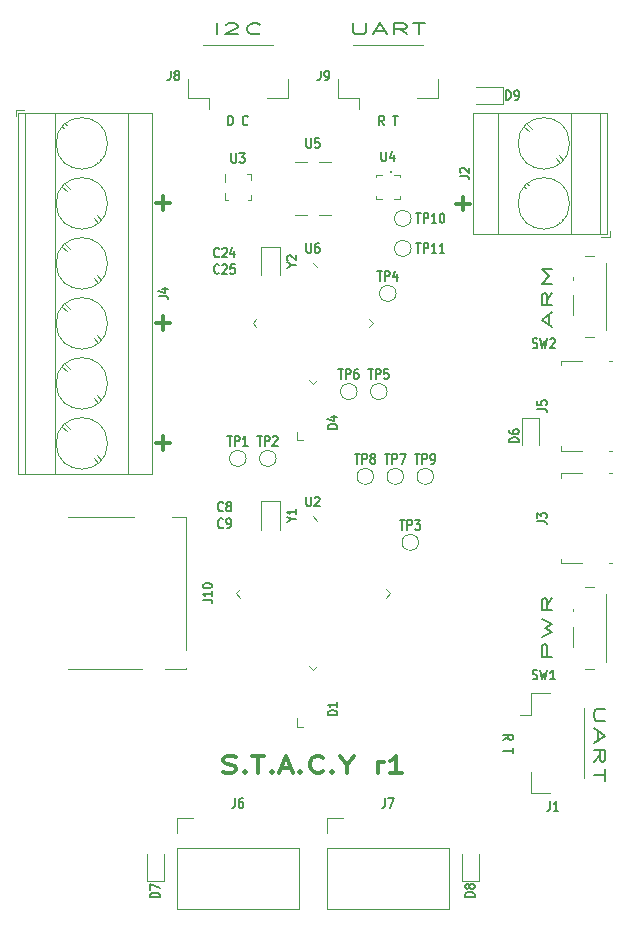
<source format=gto>
G04 #@! TF.GenerationSoftware,KiCad,Pcbnew,(5.1.5)-3*
G04 #@! TF.CreationDate,2021-07-31T13:35:11-07:00*
G04 #@! TF.ProjectId,allfc,616c6c66-632e-46b6-9963-61645f706362,rev?*
G04 #@! TF.SameCoordinates,Original*
G04 #@! TF.FileFunction,Legend,Top*
G04 #@! TF.FilePolarity,Positive*
%FSLAX46Y46*%
G04 Gerber Fmt 4.6, Leading zero omitted, Abs format (unit mm)*
G04 Created by KiCad (PCBNEW (5.1.5)-3) date 2021-07-31 13:35:11*
%MOMM*%
%LPD*%
G04 APERTURE LIST*
%ADD10C,0.300000*%
%ADD11C,0.203200*%
%ADD12C,0.304800*%
%ADD13C,0.152400*%
%ADD14C,0.120000*%
%ADD15C,0.100000*%
%ADD16C,1.102000*%
%ADD17C,0.127000*%
%ADD18R,2.002000X1.102000*%
%ADD19R,2.002000X1.902000*%
%ADD20R,1.402000X1.752000*%
%ADD21R,1.652000X1.527000*%
%ADD22R,1.482000X0.552000*%
%ADD23R,0.802000X0.802000*%
%ADD24R,1.202000X0.702000*%
%ADD25R,0.352000X0.777000*%
%ADD26R,0.777000X0.352000*%
%ADD27R,0.377000X0.352000*%
%ADD28R,0.352000X0.377000*%
%ADD29R,0.602000X0.402000*%
%ADD30R,0.502000X0.502000*%
%ADD31R,0.402000X0.602000*%
%ADD32R,2.702000X2.702000*%
%ADD33C,2.702000*%
%ADD34C,1.002000*%
%ADD35R,1.602000X0.802000*%
%ADD36R,0.902000X1.102000*%
%ADD37O,1.802000X1.802000*%
%ADD38R,1.802000X1.802000*%
%ADD39C,4.502000*%
%ADD40R,1.852000X0.802000*%
%ADD41R,1.602000X1.402000*%
%ADD42R,1.602000X0.902000*%
%ADD43R,1.102000X1.552000*%
%ADD44R,1.502000X0.902000*%
%ADD45R,1.602000X1.602000*%
%ADD46R,1.652000X1.102000*%
G04 APERTURE END LIST*
D10*
X83863542Y-129417233D02*
X84124800Y-129484966D01*
X84560228Y-129484966D01*
X84734400Y-129417233D01*
X84821485Y-129349500D01*
X84908571Y-129214033D01*
X84908571Y-129078566D01*
X84821485Y-128943100D01*
X84734400Y-128875366D01*
X84560228Y-128807633D01*
X84211885Y-128739900D01*
X84037714Y-128672166D01*
X83950628Y-128604433D01*
X83863542Y-128468966D01*
X83863542Y-128333500D01*
X83950628Y-128198033D01*
X84037714Y-128130300D01*
X84211885Y-128062566D01*
X84647314Y-128062566D01*
X84908571Y-128130300D01*
X85692342Y-129349500D02*
X85779428Y-129417233D01*
X85692342Y-129484966D01*
X85605257Y-129417233D01*
X85692342Y-129349500D01*
X85692342Y-129484966D01*
X86301942Y-128062566D02*
X87346971Y-128062566D01*
X86824457Y-129484966D02*
X86824457Y-128062566D01*
X87956571Y-129349500D02*
X88043657Y-129417233D01*
X87956571Y-129484966D01*
X87869485Y-129417233D01*
X87956571Y-129349500D01*
X87956571Y-129484966D01*
X88740342Y-129078566D02*
X89611200Y-129078566D01*
X88566171Y-129484966D02*
X89175771Y-128062566D01*
X89785371Y-129484966D01*
X90394971Y-129349500D02*
X90482057Y-129417233D01*
X90394971Y-129484966D01*
X90307885Y-129417233D01*
X90394971Y-129349500D01*
X90394971Y-129484966D01*
X92310857Y-129349500D02*
X92223771Y-129417233D01*
X91962514Y-129484966D01*
X91788342Y-129484966D01*
X91527085Y-129417233D01*
X91352914Y-129281766D01*
X91265828Y-129146300D01*
X91178742Y-128875366D01*
X91178742Y-128672166D01*
X91265828Y-128401233D01*
X91352914Y-128265766D01*
X91527085Y-128130300D01*
X91788342Y-128062566D01*
X91962514Y-128062566D01*
X92223771Y-128130300D01*
X92310857Y-128198033D01*
X93094628Y-129349500D02*
X93181714Y-129417233D01*
X93094628Y-129484966D01*
X93007542Y-129417233D01*
X93094628Y-129349500D01*
X93094628Y-129484966D01*
X94313828Y-128807633D02*
X94313828Y-129484966D01*
X93704228Y-128062566D02*
X94313828Y-128807633D01*
X94923428Y-128062566D01*
X96926400Y-129484966D02*
X96926400Y-128536700D01*
X96926400Y-128807633D02*
X97013485Y-128672166D01*
X97100571Y-128604433D01*
X97274742Y-128536700D01*
X97448914Y-128536700D01*
X99016457Y-129484966D02*
X97971428Y-129484966D01*
X98493942Y-129484966D02*
X98493942Y-128062566D01*
X98319771Y-128265766D01*
X98145600Y-128401233D01*
X97971428Y-128468966D01*
D11*
X111467900Y-91548857D02*
X111467900Y-90678000D01*
X111729157Y-91723028D02*
X110814757Y-91113428D01*
X111729157Y-90503828D01*
X111729157Y-88849200D02*
X111293728Y-89458800D01*
X111729157Y-89894228D02*
X110814757Y-89894228D01*
X110814757Y-89197542D01*
X110858300Y-89023371D01*
X110901842Y-88936285D01*
X110988928Y-88849200D01*
X111119557Y-88849200D01*
X111206642Y-88936285D01*
X111250185Y-89023371D01*
X111293728Y-89197542D01*
X111293728Y-89894228D01*
X111729157Y-88065428D02*
X110814757Y-88065428D01*
X111467900Y-87455828D01*
X110814757Y-86846228D01*
X111729157Y-86846228D01*
X111729157Y-119659400D02*
X110814757Y-119659400D01*
X110814757Y-118962714D01*
X110858300Y-118788542D01*
X110901842Y-118701457D01*
X110988928Y-118614371D01*
X111119557Y-118614371D01*
X111206642Y-118701457D01*
X111250185Y-118788542D01*
X111293728Y-118962714D01*
X111293728Y-119659400D01*
X110814757Y-118004771D02*
X111729157Y-117569342D01*
X111076014Y-117221000D01*
X111729157Y-116872657D01*
X110814757Y-116437228D01*
X111729157Y-114695514D02*
X111293728Y-115305114D01*
X111729157Y-115740542D02*
X110814757Y-115740542D01*
X110814757Y-115043857D01*
X110858300Y-114869685D01*
X110901842Y-114782600D01*
X110988928Y-114695514D01*
X111119557Y-114695514D01*
X111206642Y-114782600D01*
X111250185Y-114869685D01*
X111293728Y-115043857D01*
X111293728Y-115740542D01*
D12*
X104720571Y-81298142D02*
X103559428Y-81298142D01*
X104140000Y-80717571D02*
X104140000Y-81878714D01*
X78159428Y-101581857D02*
X79320571Y-101581857D01*
X78740000Y-102162428D02*
X78740000Y-101001285D01*
X78159428Y-91421857D02*
X79320571Y-91421857D01*
X78740000Y-92002428D02*
X78740000Y-90841285D01*
X78159428Y-81261857D02*
X79320571Y-81261857D01*
X78740000Y-81842428D02*
X78740000Y-80681285D01*
D11*
X116197742Y-124082628D02*
X115457514Y-124082628D01*
X115370428Y-124169714D01*
X115326885Y-124256800D01*
X115283342Y-124430971D01*
X115283342Y-124779314D01*
X115326885Y-124953485D01*
X115370428Y-125040571D01*
X115457514Y-125127657D01*
X116197742Y-125127657D01*
X115544600Y-125911428D02*
X115544600Y-126782285D01*
X115283342Y-125737257D02*
X116197742Y-126346857D01*
X115283342Y-126956457D01*
X115283342Y-128611085D02*
X115718771Y-128001485D01*
X115283342Y-127566057D02*
X116197742Y-127566057D01*
X116197742Y-128262742D01*
X116154200Y-128436914D01*
X116110657Y-128524000D01*
X116023571Y-128611085D01*
X115892942Y-128611085D01*
X115805857Y-128524000D01*
X115762314Y-128436914D01*
X115718771Y-128262742D01*
X115718771Y-127566057D01*
X116197742Y-129133600D02*
X116197742Y-130178628D01*
X115283342Y-129656114D02*
X116197742Y-129656114D01*
D13*
X107582304Y-126678266D02*
X107969352Y-126441200D01*
X107582304Y-126271866D02*
X108395104Y-126271866D01*
X108395104Y-126542800D01*
X108356400Y-126610533D01*
X108317695Y-126644400D01*
X108240285Y-126678266D01*
X108124171Y-126678266D01*
X108046761Y-126644400D01*
X108008057Y-126610533D01*
X107969352Y-126542800D01*
X107969352Y-126271866D01*
X108395104Y-127423333D02*
X108395104Y-127829733D01*
X107582304Y-127626533D02*
X108395104Y-127626533D01*
X84277200Y-74662695D02*
X84277200Y-73849895D01*
X84446533Y-73849895D01*
X84548133Y-73888600D01*
X84615866Y-73966009D01*
X84649733Y-74043419D01*
X84683600Y-74198238D01*
X84683600Y-74314352D01*
X84649733Y-74469171D01*
X84615866Y-74546580D01*
X84548133Y-74623990D01*
X84446533Y-74662695D01*
X84277200Y-74662695D01*
X85936666Y-74585285D02*
X85902800Y-74623990D01*
X85801200Y-74662695D01*
X85733466Y-74662695D01*
X85631866Y-74623990D01*
X85564133Y-74546580D01*
X85530266Y-74469171D01*
X85496400Y-74314352D01*
X85496400Y-74198238D01*
X85530266Y-74043419D01*
X85564133Y-73966009D01*
X85631866Y-73888600D01*
X85733466Y-73849895D01*
X85801200Y-73849895D01*
X85902800Y-73888600D01*
X85936666Y-73927304D01*
X97468266Y-74662695D02*
X97231200Y-74275647D01*
X97061866Y-74662695D02*
X97061866Y-73849895D01*
X97332800Y-73849895D01*
X97400533Y-73888600D01*
X97434400Y-73927304D01*
X97468266Y-74004714D01*
X97468266Y-74120828D01*
X97434400Y-74198238D01*
X97400533Y-74236942D01*
X97332800Y-74275647D01*
X97061866Y-74275647D01*
X98213333Y-73849895D02*
X98619733Y-73849895D01*
X98416533Y-74662695D02*
X98416533Y-73849895D01*
D11*
X94872628Y-66047257D02*
X94872628Y-66787485D01*
X94959714Y-66874571D01*
X95046800Y-66918114D01*
X95220971Y-66961657D01*
X95569314Y-66961657D01*
X95743485Y-66918114D01*
X95830571Y-66874571D01*
X95917657Y-66787485D01*
X95917657Y-66047257D01*
X96701428Y-66700400D02*
X97572285Y-66700400D01*
X96527257Y-66961657D02*
X97136857Y-66047257D01*
X97746457Y-66961657D01*
X99401085Y-66961657D02*
X98791485Y-66526228D01*
X98356057Y-66961657D02*
X98356057Y-66047257D01*
X99052742Y-66047257D01*
X99226914Y-66090800D01*
X99314000Y-66134342D01*
X99401085Y-66221428D01*
X99401085Y-66352057D01*
X99314000Y-66439142D01*
X99226914Y-66482685D01*
X99052742Y-66526228D01*
X98356057Y-66526228D01*
X99923600Y-66047257D02*
X100968628Y-66047257D01*
X100446114Y-66961657D02*
X100446114Y-66047257D01*
X83304742Y-66961657D02*
X83304742Y-66047257D01*
X84088514Y-66134342D02*
X84175600Y-66090800D01*
X84349771Y-66047257D01*
X84785200Y-66047257D01*
X84959371Y-66090800D01*
X85046457Y-66134342D01*
X85133542Y-66221428D01*
X85133542Y-66308514D01*
X85046457Y-66439142D01*
X84001428Y-66961657D01*
X85133542Y-66961657D01*
X86962342Y-66874571D02*
X86875257Y-66918114D01*
X86614000Y-66961657D01*
X86439828Y-66961657D01*
X86178571Y-66918114D01*
X86004400Y-66831028D01*
X85917314Y-66743942D01*
X85830228Y-66569771D01*
X85830228Y-66439142D01*
X85917314Y-66264971D01*
X86004400Y-66177885D01*
X86178571Y-66090800D01*
X86439828Y-66047257D01*
X86614000Y-66047257D01*
X86875257Y-66090800D01*
X86962342Y-66134342D01*
D14*
X95188000Y-97218500D02*
G75*
G03X95188000Y-97218500I-700000J0D01*
G01*
X97728000Y-97218500D02*
G75*
G03X97728000Y-97218500I-700000J0D01*
G01*
X107530000Y-71401000D02*
X105245000Y-71401000D01*
X107530000Y-72871000D02*
X107530000Y-71401000D01*
X105245000Y-72871000D02*
X107530000Y-72871000D01*
X105510000Y-138645000D02*
X105510000Y-136360000D01*
X104040000Y-138645000D02*
X105510000Y-138645000D01*
X104040000Y-136360000D02*
X104040000Y-138645000D01*
X78840000Y-138645000D02*
X78840000Y-136360000D01*
X77370000Y-138645000D02*
X78840000Y-138645000D01*
X77370000Y-136360000D02*
X77370000Y-138645000D01*
X109120000Y-99480000D02*
X109120000Y-101765000D01*
X110590000Y-99480000D02*
X109120000Y-99480000D01*
X110590000Y-101765000D02*
X110590000Y-99480000D01*
X93555000Y-70745000D02*
X93555000Y-72345000D01*
X93555000Y-72345000D02*
X95355000Y-72345000D01*
X95355000Y-72345000D02*
X95355000Y-73285000D01*
X102025000Y-70745000D02*
X102025000Y-72345000D01*
X102025000Y-72345000D02*
X100225000Y-72345000D01*
X94825000Y-67875000D02*
X100755000Y-67875000D01*
X80855000Y-70745000D02*
X80855000Y-72345000D01*
X80855000Y-72345000D02*
X82655000Y-72345000D01*
X82655000Y-72345000D02*
X82655000Y-73285000D01*
X89325000Y-70745000D02*
X89325000Y-72345000D01*
X89325000Y-72345000D02*
X87525000Y-72345000D01*
X82125000Y-67875000D02*
X88055000Y-67875000D01*
X114370000Y-124035000D02*
X114370000Y-129965000D01*
X109900000Y-131235000D02*
X109900000Y-129435000D01*
X111500000Y-131235000D02*
X109900000Y-131235000D01*
X109900000Y-124565000D02*
X108960000Y-124565000D01*
X109900000Y-122765000D02*
X109900000Y-124565000D01*
X111500000Y-122765000D02*
X109900000Y-122765000D01*
X100395000Y-109982000D02*
G75*
G03X100395000Y-109982000I-700000J0D01*
G01*
X116773000Y-102235000D02*
X116513000Y-102235000D01*
X114233000Y-102235000D02*
X112463000Y-102235000D01*
X112463000Y-102235000D02*
X112463000Y-101855000D01*
X112463000Y-94615000D02*
X114233000Y-94615000D01*
X116513000Y-94615000D02*
X116773000Y-94615000D01*
X112463000Y-94615000D02*
X112463000Y-94995000D01*
X116773000Y-111760000D02*
X116513000Y-111760000D01*
X114233000Y-111760000D02*
X112463000Y-111760000D01*
X112463000Y-111760000D02*
X112463000Y-111380000D01*
X112463000Y-104140000D02*
X114233000Y-104140000D01*
X116513000Y-104140000D02*
X116773000Y-104140000D01*
X112463000Y-104140000D02*
X112463000Y-104520000D01*
X88330000Y-102870000D02*
G75*
G03X88330000Y-102870000I-700000J0D01*
G01*
X85790000Y-102870000D02*
G75*
G03X85790000Y-102870000I-700000J0D01*
G01*
X99760000Y-85090000D02*
G75*
G03X99760000Y-85090000I-700000J0D01*
G01*
X99760000Y-82550000D02*
G75*
G03X99760000Y-82550000I-700000J0D01*
G01*
X101665000Y-104394000D02*
G75*
G03X101665000Y-104394000I-700000J0D01*
G01*
X96585000Y-104394000D02*
G75*
G03X96585000Y-104394000I-700000J0D01*
G01*
X99125000Y-104394000D02*
G75*
G03X99125000Y-104394000I-700000J0D01*
G01*
X98490000Y-88900000D02*
G75*
G03X98490000Y-88900000I-700000J0D01*
G01*
X90640000Y-101322000D02*
X90140000Y-101322000D01*
X90140000Y-101322000D02*
X90140000Y-100622000D01*
X90640000Y-125579000D02*
X90140000Y-125579000D01*
X90140000Y-125579000D02*
X90140000Y-124879000D01*
X87084000Y-84969500D02*
X87084000Y-87369500D01*
X88684000Y-84969500D02*
X87084000Y-84969500D01*
X88684000Y-87369500D02*
X88684000Y-84969500D01*
X97605971Y-113946447D02*
X97959525Y-114300000D01*
X97959525Y-114300000D02*
X97605971Y-114653553D01*
X85274029Y-114653553D02*
X84920475Y-114300000D01*
X84920475Y-114300000D02*
X85274029Y-113946447D01*
X91086447Y-120465971D02*
X91440000Y-120819525D01*
X91440000Y-120819525D02*
X91793553Y-120465971D01*
X91793553Y-108134029D02*
X91440000Y-107780475D01*
X89940000Y-77760000D02*
X90940000Y-77760000D01*
X91940000Y-77760000D02*
X92940000Y-77760000D01*
X89940000Y-82260000D02*
X90940000Y-82260000D01*
X91940000Y-82260000D02*
X92940000Y-82260000D01*
X92990000Y-77510000D02*
G75*
G03X92990000Y-77510000I-50000J0D01*
G01*
D15*
X97990000Y-78583000D02*
G75*
G03X98090000Y-78583000I50000J0D01*
G01*
X98090000Y-78583000D02*
G75*
G03X97990000Y-78583000I-50000J0D01*
G01*
X98090000Y-78583000D02*
X98090000Y-78583000D01*
X97990000Y-78583000D02*
X97990000Y-78583000D01*
X98790000Y-78883000D02*
X98790000Y-79083000D01*
X98290000Y-78883000D02*
X98790000Y-78883000D01*
X98790000Y-80883000D02*
X98790000Y-80683000D01*
X98290000Y-80883000D02*
X98790000Y-80883000D01*
X96790000Y-80883000D02*
X97290000Y-80883000D01*
X96790000Y-80683000D02*
X96790000Y-80883000D01*
X96790000Y-78883000D02*
X96790000Y-79083000D01*
X97290000Y-78883000D02*
X96790000Y-78883000D01*
X84240000Y-80983000D02*
X83990000Y-80983000D01*
X83990000Y-80983000D02*
X83990000Y-80383000D01*
X85940000Y-80983000D02*
X86190000Y-80983000D01*
X86190000Y-80983000D02*
X86190000Y-80583000D01*
X85890000Y-78783000D02*
X86190000Y-78783000D01*
X86190000Y-78783000D02*
X86190000Y-79283000D01*
X84040000Y-78833000D02*
X84040000Y-79083000D01*
X84040000Y-79083000D02*
X83990000Y-79133000D01*
X83990000Y-79133000D02*
X83990000Y-79433000D01*
D14*
X74062000Y-76200000D02*
G75*
G03X74062000Y-76200000I-2180000J0D01*
G01*
X74062000Y-81280000D02*
G75*
G03X74062000Y-81280000I-2180000J0D01*
G01*
X74062000Y-86360000D02*
G75*
G03X74062000Y-86360000I-2180000J0D01*
G01*
X74062000Y-91440000D02*
G75*
G03X74062000Y-91440000I-2180000J0D01*
G01*
X74062000Y-96520000D02*
G75*
G03X74062000Y-96520000I-2180000J0D01*
G01*
X74062000Y-101600000D02*
G75*
G03X74062000Y-101600000I-2180000J0D01*
G01*
X67082000Y-73600000D02*
X67082000Y-104200000D01*
X69582000Y-73600000D02*
X69582000Y-104200000D01*
X75782000Y-73600000D02*
X75782000Y-104200000D01*
X77842000Y-73600000D02*
X77842000Y-104200000D01*
X66522000Y-73600000D02*
X66522000Y-104200000D01*
X77842000Y-73600000D02*
X66522000Y-73600000D01*
X77842000Y-104200000D02*
X66522000Y-104200000D01*
X73270000Y-77854000D02*
X73163000Y-77747000D01*
X70335000Y-74918000D02*
X70228000Y-74812000D01*
X73536000Y-77588000D02*
X73429000Y-77481000D01*
X70601000Y-74652000D02*
X70494000Y-74546000D01*
X73270000Y-82934000D02*
X72874000Y-82539000D01*
X70608000Y-80273000D02*
X70228000Y-79893000D01*
X73536000Y-82668000D02*
X73156000Y-82288000D01*
X70890000Y-80022000D02*
X70494000Y-79627000D01*
X73270000Y-88014000D02*
X72874000Y-87619000D01*
X70608000Y-85353000D02*
X70228000Y-84973000D01*
X73536000Y-87748000D02*
X73156000Y-87368000D01*
X70890000Y-85102000D02*
X70494000Y-84707000D01*
X73270000Y-93094000D02*
X72874000Y-92699000D01*
X70608000Y-90433000D02*
X70228000Y-90053000D01*
X73536000Y-92828000D02*
X73156000Y-92448000D01*
X70890000Y-90182000D02*
X70494000Y-89787000D01*
X73270000Y-98174000D02*
X72874000Y-97779000D01*
X70608000Y-95513000D02*
X70228000Y-95133000D01*
X73536000Y-97908000D02*
X73156000Y-97528000D01*
X70890000Y-95262000D02*
X70494000Y-94867000D01*
X73270000Y-103254000D02*
X72874000Y-102859000D01*
X70608000Y-100593000D02*
X70228000Y-100213000D01*
X73536000Y-102988000D02*
X73156000Y-102608000D01*
X70890000Y-100342000D02*
X70494000Y-99947000D01*
X67022000Y-73360000D02*
X66282000Y-73360000D01*
X66282000Y-73360000D02*
X66282000Y-73860000D01*
X96209435Y-91104124D02*
X96545311Y-91440000D01*
X96545311Y-91440000D02*
X96209435Y-91775876D01*
X86670565Y-91775876D02*
X86334689Y-91440000D01*
X86334689Y-91440000D02*
X86670565Y-91104124D01*
X91104124Y-96209435D02*
X91440000Y-96545311D01*
X91440000Y-96545311D02*
X91775876Y-96209435D01*
X91775876Y-86670565D02*
X91440000Y-86334689D01*
X113434000Y-87754000D02*
X113434000Y-87554000D01*
X116284000Y-92004000D02*
X116284000Y-86304000D01*
X113434000Y-90754000D02*
X113434000Y-89054000D01*
X114484000Y-92604000D02*
X115274000Y-92604000D01*
X115274000Y-85704000D02*
X114484000Y-85704000D01*
X115274000Y-113771000D02*
X114484000Y-113771000D01*
X114484000Y-120671000D02*
X115274000Y-120671000D01*
X113434000Y-118821000D02*
X113434000Y-117121000D01*
X116284000Y-120071000D02*
X116284000Y-114371000D01*
X113434000Y-115821000D02*
X113434000Y-115621000D01*
X102930000Y-141030000D02*
X102930000Y-135890000D01*
X92650000Y-133290000D02*
X93980000Y-133290000D01*
X92650000Y-141030000D02*
X102930000Y-141030000D01*
X92650000Y-135890000D02*
X102930000Y-135890000D01*
X92650000Y-135890000D02*
X92650000Y-141030000D01*
X92650000Y-134620000D02*
X92650000Y-133290000D01*
X90230000Y-141030000D02*
X90230000Y-135890000D01*
X79950000Y-133290000D02*
X81280000Y-133290000D01*
X79950000Y-141030000D02*
X90230000Y-141030000D01*
X79950000Y-135890000D02*
X90230000Y-135890000D01*
X79950000Y-135890000D02*
X79950000Y-141030000D01*
X79950000Y-134620000D02*
X79950000Y-133290000D01*
X87084000Y-106496000D02*
X87084000Y-108896000D01*
X88684000Y-106496000D02*
X87084000Y-106496000D01*
X88684000Y-108896000D02*
X88684000Y-106496000D01*
X77005000Y-120735000D02*
X70705000Y-120735000D01*
X76305000Y-107865000D02*
X70705000Y-107865000D01*
X80715000Y-120735000D02*
X78905000Y-120735000D01*
X80715000Y-107865000D02*
X80715000Y-119125000D01*
X79555000Y-107865000D02*
X80715000Y-107865000D01*
X80715000Y-120625000D02*
X80715000Y-120735000D01*
X116598000Y-84120000D02*
X116598000Y-83620000D01*
X115858000Y-84120000D02*
X116598000Y-84120000D01*
X111990000Y-77458000D02*
X112386000Y-77853000D01*
X109344000Y-74812000D02*
X109724000Y-75192000D01*
X112272000Y-77207000D02*
X112652000Y-77587000D01*
X109610000Y-74546000D02*
X110006000Y-74941000D01*
X112279000Y-82828000D02*
X112386000Y-82934000D01*
X109344000Y-79892000D02*
X109451000Y-79999000D01*
X112545000Y-82562000D02*
X112652000Y-82668000D01*
X109610000Y-79626000D02*
X109717000Y-79733000D01*
X105038000Y-73600000D02*
X116358000Y-73600000D01*
X105038000Y-83880000D02*
X116358000Y-83880000D01*
X116358000Y-83880000D02*
X116358000Y-73600000D01*
X105038000Y-83880000D02*
X105038000Y-73600000D01*
X107098000Y-83880000D02*
X107098000Y-73600000D01*
X113298000Y-83880000D02*
X113298000Y-73600000D01*
X115798000Y-83880000D02*
X115798000Y-73600000D01*
X113178000Y-76200000D02*
G75*
G03X113178000Y-76200000I-2180000J0D01*
G01*
X113178000Y-81280000D02*
G75*
G03X113178000Y-81280000I-2180000J0D01*
G01*
D13*
X93590533Y-95325395D02*
X93996933Y-95325395D01*
X93793733Y-96138195D02*
X93793733Y-95325395D01*
X94234000Y-96138195D02*
X94234000Y-95325395D01*
X94504933Y-95325395D01*
X94572666Y-95364100D01*
X94606533Y-95402804D01*
X94640400Y-95480214D01*
X94640400Y-95596328D01*
X94606533Y-95673738D01*
X94572666Y-95712442D01*
X94504933Y-95751147D01*
X94234000Y-95751147D01*
X95250000Y-95325395D02*
X95114533Y-95325395D01*
X95046800Y-95364100D01*
X95012933Y-95402804D01*
X94945200Y-95518919D01*
X94911333Y-95673738D01*
X94911333Y-95983376D01*
X94945200Y-96060785D01*
X94979066Y-96099490D01*
X95046800Y-96138195D01*
X95182266Y-96138195D01*
X95250000Y-96099490D01*
X95283866Y-96060785D01*
X95317733Y-95983376D01*
X95317733Y-95789852D01*
X95283866Y-95712442D01*
X95250000Y-95673738D01*
X95182266Y-95635033D01*
X95046800Y-95635033D01*
X94979066Y-95673738D01*
X94945200Y-95712442D01*
X94911333Y-95789852D01*
X96130533Y-95325395D02*
X96536933Y-95325395D01*
X96333733Y-96138195D02*
X96333733Y-95325395D01*
X96774000Y-96138195D02*
X96774000Y-95325395D01*
X97044933Y-95325395D01*
X97112666Y-95364100D01*
X97146533Y-95402804D01*
X97180400Y-95480214D01*
X97180400Y-95596328D01*
X97146533Y-95673738D01*
X97112666Y-95712442D01*
X97044933Y-95751147D01*
X96774000Y-95751147D01*
X97823866Y-95325395D02*
X97485200Y-95325395D01*
X97451333Y-95712442D01*
X97485200Y-95673738D01*
X97552933Y-95635033D01*
X97722266Y-95635033D01*
X97790000Y-95673738D01*
X97823866Y-95712442D01*
X97857733Y-95789852D01*
X97857733Y-95983376D01*
X97823866Y-96060785D01*
X97790000Y-96099490D01*
X97722266Y-96138195D01*
X97552933Y-96138195D01*
X97485200Y-96099490D01*
X97451333Y-96060785D01*
X107806066Y-72503695D02*
X107806066Y-71690895D01*
X107975400Y-71690895D01*
X108077000Y-71729600D01*
X108144733Y-71807009D01*
X108178600Y-71884419D01*
X108212466Y-72039238D01*
X108212466Y-72155352D01*
X108178600Y-72310171D01*
X108144733Y-72387580D01*
X108077000Y-72464990D01*
X107975400Y-72503695D01*
X107806066Y-72503695D01*
X108551133Y-72503695D02*
X108686600Y-72503695D01*
X108754333Y-72464990D01*
X108788200Y-72426285D01*
X108855933Y-72310171D01*
X108889800Y-72155352D01*
X108889800Y-71845714D01*
X108855933Y-71768304D01*
X108822066Y-71729600D01*
X108754333Y-71690895D01*
X108618866Y-71690895D01*
X108551133Y-71729600D01*
X108517266Y-71768304D01*
X108483400Y-71845714D01*
X108483400Y-72039238D01*
X108517266Y-72116647D01*
X108551133Y-72155352D01*
X108618866Y-72194057D01*
X108754333Y-72194057D01*
X108822066Y-72155352D01*
X108855933Y-72116647D01*
X108889800Y-72039238D01*
X105142695Y-139970933D02*
X104329895Y-139970933D01*
X104329895Y-139801600D01*
X104368600Y-139700000D01*
X104446009Y-139632266D01*
X104523419Y-139598400D01*
X104678238Y-139564533D01*
X104794352Y-139564533D01*
X104949171Y-139598400D01*
X105026580Y-139632266D01*
X105103990Y-139700000D01*
X105142695Y-139801600D01*
X105142695Y-139970933D01*
X104678238Y-139158133D02*
X104639533Y-139225866D01*
X104600828Y-139259733D01*
X104523419Y-139293600D01*
X104484714Y-139293600D01*
X104407304Y-139259733D01*
X104368600Y-139225866D01*
X104329895Y-139158133D01*
X104329895Y-139022666D01*
X104368600Y-138954933D01*
X104407304Y-138921066D01*
X104484714Y-138887200D01*
X104523419Y-138887200D01*
X104600828Y-138921066D01*
X104639533Y-138954933D01*
X104678238Y-139022666D01*
X104678238Y-139158133D01*
X104716942Y-139225866D01*
X104755647Y-139259733D01*
X104833057Y-139293600D01*
X104987876Y-139293600D01*
X105065285Y-139259733D01*
X105103990Y-139225866D01*
X105142695Y-139158133D01*
X105142695Y-139022666D01*
X105103990Y-138954933D01*
X105065285Y-138921066D01*
X104987876Y-138887200D01*
X104833057Y-138887200D01*
X104755647Y-138921066D01*
X104716942Y-138954933D01*
X104678238Y-139022666D01*
X78472695Y-140034433D02*
X77659895Y-140034433D01*
X77659895Y-139865100D01*
X77698600Y-139763500D01*
X77776009Y-139695766D01*
X77853419Y-139661900D01*
X78008238Y-139628033D01*
X78124352Y-139628033D01*
X78279171Y-139661900D01*
X78356580Y-139695766D01*
X78433990Y-139763500D01*
X78472695Y-139865100D01*
X78472695Y-140034433D01*
X77659895Y-139390966D02*
X77659895Y-138916833D01*
X78472695Y-139221633D01*
X108889195Y-101489933D02*
X108076395Y-101489933D01*
X108076395Y-101320600D01*
X108115100Y-101219000D01*
X108192509Y-101151266D01*
X108269919Y-101117400D01*
X108424738Y-101083533D01*
X108540852Y-101083533D01*
X108695671Y-101117400D01*
X108773080Y-101151266D01*
X108850490Y-101219000D01*
X108889195Y-101320600D01*
X108889195Y-101489933D01*
X108076395Y-100473933D02*
X108076395Y-100609400D01*
X108115100Y-100677133D01*
X108153804Y-100711000D01*
X108269919Y-100778733D01*
X108424738Y-100812600D01*
X108734376Y-100812600D01*
X108811785Y-100778733D01*
X108850490Y-100744866D01*
X108889195Y-100677133D01*
X108889195Y-100541666D01*
X108850490Y-100473933D01*
X108811785Y-100440066D01*
X108734376Y-100406200D01*
X108540852Y-100406200D01*
X108463442Y-100440066D01*
X108424738Y-100473933D01*
X108386033Y-100541666D01*
X108386033Y-100677133D01*
X108424738Y-100744866D01*
X108463442Y-100778733D01*
X108540852Y-100812600D01*
X92091933Y-70039895D02*
X92091933Y-70620466D01*
X92058066Y-70736580D01*
X91990333Y-70813990D01*
X91888733Y-70852695D01*
X91821000Y-70852695D01*
X92464466Y-70852695D02*
X92599933Y-70852695D01*
X92667666Y-70813990D01*
X92701533Y-70775285D01*
X92769266Y-70659171D01*
X92803133Y-70504352D01*
X92803133Y-70194714D01*
X92769266Y-70117304D01*
X92735400Y-70078600D01*
X92667666Y-70039895D01*
X92532200Y-70039895D01*
X92464466Y-70078600D01*
X92430600Y-70117304D01*
X92396733Y-70194714D01*
X92396733Y-70388238D01*
X92430600Y-70465647D01*
X92464466Y-70504352D01*
X92532200Y-70543057D01*
X92667666Y-70543057D01*
X92735400Y-70504352D01*
X92769266Y-70465647D01*
X92803133Y-70388238D01*
X79391933Y-70039895D02*
X79391933Y-70620466D01*
X79358066Y-70736580D01*
X79290333Y-70813990D01*
X79188733Y-70852695D01*
X79121000Y-70852695D01*
X79832200Y-70388238D02*
X79764466Y-70349533D01*
X79730600Y-70310828D01*
X79696733Y-70233419D01*
X79696733Y-70194714D01*
X79730600Y-70117304D01*
X79764466Y-70078600D01*
X79832200Y-70039895D01*
X79967666Y-70039895D01*
X80035400Y-70078600D01*
X80069266Y-70117304D01*
X80103133Y-70194714D01*
X80103133Y-70233419D01*
X80069266Y-70310828D01*
X80035400Y-70349533D01*
X79967666Y-70388238D01*
X79832200Y-70388238D01*
X79764466Y-70426942D01*
X79730600Y-70465647D01*
X79696733Y-70543057D01*
X79696733Y-70697876D01*
X79730600Y-70775285D01*
X79764466Y-70813990D01*
X79832200Y-70852695D01*
X79967666Y-70852695D01*
X80035400Y-70813990D01*
X80069266Y-70775285D01*
X80103133Y-70697876D01*
X80103133Y-70543057D01*
X80069266Y-70465647D01*
X80035400Y-70426942D01*
X79967666Y-70388238D01*
X111522933Y-131888895D02*
X111522933Y-132469466D01*
X111489066Y-132585580D01*
X111421333Y-132662990D01*
X111319733Y-132701695D01*
X111252000Y-132701695D01*
X112234133Y-132701695D02*
X111827733Y-132701695D01*
X112030933Y-132701695D02*
X112030933Y-131888895D01*
X111963200Y-132005009D01*
X111895466Y-132082419D01*
X111827733Y-132121123D01*
X98797533Y-108088895D02*
X99203933Y-108088895D01*
X99000733Y-108901695D02*
X99000733Y-108088895D01*
X99441000Y-108901695D02*
X99441000Y-108088895D01*
X99711933Y-108088895D01*
X99779666Y-108127600D01*
X99813533Y-108166304D01*
X99847400Y-108243714D01*
X99847400Y-108359828D01*
X99813533Y-108437238D01*
X99779666Y-108475942D01*
X99711933Y-108514647D01*
X99441000Y-108514647D01*
X100084466Y-108088895D02*
X100524733Y-108088895D01*
X100287666Y-108398533D01*
X100389266Y-108398533D01*
X100457000Y-108437238D01*
X100490866Y-108475942D01*
X100524733Y-108553352D01*
X100524733Y-108746876D01*
X100490866Y-108824285D01*
X100457000Y-108862990D01*
X100389266Y-108901695D01*
X100186066Y-108901695D01*
X100118333Y-108862990D01*
X100084466Y-108824285D01*
X110427895Y-98662066D02*
X111008466Y-98662066D01*
X111124580Y-98695933D01*
X111201990Y-98763666D01*
X111240695Y-98865266D01*
X111240695Y-98933000D01*
X110427895Y-97984733D02*
X110427895Y-98323400D01*
X110814942Y-98357266D01*
X110776238Y-98323400D01*
X110737533Y-98255666D01*
X110737533Y-98086333D01*
X110776238Y-98018600D01*
X110814942Y-97984733D01*
X110892352Y-97950866D01*
X111085876Y-97950866D01*
X111163285Y-97984733D01*
X111201990Y-98018600D01*
X111240695Y-98086333D01*
X111240695Y-98255666D01*
X111201990Y-98323400D01*
X111163285Y-98357266D01*
X110427895Y-108187066D02*
X111008466Y-108187066D01*
X111124580Y-108220933D01*
X111201990Y-108288666D01*
X111240695Y-108390266D01*
X111240695Y-108458000D01*
X110427895Y-107916133D02*
X110427895Y-107475866D01*
X110737533Y-107712933D01*
X110737533Y-107611333D01*
X110776238Y-107543600D01*
X110814942Y-107509733D01*
X110892352Y-107475866D01*
X111085876Y-107475866D01*
X111163285Y-107509733D01*
X111201990Y-107543600D01*
X111240695Y-107611333D01*
X111240695Y-107814533D01*
X111201990Y-107882266D01*
X111163285Y-107916133D01*
X86732533Y-100976895D02*
X87138933Y-100976895D01*
X86935733Y-101789695D02*
X86935733Y-100976895D01*
X87376000Y-101789695D02*
X87376000Y-100976895D01*
X87646933Y-100976895D01*
X87714666Y-101015600D01*
X87748533Y-101054304D01*
X87782400Y-101131714D01*
X87782400Y-101247828D01*
X87748533Y-101325238D01*
X87714666Y-101363942D01*
X87646933Y-101402647D01*
X87376000Y-101402647D01*
X88053333Y-101054304D02*
X88087200Y-101015600D01*
X88154933Y-100976895D01*
X88324266Y-100976895D01*
X88392000Y-101015600D01*
X88425866Y-101054304D01*
X88459733Y-101131714D01*
X88459733Y-101209123D01*
X88425866Y-101325238D01*
X88019466Y-101789695D01*
X88459733Y-101789695D01*
X84192533Y-100976895D02*
X84598933Y-100976895D01*
X84395733Y-101789695D02*
X84395733Y-100976895D01*
X84836000Y-101789695D02*
X84836000Y-100976895D01*
X85106933Y-100976895D01*
X85174666Y-101015600D01*
X85208533Y-101054304D01*
X85242400Y-101131714D01*
X85242400Y-101247828D01*
X85208533Y-101325238D01*
X85174666Y-101363942D01*
X85106933Y-101402647D01*
X84836000Y-101402647D01*
X85919733Y-101789695D02*
X85513333Y-101789695D01*
X85716533Y-101789695D02*
X85716533Y-100976895D01*
X85648800Y-101093009D01*
X85581066Y-101170419D01*
X85513333Y-101209123D01*
X100173366Y-84644895D02*
X100579766Y-84644895D01*
X100376566Y-85457695D02*
X100376566Y-84644895D01*
X100816833Y-85457695D02*
X100816833Y-84644895D01*
X101087766Y-84644895D01*
X101155500Y-84683600D01*
X101189366Y-84722304D01*
X101223233Y-84799714D01*
X101223233Y-84915828D01*
X101189366Y-84993238D01*
X101155500Y-85031942D01*
X101087766Y-85070647D01*
X100816833Y-85070647D01*
X101900566Y-85457695D02*
X101494166Y-85457695D01*
X101697366Y-85457695D02*
X101697366Y-84644895D01*
X101629633Y-84761009D01*
X101561900Y-84838419D01*
X101494166Y-84877123D01*
X102577900Y-85457695D02*
X102171500Y-85457695D01*
X102374700Y-85457695D02*
X102374700Y-84644895D01*
X102306966Y-84761009D01*
X102239233Y-84838419D01*
X102171500Y-84877123D01*
X100173366Y-82104895D02*
X100579766Y-82104895D01*
X100376566Y-82917695D02*
X100376566Y-82104895D01*
X100816833Y-82917695D02*
X100816833Y-82104895D01*
X101087766Y-82104895D01*
X101155500Y-82143600D01*
X101189366Y-82182304D01*
X101223233Y-82259714D01*
X101223233Y-82375828D01*
X101189366Y-82453238D01*
X101155500Y-82491942D01*
X101087766Y-82530647D01*
X100816833Y-82530647D01*
X101900566Y-82917695D02*
X101494166Y-82917695D01*
X101697366Y-82917695D02*
X101697366Y-82104895D01*
X101629633Y-82221009D01*
X101561900Y-82298419D01*
X101494166Y-82337123D01*
X102340833Y-82104895D02*
X102408566Y-82104895D01*
X102476300Y-82143600D01*
X102510166Y-82182304D01*
X102544033Y-82259714D01*
X102577900Y-82414533D01*
X102577900Y-82608057D01*
X102544033Y-82762876D01*
X102510166Y-82840285D01*
X102476300Y-82878990D01*
X102408566Y-82917695D01*
X102340833Y-82917695D01*
X102273100Y-82878990D01*
X102239233Y-82840285D01*
X102205366Y-82762876D01*
X102171500Y-82608057D01*
X102171500Y-82414533D01*
X102205366Y-82259714D01*
X102239233Y-82182304D01*
X102273100Y-82143600D01*
X102340833Y-82104895D01*
X100067533Y-102500895D02*
X100473933Y-102500895D01*
X100270733Y-103313695D02*
X100270733Y-102500895D01*
X100711000Y-103313695D02*
X100711000Y-102500895D01*
X100981933Y-102500895D01*
X101049666Y-102539600D01*
X101083533Y-102578304D01*
X101117400Y-102655714D01*
X101117400Y-102771828D01*
X101083533Y-102849238D01*
X101049666Y-102887942D01*
X100981933Y-102926647D01*
X100711000Y-102926647D01*
X101456066Y-103313695D02*
X101591533Y-103313695D01*
X101659266Y-103274990D01*
X101693133Y-103236285D01*
X101760866Y-103120171D01*
X101794733Y-102965352D01*
X101794733Y-102655714D01*
X101760866Y-102578304D01*
X101727000Y-102539600D01*
X101659266Y-102500895D01*
X101523800Y-102500895D01*
X101456066Y-102539600D01*
X101422200Y-102578304D01*
X101388333Y-102655714D01*
X101388333Y-102849238D01*
X101422200Y-102926647D01*
X101456066Y-102965352D01*
X101523800Y-103004057D01*
X101659266Y-103004057D01*
X101727000Y-102965352D01*
X101760866Y-102926647D01*
X101794733Y-102849238D01*
X94987533Y-102500895D02*
X95393933Y-102500895D01*
X95190733Y-103313695D02*
X95190733Y-102500895D01*
X95631000Y-103313695D02*
X95631000Y-102500895D01*
X95901933Y-102500895D01*
X95969666Y-102539600D01*
X96003533Y-102578304D01*
X96037400Y-102655714D01*
X96037400Y-102771828D01*
X96003533Y-102849238D01*
X95969666Y-102887942D01*
X95901933Y-102926647D01*
X95631000Y-102926647D01*
X96443800Y-102849238D02*
X96376066Y-102810533D01*
X96342200Y-102771828D01*
X96308333Y-102694419D01*
X96308333Y-102655714D01*
X96342200Y-102578304D01*
X96376066Y-102539600D01*
X96443800Y-102500895D01*
X96579266Y-102500895D01*
X96647000Y-102539600D01*
X96680866Y-102578304D01*
X96714733Y-102655714D01*
X96714733Y-102694419D01*
X96680866Y-102771828D01*
X96647000Y-102810533D01*
X96579266Y-102849238D01*
X96443800Y-102849238D01*
X96376066Y-102887942D01*
X96342200Y-102926647D01*
X96308333Y-103004057D01*
X96308333Y-103158876D01*
X96342200Y-103236285D01*
X96376066Y-103274990D01*
X96443800Y-103313695D01*
X96579266Y-103313695D01*
X96647000Y-103274990D01*
X96680866Y-103236285D01*
X96714733Y-103158876D01*
X96714733Y-103004057D01*
X96680866Y-102926647D01*
X96647000Y-102887942D01*
X96579266Y-102849238D01*
X97527533Y-102500895D02*
X97933933Y-102500895D01*
X97730733Y-103313695D02*
X97730733Y-102500895D01*
X98171000Y-103313695D02*
X98171000Y-102500895D01*
X98441933Y-102500895D01*
X98509666Y-102539600D01*
X98543533Y-102578304D01*
X98577400Y-102655714D01*
X98577400Y-102771828D01*
X98543533Y-102849238D01*
X98509666Y-102887942D01*
X98441933Y-102926647D01*
X98171000Y-102926647D01*
X98814466Y-102500895D02*
X99288600Y-102500895D01*
X98983800Y-103313695D01*
X96892533Y-87006895D02*
X97298933Y-87006895D01*
X97095733Y-87819695D02*
X97095733Y-87006895D01*
X97536000Y-87819695D02*
X97536000Y-87006895D01*
X97806933Y-87006895D01*
X97874666Y-87045600D01*
X97908533Y-87084304D01*
X97942400Y-87161714D01*
X97942400Y-87277828D01*
X97908533Y-87355238D01*
X97874666Y-87393942D01*
X97806933Y-87432647D01*
X97536000Y-87432647D01*
X98552000Y-87277828D02*
X98552000Y-87819695D01*
X98382666Y-86968190D02*
X98213333Y-87548761D01*
X98653600Y-87548761D01*
X93507695Y-100346933D02*
X92694895Y-100346933D01*
X92694895Y-100177600D01*
X92733600Y-100076000D01*
X92811009Y-100008266D01*
X92888419Y-99974400D01*
X93043238Y-99940533D01*
X93159352Y-99940533D01*
X93314171Y-99974400D01*
X93391580Y-100008266D01*
X93468990Y-100076000D01*
X93507695Y-100177600D01*
X93507695Y-100346933D01*
X92965828Y-99330933D02*
X93507695Y-99330933D01*
X92656190Y-99500266D02*
X93236761Y-99669600D01*
X93236761Y-99229333D01*
X93507695Y-124603933D02*
X92694895Y-124603933D01*
X92694895Y-124434600D01*
X92733600Y-124333000D01*
X92811009Y-124265266D01*
X92888419Y-124231400D01*
X93043238Y-124197533D01*
X93159352Y-124197533D01*
X93314171Y-124231400D01*
X93391580Y-124265266D01*
X93468990Y-124333000D01*
X93507695Y-124434600D01*
X93507695Y-124603933D01*
X93507695Y-123520200D02*
X93507695Y-123926600D01*
X93507695Y-123723400D02*
X92694895Y-123723400D01*
X92811009Y-123791133D01*
X92888419Y-123858866D01*
X92927123Y-123926600D01*
X89664647Y-86508166D02*
X90051695Y-86508166D01*
X89238895Y-86745233D02*
X89664647Y-86508166D01*
X89238895Y-86271100D01*
X89316304Y-86067900D02*
X89277600Y-86034033D01*
X89238895Y-85966300D01*
X89238895Y-85796966D01*
X89277600Y-85729233D01*
X89316304Y-85695366D01*
X89393714Y-85661500D01*
X89471123Y-85661500D01*
X89587238Y-85695366D01*
X90051695Y-86101766D01*
X90051695Y-85661500D01*
X90898133Y-106107895D02*
X90898133Y-106765876D01*
X90932000Y-106843285D01*
X90965866Y-106881990D01*
X91033600Y-106920695D01*
X91169066Y-106920695D01*
X91236800Y-106881990D01*
X91270666Y-106843285D01*
X91304533Y-106765876D01*
X91304533Y-106107895D01*
X91609333Y-106185304D02*
X91643200Y-106146600D01*
X91710933Y-106107895D01*
X91880266Y-106107895D01*
X91948000Y-106146600D01*
X91981866Y-106185304D01*
X92015733Y-106262714D01*
X92015733Y-106340123D01*
X91981866Y-106456238D01*
X91575466Y-106920695D01*
X92015733Y-106920695D01*
X83489800Y-87158285D02*
X83455933Y-87196990D01*
X83354333Y-87235695D01*
X83286600Y-87235695D01*
X83185000Y-87196990D01*
X83117266Y-87119580D01*
X83083400Y-87042171D01*
X83049533Y-86887352D01*
X83049533Y-86771238D01*
X83083400Y-86616419D01*
X83117266Y-86539009D01*
X83185000Y-86461600D01*
X83286600Y-86422895D01*
X83354333Y-86422895D01*
X83455933Y-86461600D01*
X83489800Y-86500304D01*
X83760733Y-86500304D02*
X83794600Y-86461600D01*
X83862333Y-86422895D01*
X84031666Y-86422895D01*
X84099400Y-86461600D01*
X84133266Y-86500304D01*
X84167133Y-86577714D01*
X84167133Y-86655123D01*
X84133266Y-86771238D01*
X83726866Y-87235695D01*
X84167133Y-87235695D01*
X84810600Y-86422895D02*
X84471933Y-86422895D01*
X84438066Y-86809942D01*
X84471933Y-86771238D01*
X84539666Y-86732533D01*
X84709000Y-86732533D01*
X84776733Y-86771238D01*
X84810600Y-86809942D01*
X84844466Y-86887352D01*
X84844466Y-87080876D01*
X84810600Y-87158285D01*
X84776733Y-87196990D01*
X84709000Y-87235695D01*
X84539666Y-87235695D01*
X84471933Y-87196990D01*
X84438066Y-87158285D01*
X83489800Y-85761285D02*
X83455933Y-85799990D01*
X83354333Y-85838695D01*
X83286600Y-85838695D01*
X83185000Y-85799990D01*
X83117266Y-85722580D01*
X83083400Y-85645171D01*
X83049533Y-85490352D01*
X83049533Y-85374238D01*
X83083400Y-85219419D01*
X83117266Y-85142009D01*
X83185000Y-85064600D01*
X83286600Y-85025895D01*
X83354333Y-85025895D01*
X83455933Y-85064600D01*
X83489800Y-85103304D01*
X83760733Y-85103304D02*
X83794600Y-85064600D01*
X83862333Y-85025895D01*
X84031666Y-85025895D01*
X84099400Y-85064600D01*
X84133266Y-85103304D01*
X84167133Y-85180714D01*
X84167133Y-85258123D01*
X84133266Y-85374238D01*
X83726866Y-85838695D01*
X84167133Y-85838695D01*
X84776733Y-85296828D02*
X84776733Y-85838695D01*
X84607400Y-84987190D02*
X84438066Y-85567761D01*
X84878333Y-85567761D01*
X90898133Y-75754895D02*
X90898133Y-76412876D01*
X90932000Y-76490285D01*
X90965866Y-76528990D01*
X91033600Y-76567695D01*
X91169066Y-76567695D01*
X91236800Y-76528990D01*
X91270666Y-76490285D01*
X91304533Y-76412876D01*
X91304533Y-75754895D01*
X91981866Y-75754895D02*
X91643200Y-75754895D01*
X91609333Y-76141942D01*
X91643200Y-76103238D01*
X91710933Y-76064533D01*
X91880266Y-76064533D01*
X91948000Y-76103238D01*
X91981866Y-76141942D01*
X92015733Y-76219352D01*
X92015733Y-76412876D01*
X91981866Y-76490285D01*
X91948000Y-76528990D01*
X91880266Y-76567695D01*
X91710933Y-76567695D01*
X91643200Y-76528990D01*
X91609333Y-76490285D01*
X97248133Y-76897895D02*
X97248133Y-77555876D01*
X97282000Y-77633285D01*
X97315866Y-77671990D01*
X97383600Y-77710695D01*
X97519066Y-77710695D01*
X97586800Y-77671990D01*
X97620666Y-77633285D01*
X97654533Y-77555876D01*
X97654533Y-76897895D01*
X98298000Y-77168828D02*
X98298000Y-77710695D01*
X98128666Y-76859190D02*
X97959333Y-77439761D01*
X98399600Y-77439761D01*
X84548133Y-77024895D02*
X84548133Y-77682876D01*
X84582000Y-77760285D01*
X84615866Y-77798990D01*
X84683600Y-77837695D01*
X84819066Y-77837695D01*
X84886800Y-77798990D01*
X84920666Y-77760285D01*
X84954533Y-77682876D01*
X84954533Y-77024895D01*
X85225466Y-77024895D02*
X85665733Y-77024895D01*
X85428666Y-77334533D01*
X85530266Y-77334533D01*
X85598000Y-77373238D01*
X85631866Y-77411942D01*
X85665733Y-77489352D01*
X85665733Y-77682876D01*
X85631866Y-77760285D01*
X85598000Y-77798990D01*
X85530266Y-77837695D01*
X85327066Y-77837695D01*
X85259333Y-77798990D01*
X85225466Y-77760285D01*
X78396895Y-89137066D02*
X78977466Y-89137066D01*
X79093580Y-89170933D01*
X79170990Y-89238666D01*
X79209695Y-89340266D01*
X79209695Y-89408000D01*
X78667828Y-88493600D02*
X79209695Y-88493600D01*
X78358190Y-88662933D02*
X78938761Y-88832266D01*
X78938761Y-88392000D01*
X90898133Y-84644895D02*
X90898133Y-85302876D01*
X90932000Y-85380285D01*
X90965866Y-85418990D01*
X91033600Y-85457695D01*
X91169066Y-85457695D01*
X91236800Y-85418990D01*
X91270666Y-85380285D01*
X91304533Y-85302876D01*
X91304533Y-84644895D01*
X91948000Y-84644895D02*
X91812533Y-84644895D01*
X91744800Y-84683600D01*
X91710933Y-84722304D01*
X91643200Y-84838419D01*
X91609333Y-84993238D01*
X91609333Y-85302876D01*
X91643200Y-85380285D01*
X91677066Y-85418990D01*
X91744800Y-85457695D01*
X91880266Y-85457695D01*
X91948000Y-85418990D01*
X91981866Y-85380285D01*
X92015733Y-85302876D01*
X92015733Y-85109352D01*
X91981866Y-85031942D01*
X91948000Y-84993238D01*
X91880266Y-84954533D01*
X91744800Y-84954533D01*
X91677066Y-84993238D01*
X91643200Y-85031942D01*
X91609333Y-85109352D01*
X110049733Y-93483490D02*
X110151333Y-93522195D01*
X110320666Y-93522195D01*
X110388400Y-93483490D01*
X110422266Y-93444785D01*
X110456133Y-93367376D01*
X110456133Y-93289966D01*
X110422266Y-93212557D01*
X110388400Y-93173852D01*
X110320666Y-93135147D01*
X110185200Y-93096442D01*
X110117466Y-93057738D01*
X110083600Y-93019033D01*
X110049733Y-92941623D01*
X110049733Y-92864214D01*
X110083600Y-92786804D01*
X110117466Y-92748100D01*
X110185200Y-92709395D01*
X110354533Y-92709395D01*
X110456133Y-92748100D01*
X110693200Y-92709395D02*
X110862533Y-93522195D01*
X110998000Y-92941623D01*
X111133466Y-93522195D01*
X111302800Y-92709395D01*
X111539866Y-92786804D02*
X111573733Y-92748100D01*
X111641466Y-92709395D01*
X111810800Y-92709395D01*
X111878533Y-92748100D01*
X111912400Y-92786804D01*
X111946266Y-92864214D01*
X111946266Y-92941623D01*
X111912400Y-93057738D01*
X111506000Y-93522195D01*
X111946266Y-93522195D01*
X110049733Y-121550490D02*
X110151333Y-121589195D01*
X110320666Y-121589195D01*
X110388400Y-121550490D01*
X110422266Y-121511785D01*
X110456133Y-121434376D01*
X110456133Y-121356966D01*
X110422266Y-121279557D01*
X110388400Y-121240852D01*
X110320666Y-121202147D01*
X110185200Y-121163442D01*
X110117466Y-121124738D01*
X110083600Y-121086033D01*
X110049733Y-121008623D01*
X110049733Y-120931214D01*
X110083600Y-120853804D01*
X110117466Y-120815100D01*
X110185200Y-120776395D01*
X110354533Y-120776395D01*
X110456133Y-120815100D01*
X110693200Y-120776395D02*
X110862533Y-121589195D01*
X110998000Y-121008623D01*
X111133466Y-121589195D01*
X111302800Y-120776395D01*
X111946266Y-121589195D02*
X111539866Y-121589195D01*
X111743066Y-121589195D02*
X111743066Y-120776395D01*
X111675333Y-120892509D01*
X111607600Y-120969919D01*
X111539866Y-121008623D01*
X97552933Y-131634895D02*
X97552933Y-132215466D01*
X97519066Y-132331580D01*
X97451333Y-132408990D01*
X97349733Y-132447695D01*
X97282000Y-132447695D01*
X97823866Y-131634895D02*
X98298000Y-131634895D01*
X97993200Y-132447695D01*
X84852933Y-131634895D02*
X84852933Y-132215466D01*
X84819066Y-132331580D01*
X84751333Y-132408990D01*
X84649733Y-132447695D01*
X84582000Y-132447695D01*
X85496400Y-131634895D02*
X85360933Y-131634895D01*
X85293200Y-131673600D01*
X85259333Y-131712304D01*
X85191600Y-131828419D01*
X85157733Y-131983238D01*
X85157733Y-132292876D01*
X85191600Y-132370285D01*
X85225466Y-132408990D01*
X85293200Y-132447695D01*
X85428666Y-132447695D01*
X85496400Y-132408990D01*
X85530266Y-132370285D01*
X85564133Y-132292876D01*
X85564133Y-132099352D01*
X85530266Y-132021942D01*
X85496400Y-131983238D01*
X85428666Y-131944533D01*
X85293200Y-131944533D01*
X85225466Y-131983238D01*
X85191600Y-132021942D01*
X85157733Y-132099352D01*
X89664647Y-108034666D02*
X90051695Y-108034666D01*
X89238895Y-108271733D02*
X89664647Y-108034666D01*
X89238895Y-107797600D01*
X90051695Y-107188000D02*
X90051695Y-107594400D01*
X90051695Y-107391200D02*
X89238895Y-107391200D01*
X89355009Y-107458933D01*
X89432419Y-107526666D01*
X89471123Y-107594400D01*
X82109895Y-114850733D02*
X82690466Y-114850733D01*
X82806580Y-114884600D01*
X82883990Y-114952333D01*
X82922695Y-115053933D01*
X82922695Y-115121666D01*
X82922695Y-114139533D02*
X82922695Y-114545933D01*
X82922695Y-114342733D02*
X82109895Y-114342733D01*
X82226009Y-114410466D01*
X82303419Y-114478200D01*
X82342123Y-114545933D01*
X82109895Y-113699266D02*
X82109895Y-113631533D01*
X82148600Y-113563800D01*
X82187304Y-113529933D01*
X82264714Y-113496066D01*
X82419533Y-113462200D01*
X82613057Y-113462200D01*
X82767876Y-113496066D01*
X82845285Y-113529933D01*
X82883990Y-113563800D01*
X82922695Y-113631533D01*
X82922695Y-113699266D01*
X82883990Y-113767000D01*
X82845285Y-113800866D01*
X82767876Y-113834733D01*
X82613057Y-113868600D01*
X82419533Y-113868600D01*
X82264714Y-113834733D01*
X82187304Y-113800866D01*
X82148600Y-113767000D01*
X82109895Y-113699266D01*
X103885395Y-78977066D02*
X104465966Y-78977066D01*
X104582080Y-79010933D01*
X104659490Y-79078666D01*
X104698195Y-79180266D01*
X104698195Y-79248000D01*
X103962804Y-78672266D02*
X103924100Y-78638400D01*
X103885395Y-78570666D01*
X103885395Y-78401333D01*
X103924100Y-78333600D01*
X103962804Y-78299733D01*
X104040214Y-78265866D01*
X104117623Y-78265866D01*
X104233738Y-78299733D01*
X104698195Y-78706133D01*
X104698195Y-78265866D01*
X83828466Y-108684785D02*
X83794600Y-108723490D01*
X83693000Y-108762195D01*
X83625266Y-108762195D01*
X83523666Y-108723490D01*
X83455933Y-108646080D01*
X83422066Y-108568671D01*
X83388200Y-108413852D01*
X83388200Y-108297738D01*
X83422066Y-108142919D01*
X83455933Y-108065509D01*
X83523666Y-107988100D01*
X83625266Y-107949395D01*
X83693000Y-107949395D01*
X83794600Y-107988100D01*
X83828466Y-108026804D01*
X84167133Y-108762195D02*
X84302600Y-108762195D01*
X84370333Y-108723490D01*
X84404200Y-108684785D01*
X84471933Y-108568671D01*
X84505800Y-108413852D01*
X84505800Y-108104214D01*
X84471933Y-108026804D01*
X84438066Y-107988100D01*
X84370333Y-107949395D01*
X84234866Y-107949395D01*
X84167133Y-107988100D01*
X84133266Y-108026804D01*
X84099400Y-108104214D01*
X84099400Y-108297738D01*
X84133266Y-108375147D01*
X84167133Y-108413852D01*
X84234866Y-108452557D01*
X84370333Y-108452557D01*
X84438066Y-108413852D01*
X84471933Y-108375147D01*
X84505800Y-108297738D01*
X83828466Y-107287785D02*
X83794600Y-107326490D01*
X83693000Y-107365195D01*
X83625266Y-107365195D01*
X83523666Y-107326490D01*
X83455933Y-107249080D01*
X83422066Y-107171671D01*
X83388200Y-107016852D01*
X83388200Y-106900738D01*
X83422066Y-106745919D01*
X83455933Y-106668509D01*
X83523666Y-106591100D01*
X83625266Y-106552395D01*
X83693000Y-106552395D01*
X83794600Y-106591100D01*
X83828466Y-106629804D01*
X84234866Y-106900738D02*
X84167133Y-106862033D01*
X84133266Y-106823328D01*
X84099400Y-106745919D01*
X84099400Y-106707214D01*
X84133266Y-106629804D01*
X84167133Y-106591100D01*
X84234866Y-106552395D01*
X84370333Y-106552395D01*
X84438066Y-106591100D01*
X84471933Y-106629804D01*
X84505800Y-106707214D01*
X84505800Y-106745919D01*
X84471933Y-106823328D01*
X84438066Y-106862033D01*
X84370333Y-106900738D01*
X84234866Y-106900738D01*
X84167133Y-106939442D01*
X84133266Y-106978147D01*
X84099400Y-107055557D01*
X84099400Y-107210376D01*
X84133266Y-107287785D01*
X84167133Y-107326490D01*
X84234866Y-107365195D01*
X84370333Y-107365195D01*
X84438066Y-107326490D01*
X84471933Y-107287785D01*
X84505800Y-107210376D01*
X84505800Y-107055557D01*
X84471933Y-106978147D01*
X84438066Y-106939442D01*
X84370333Y-106900738D01*
%LPC*%
D16*
X94488000Y-97218500D03*
X97028000Y-97218500D03*
D17*
G36*
X105525691Y-71611176D02*
G01*
X105549401Y-71614693D01*
X105572652Y-71620517D01*
X105595220Y-71628592D01*
X105616889Y-71638841D01*
X105637448Y-71651164D01*
X105656701Y-71665442D01*
X105674461Y-71681539D01*
X105690558Y-71699299D01*
X105704836Y-71718552D01*
X105717159Y-71739111D01*
X105727408Y-71760780D01*
X105735483Y-71783348D01*
X105741307Y-71806599D01*
X105744824Y-71830309D01*
X105746000Y-71854250D01*
X105746000Y-72417750D01*
X105744824Y-72441691D01*
X105741307Y-72465401D01*
X105735483Y-72488652D01*
X105727408Y-72511220D01*
X105717159Y-72532889D01*
X105704836Y-72553448D01*
X105690558Y-72572701D01*
X105674461Y-72590461D01*
X105656701Y-72606558D01*
X105637448Y-72620836D01*
X105616889Y-72633159D01*
X105595220Y-72643408D01*
X105572652Y-72651483D01*
X105549401Y-72657307D01*
X105525691Y-72660824D01*
X105501750Y-72662000D01*
X105013250Y-72662000D01*
X104989309Y-72660824D01*
X104965599Y-72657307D01*
X104942348Y-72651483D01*
X104919780Y-72643408D01*
X104898111Y-72633159D01*
X104877552Y-72620836D01*
X104858299Y-72606558D01*
X104840539Y-72590461D01*
X104824442Y-72572701D01*
X104810164Y-72553448D01*
X104797841Y-72532889D01*
X104787592Y-72511220D01*
X104779517Y-72488652D01*
X104773693Y-72465401D01*
X104770176Y-72441691D01*
X104769000Y-72417750D01*
X104769000Y-71854250D01*
X104770176Y-71830309D01*
X104773693Y-71806599D01*
X104779517Y-71783348D01*
X104787592Y-71760780D01*
X104797841Y-71739111D01*
X104810164Y-71718552D01*
X104824442Y-71699299D01*
X104840539Y-71681539D01*
X104858299Y-71665442D01*
X104877552Y-71651164D01*
X104898111Y-71638841D01*
X104919780Y-71628592D01*
X104942348Y-71620517D01*
X104965599Y-71614693D01*
X104989309Y-71611176D01*
X105013250Y-71610000D01*
X105501750Y-71610000D01*
X105525691Y-71611176D01*
G37*
G36*
X107100691Y-71611176D02*
G01*
X107124401Y-71614693D01*
X107147652Y-71620517D01*
X107170220Y-71628592D01*
X107191889Y-71638841D01*
X107212448Y-71651164D01*
X107231701Y-71665442D01*
X107249461Y-71681539D01*
X107265558Y-71699299D01*
X107279836Y-71718552D01*
X107292159Y-71739111D01*
X107302408Y-71760780D01*
X107310483Y-71783348D01*
X107316307Y-71806599D01*
X107319824Y-71830309D01*
X107321000Y-71854250D01*
X107321000Y-72417750D01*
X107319824Y-72441691D01*
X107316307Y-72465401D01*
X107310483Y-72488652D01*
X107302408Y-72511220D01*
X107292159Y-72532889D01*
X107279836Y-72553448D01*
X107265558Y-72572701D01*
X107249461Y-72590461D01*
X107231701Y-72606558D01*
X107212448Y-72620836D01*
X107191889Y-72633159D01*
X107170220Y-72643408D01*
X107147652Y-72651483D01*
X107124401Y-72657307D01*
X107100691Y-72660824D01*
X107076750Y-72662000D01*
X106588250Y-72662000D01*
X106564309Y-72660824D01*
X106540599Y-72657307D01*
X106517348Y-72651483D01*
X106494780Y-72643408D01*
X106473111Y-72633159D01*
X106452552Y-72620836D01*
X106433299Y-72606558D01*
X106415539Y-72590461D01*
X106399442Y-72572701D01*
X106385164Y-72553448D01*
X106372841Y-72532889D01*
X106362592Y-72511220D01*
X106354517Y-72488652D01*
X106348693Y-72465401D01*
X106345176Y-72441691D01*
X106344000Y-72417750D01*
X106344000Y-71854250D01*
X106345176Y-71830309D01*
X106348693Y-71806599D01*
X106354517Y-71783348D01*
X106362592Y-71760780D01*
X106372841Y-71739111D01*
X106385164Y-71718552D01*
X106399442Y-71699299D01*
X106415539Y-71681539D01*
X106433299Y-71665442D01*
X106452552Y-71651164D01*
X106473111Y-71638841D01*
X106494780Y-71628592D01*
X106517348Y-71620517D01*
X106540599Y-71614693D01*
X106564309Y-71611176D01*
X106588250Y-71610000D01*
X107076750Y-71610000D01*
X107100691Y-71611176D01*
G37*
G36*
X105080691Y-135885176D02*
G01*
X105104401Y-135888693D01*
X105127652Y-135894517D01*
X105150220Y-135902592D01*
X105171889Y-135912841D01*
X105192448Y-135925164D01*
X105211701Y-135939442D01*
X105229461Y-135955539D01*
X105245558Y-135973299D01*
X105259836Y-135992552D01*
X105272159Y-136013111D01*
X105282408Y-136034780D01*
X105290483Y-136057348D01*
X105296307Y-136080599D01*
X105299824Y-136104309D01*
X105301000Y-136128250D01*
X105301000Y-136616750D01*
X105299824Y-136640691D01*
X105296307Y-136664401D01*
X105290483Y-136687652D01*
X105282408Y-136710220D01*
X105272159Y-136731889D01*
X105259836Y-136752448D01*
X105245558Y-136771701D01*
X105229461Y-136789461D01*
X105211701Y-136805558D01*
X105192448Y-136819836D01*
X105171889Y-136832159D01*
X105150220Y-136842408D01*
X105127652Y-136850483D01*
X105104401Y-136856307D01*
X105080691Y-136859824D01*
X105056750Y-136861000D01*
X104493250Y-136861000D01*
X104469309Y-136859824D01*
X104445599Y-136856307D01*
X104422348Y-136850483D01*
X104399780Y-136842408D01*
X104378111Y-136832159D01*
X104357552Y-136819836D01*
X104338299Y-136805558D01*
X104320539Y-136789461D01*
X104304442Y-136771701D01*
X104290164Y-136752448D01*
X104277841Y-136731889D01*
X104267592Y-136710220D01*
X104259517Y-136687652D01*
X104253693Y-136664401D01*
X104250176Y-136640691D01*
X104249000Y-136616750D01*
X104249000Y-136128250D01*
X104250176Y-136104309D01*
X104253693Y-136080599D01*
X104259517Y-136057348D01*
X104267592Y-136034780D01*
X104277841Y-136013111D01*
X104290164Y-135992552D01*
X104304442Y-135973299D01*
X104320539Y-135955539D01*
X104338299Y-135939442D01*
X104357552Y-135925164D01*
X104378111Y-135912841D01*
X104399780Y-135902592D01*
X104422348Y-135894517D01*
X104445599Y-135888693D01*
X104469309Y-135885176D01*
X104493250Y-135884000D01*
X105056750Y-135884000D01*
X105080691Y-135885176D01*
G37*
G36*
X105080691Y-137460176D02*
G01*
X105104401Y-137463693D01*
X105127652Y-137469517D01*
X105150220Y-137477592D01*
X105171889Y-137487841D01*
X105192448Y-137500164D01*
X105211701Y-137514442D01*
X105229461Y-137530539D01*
X105245558Y-137548299D01*
X105259836Y-137567552D01*
X105272159Y-137588111D01*
X105282408Y-137609780D01*
X105290483Y-137632348D01*
X105296307Y-137655599D01*
X105299824Y-137679309D01*
X105301000Y-137703250D01*
X105301000Y-138191750D01*
X105299824Y-138215691D01*
X105296307Y-138239401D01*
X105290483Y-138262652D01*
X105282408Y-138285220D01*
X105272159Y-138306889D01*
X105259836Y-138327448D01*
X105245558Y-138346701D01*
X105229461Y-138364461D01*
X105211701Y-138380558D01*
X105192448Y-138394836D01*
X105171889Y-138407159D01*
X105150220Y-138417408D01*
X105127652Y-138425483D01*
X105104401Y-138431307D01*
X105080691Y-138434824D01*
X105056750Y-138436000D01*
X104493250Y-138436000D01*
X104469309Y-138434824D01*
X104445599Y-138431307D01*
X104422348Y-138425483D01*
X104399780Y-138417408D01*
X104378111Y-138407159D01*
X104357552Y-138394836D01*
X104338299Y-138380558D01*
X104320539Y-138364461D01*
X104304442Y-138346701D01*
X104290164Y-138327448D01*
X104277841Y-138306889D01*
X104267592Y-138285220D01*
X104259517Y-138262652D01*
X104253693Y-138239401D01*
X104250176Y-138215691D01*
X104249000Y-138191750D01*
X104249000Y-137703250D01*
X104250176Y-137679309D01*
X104253693Y-137655599D01*
X104259517Y-137632348D01*
X104267592Y-137609780D01*
X104277841Y-137588111D01*
X104290164Y-137567552D01*
X104304442Y-137548299D01*
X104320539Y-137530539D01*
X104338299Y-137514442D01*
X104357552Y-137500164D01*
X104378111Y-137487841D01*
X104399780Y-137477592D01*
X104422348Y-137469517D01*
X104445599Y-137463693D01*
X104469309Y-137460176D01*
X104493250Y-137459000D01*
X105056750Y-137459000D01*
X105080691Y-137460176D01*
G37*
G36*
X78410691Y-135885176D02*
G01*
X78434401Y-135888693D01*
X78457652Y-135894517D01*
X78480220Y-135902592D01*
X78501889Y-135912841D01*
X78522448Y-135925164D01*
X78541701Y-135939442D01*
X78559461Y-135955539D01*
X78575558Y-135973299D01*
X78589836Y-135992552D01*
X78602159Y-136013111D01*
X78612408Y-136034780D01*
X78620483Y-136057348D01*
X78626307Y-136080599D01*
X78629824Y-136104309D01*
X78631000Y-136128250D01*
X78631000Y-136616750D01*
X78629824Y-136640691D01*
X78626307Y-136664401D01*
X78620483Y-136687652D01*
X78612408Y-136710220D01*
X78602159Y-136731889D01*
X78589836Y-136752448D01*
X78575558Y-136771701D01*
X78559461Y-136789461D01*
X78541701Y-136805558D01*
X78522448Y-136819836D01*
X78501889Y-136832159D01*
X78480220Y-136842408D01*
X78457652Y-136850483D01*
X78434401Y-136856307D01*
X78410691Y-136859824D01*
X78386750Y-136861000D01*
X77823250Y-136861000D01*
X77799309Y-136859824D01*
X77775599Y-136856307D01*
X77752348Y-136850483D01*
X77729780Y-136842408D01*
X77708111Y-136832159D01*
X77687552Y-136819836D01*
X77668299Y-136805558D01*
X77650539Y-136789461D01*
X77634442Y-136771701D01*
X77620164Y-136752448D01*
X77607841Y-136731889D01*
X77597592Y-136710220D01*
X77589517Y-136687652D01*
X77583693Y-136664401D01*
X77580176Y-136640691D01*
X77579000Y-136616750D01*
X77579000Y-136128250D01*
X77580176Y-136104309D01*
X77583693Y-136080599D01*
X77589517Y-136057348D01*
X77597592Y-136034780D01*
X77607841Y-136013111D01*
X77620164Y-135992552D01*
X77634442Y-135973299D01*
X77650539Y-135955539D01*
X77668299Y-135939442D01*
X77687552Y-135925164D01*
X77708111Y-135912841D01*
X77729780Y-135902592D01*
X77752348Y-135894517D01*
X77775599Y-135888693D01*
X77799309Y-135885176D01*
X77823250Y-135884000D01*
X78386750Y-135884000D01*
X78410691Y-135885176D01*
G37*
G36*
X78410691Y-137460176D02*
G01*
X78434401Y-137463693D01*
X78457652Y-137469517D01*
X78480220Y-137477592D01*
X78501889Y-137487841D01*
X78522448Y-137500164D01*
X78541701Y-137514442D01*
X78559461Y-137530539D01*
X78575558Y-137548299D01*
X78589836Y-137567552D01*
X78602159Y-137588111D01*
X78612408Y-137609780D01*
X78620483Y-137632348D01*
X78626307Y-137655599D01*
X78629824Y-137679309D01*
X78631000Y-137703250D01*
X78631000Y-138191750D01*
X78629824Y-138215691D01*
X78626307Y-138239401D01*
X78620483Y-138262652D01*
X78612408Y-138285220D01*
X78602159Y-138306889D01*
X78589836Y-138327448D01*
X78575558Y-138346701D01*
X78559461Y-138364461D01*
X78541701Y-138380558D01*
X78522448Y-138394836D01*
X78501889Y-138407159D01*
X78480220Y-138417408D01*
X78457652Y-138425483D01*
X78434401Y-138431307D01*
X78410691Y-138434824D01*
X78386750Y-138436000D01*
X77823250Y-138436000D01*
X77799309Y-138434824D01*
X77775599Y-138431307D01*
X77752348Y-138425483D01*
X77729780Y-138417408D01*
X77708111Y-138407159D01*
X77687552Y-138394836D01*
X77668299Y-138380558D01*
X77650539Y-138364461D01*
X77634442Y-138346701D01*
X77620164Y-138327448D01*
X77607841Y-138306889D01*
X77597592Y-138285220D01*
X77589517Y-138262652D01*
X77583693Y-138239401D01*
X77580176Y-138215691D01*
X77579000Y-138191750D01*
X77579000Y-137703250D01*
X77580176Y-137679309D01*
X77583693Y-137655599D01*
X77589517Y-137632348D01*
X77597592Y-137609780D01*
X77607841Y-137588111D01*
X77620164Y-137567552D01*
X77634442Y-137548299D01*
X77650539Y-137530539D01*
X77668299Y-137514442D01*
X77687552Y-137500164D01*
X77708111Y-137487841D01*
X77729780Y-137477592D01*
X77752348Y-137469517D01*
X77775599Y-137463693D01*
X77799309Y-137460176D01*
X77823250Y-137459000D01*
X78386750Y-137459000D01*
X78410691Y-137460176D01*
G37*
G36*
X110160691Y-101265176D02*
G01*
X110184401Y-101268693D01*
X110207652Y-101274517D01*
X110230220Y-101282592D01*
X110251889Y-101292841D01*
X110272448Y-101305164D01*
X110291701Y-101319442D01*
X110309461Y-101335539D01*
X110325558Y-101353299D01*
X110339836Y-101372552D01*
X110352159Y-101393111D01*
X110362408Y-101414780D01*
X110370483Y-101437348D01*
X110376307Y-101460599D01*
X110379824Y-101484309D01*
X110381000Y-101508250D01*
X110381000Y-101996750D01*
X110379824Y-102020691D01*
X110376307Y-102044401D01*
X110370483Y-102067652D01*
X110362408Y-102090220D01*
X110352159Y-102111889D01*
X110339836Y-102132448D01*
X110325558Y-102151701D01*
X110309461Y-102169461D01*
X110291701Y-102185558D01*
X110272448Y-102199836D01*
X110251889Y-102212159D01*
X110230220Y-102222408D01*
X110207652Y-102230483D01*
X110184401Y-102236307D01*
X110160691Y-102239824D01*
X110136750Y-102241000D01*
X109573250Y-102241000D01*
X109549309Y-102239824D01*
X109525599Y-102236307D01*
X109502348Y-102230483D01*
X109479780Y-102222408D01*
X109458111Y-102212159D01*
X109437552Y-102199836D01*
X109418299Y-102185558D01*
X109400539Y-102169461D01*
X109384442Y-102151701D01*
X109370164Y-102132448D01*
X109357841Y-102111889D01*
X109347592Y-102090220D01*
X109339517Y-102067652D01*
X109333693Y-102044401D01*
X109330176Y-102020691D01*
X109329000Y-101996750D01*
X109329000Y-101508250D01*
X109330176Y-101484309D01*
X109333693Y-101460599D01*
X109339517Y-101437348D01*
X109347592Y-101414780D01*
X109357841Y-101393111D01*
X109370164Y-101372552D01*
X109384442Y-101353299D01*
X109400539Y-101335539D01*
X109418299Y-101319442D01*
X109437552Y-101305164D01*
X109458111Y-101292841D01*
X109479780Y-101282592D01*
X109502348Y-101274517D01*
X109525599Y-101268693D01*
X109549309Y-101265176D01*
X109573250Y-101264000D01*
X110136750Y-101264000D01*
X110160691Y-101265176D01*
G37*
G36*
X110160691Y-99690176D02*
G01*
X110184401Y-99693693D01*
X110207652Y-99699517D01*
X110230220Y-99707592D01*
X110251889Y-99717841D01*
X110272448Y-99730164D01*
X110291701Y-99744442D01*
X110309461Y-99760539D01*
X110325558Y-99778299D01*
X110339836Y-99797552D01*
X110352159Y-99818111D01*
X110362408Y-99839780D01*
X110370483Y-99862348D01*
X110376307Y-99885599D01*
X110379824Y-99909309D01*
X110381000Y-99933250D01*
X110381000Y-100421750D01*
X110379824Y-100445691D01*
X110376307Y-100469401D01*
X110370483Y-100492652D01*
X110362408Y-100515220D01*
X110352159Y-100536889D01*
X110339836Y-100557448D01*
X110325558Y-100576701D01*
X110309461Y-100594461D01*
X110291701Y-100610558D01*
X110272448Y-100624836D01*
X110251889Y-100637159D01*
X110230220Y-100647408D01*
X110207652Y-100655483D01*
X110184401Y-100661307D01*
X110160691Y-100664824D01*
X110136750Y-100666000D01*
X109573250Y-100666000D01*
X109549309Y-100664824D01*
X109525599Y-100661307D01*
X109502348Y-100655483D01*
X109479780Y-100647408D01*
X109458111Y-100637159D01*
X109437552Y-100624836D01*
X109418299Y-100610558D01*
X109400539Y-100594461D01*
X109384442Y-100576701D01*
X109370164Y-100557448D01*
X109357841Y-100536889D01*
X109347592Y-100515220D01*
X109339517Y-100492652D01*
X109333693Y-100469401D01*
X109330176Y-100445691D01*
X109329000Y-100421750D01*
X109329000Y-99933250D01*
X109330176Y-99909309D01*
X109333693Y-99885599D01*
X109339517Y-99862348D01*
X109347592Y-99839780D01*
X109357841Y-99818111D01*
X109370164Y-99797552D01*
X109384442Y-99778299D01*
X109400539Y-99760539D01*
X109418299Y-99744442D01*
X109437552Y-99730164D01*
X109458111Y-99717841D01*
X109479780Y-99707592D01*
X109502348Y-99699517D01*
X109525599Y-99693693D01*
X109549309Y-99690176D01*
X109573250Y-99689000D01*
X110136750Y-99689000D01*
X110160691Y-99690176D01*
G37*
G36*
X96107702Y-71534845D02*
G01*
X96124738Y-71537372D01*
X96141445Y-71541557D01*
X96157661Y-71547359D01*
X96173230Y-71554723D01*
X96188003Y-71563577D01*
X96201836Y-71573837D01*
X96214597Y-71585403D01*
X96226163Y-71598164D01*
X96236423Y-71611997D01*
X96245277Y-71626770D01*
X96252641Y-71642339D01*
X96258443Y-71658555D01*
X96262628Y-71675262D01*
X96265155Y-71692298D01*
X96266000Y-71709500D01*
X96266000Y-73160500D01*
X96265155Y-73177702D01*
X96262628Y-73194738D01*
X96258443Y-73211445D01*
X96252641Y-73227661D01*
X96245277Y-73243230D01*
X96236423Y-73258003D01*
X96226163Y-73271836D01*
X96214597Y-73284597D01*
X96201836Y-73296163D01*
X96188003Y-73306423D01*
X96173230Y-73315277D01*
X96157661Y-73322641D01*
X96141445Y-73328443D01*
X96124738Y-73332628D01*
X96107702Y-73335155D01*
X96090500Y-73336000D01*
X95739500Y-73336000D01*
X95722298Y-73335155D01*
X95705262Y-73332628D01*
X95688555Y-73328443D01*
X95672339Y-73322641D01*
X95656770Y-73315277D01*
X95641997Y-73306423D01*
X95628164Y-73296163D01*
X95615403Y-73284597D01*
X95603837Y-73271836D01*
X95593577Y-73258003D01*
X95584723Y-73243230D01*
X95577359Y-73227661D01*
X95571557Y-73211445D01*
X95567372Y-73194738D01*
X95564845Y-73177702D01*
X95564000Y-73160500D01*
X95564000Y-71709500D01*
X95564845Y-71692298D01*
X95567372Y-71675262D01*
X95571557Y-71658555D01*
X95577359Y-71642339D01*
X95584723Y-71626770D01*
X95593577Y-71611997D01*
X95603837Y-71598164D01*
X95615403Y-71585403D01*
X95628164Y-71573837D01*
X95641997Y-71563577D01*
X95656770Y-71554723D01*
X95672339Y-71547359D01*
X95688555Y-71541557D01*
X95705262Y-71537372D01*
X95722298Y-71534845D01*
X95739500Y-71534000D01*
X96090500Y-71534000D01*
X96107702Y-71534845D01*
G37*
G36*
X97357702Y-71534845D02*
G01*
X97374738Y-71537372D01*
X97391445Y-71541557D01*
X97407661Y-71547359D01*
X97423230Y-71554723D01*
X97438003Y-71563577D01*
X97451836Y-71573837D01*
X97464597Y-71585403D01*
X97476163Y-71598164D01*
X97486423Y-71611997D01*
X97495277Y-71626770D01*
X97502641Y-71642339D01*
X97508443Y-71658555D01*
X97512628Y-71675262D01*
X97515155Y-71692298D01*
X97516000Y-71709500D01*
X97516000Y-73160500D01*
X97515155Y-73177702D01*
X97512628Y-73194738D01*
X97508443Y-73211445D01*
X97502641Y-73227661D01*
X97495277Y-73243230D01*
X97486423Y-73258003D01*
X97476163Y-73271836D01*
X97464597Y-73284597D01*
X97451836Y-73296163D01*
X97438003Y-73306423D01*
X97423230Y-73315277D01*
X97407661Y-73322641D01*
X97391445Y-73328443D01*
X97374738Y-73332628D01*
X97357702Y-73335155D01*
X97340500Y-73336000D01*
X96989500Y-73336000D01*
X96972298Y-73335155D01*
X96955262Y-73332628D01*
X96938555Y-73328443D01*
X96922339Y-73322641D01*
X96906770Y-73315277D01*
X96891997Y-73306423D01*
X96878164Y-73296163D01*
X96865403Y-73284597D01*
X96853837Y-73271836D01*
X96843577Y-73258003D01*
X96834723Y-73243230D01*
X96827359Y-73227661D01*
X96821557Y-73211445D01*
X96817372Y-73194738D01*
X96814845Y-73177702D01*
X96814000Y-73160500D01*
X96814000Y-71709500D01*
X96814845Y-71692298D01*
X96817372Y-71675262D01*
X96821557Y-71658555D01*
X96827359Y-71642339D01*
X96834723Y-71626770D01*
X96843577Y-71611997D01*
X96853837Y-71598164D01*
X96865403Y-71585403D01*
X96878164Y-71573837D01*
X96891997Y-71563577D01*
X96906770Y-71554723D01*
X96922339Y-71547359D01*
X96938555Y-71541557D01*
X96955262Y-71537372D01*
X96972298Y-71534845D01*
X96989500Y-71534000D01*
X97340500Y-71534000D01*
X97357702Y-71534845D01*
G37*
G36*
X98607702Y-71534845D02*
G01*
X98624738Y-71537372D01*
X98641445Y-71541557D01*
X98657661Y-71547359D01*
X98673230Y-71554723D01*
X98688003Y-71563577D01*
X98701836Y-71573837D01*
X98714597Y-71585403D01*
X98726163Y-71598164D01*
X98736423Y-71611997D01*
X98745277Y-71626770D01*
X98752641Y-71642339D01*
X98758443Y-71658555D01*
X98762628Y-71675262D01*
X98765155Y-71692298D01*
X98766000Y-71709500D01*
X98766000Y-73160500D01*
X98765155Y-73177702D01*
X98762628Y-73194738D01*
X98758443Y-73211445D01*
X98752641Y-73227661D01*
X98745277Y-73243230D01*
X98736423Y-73258003D01*
X98726163Y-73271836D01*
X98714597Y-73284597D01*
X98701836Y-73296163D01*
X98688003Y-73306423D01*
X98673230Y-73315277D01*
X98657661Y-73322641D01*
X98641445Y-73328443D01*
X98624738Y-73332628D01*
X98607702Y-73335155D01*
X98590500Y-73336000D01*
X98239500Y-73336000D01*
X98222298Y-73335155D01*
X98205262Y-73332628D01*
X98188555Y-73328443D01*
X98172339Y-73322641D01*
X98156770Y-73315277D01*
X98141997Y-73306423D01*
X98128164Y-73296163D01*
X98115403Y-73284597D01*
X98103837Y-73271836D01*
X98093577Y-73258003D01*
X98084723Y-73243230D01*
X98077359Y-73227661D01*
X98071557Y-73211445D01*
X98067372Y-73194738D01*
X98064845Y-73177702D01*
X98064000Y-73160500D01*
X98064000Y-71709500D01*
X98064845Y-71692298D01*
X98067372Y-71675262D01*
X98071557Y-71658555D01*
X98077359Y-71642339D01*
X98084723Y-71626770D01*
X98093577Y-71611997D01*
X98103837Y-71598164D01*
X98115403Y-71585403D01*
X98128164Y-71573837D01*
X98141997Y-71563577D01*
X98156770Y-71554723D01*
X98172339Y-71547359D01*
X98188555Y-71541557D01*
X98205262Y-71537372D01*
X98222298Y-71534845D01*
X98239500Y-71534000D01*
X98590500Y-71534000D01*
X98607702Y-71534845D01*
G37*
G36*
X99857702Y-71534845D02*
G01*
X99874738Y-71537372D01*
X99891445Y-71541557D01*
X99907661Y-71547359D01*
X99923230Y-71554723D01*
X99938003Y-71563577D01*
X99951836Y-71573837D01*
X99964597Y-71585403D01*
X99976163Y-71598164D01*
X99986423Y-71611997D01*
X99995277Y-71626770D01*
X100002641Y-71642339D01*
X100008443Y-71658555D01*
X100012628Y-71675262D01*
X100015155Y-71692298D01*
X100016000Y-71709500D01*
X100016000Y-73160500D01*
X100015155Y-73177702D01*
X100012628Y-73194738D01*
X100008443Y-73211445D01*
X100002641Y-73227661D01*
X99995277Y-73243230D01*
X99986423Y-73258003D01*
X99976163Y-73271836D01*
X99964597Y-73284597D01*
X99951836Y-73296163D01*
X99938003Y-73306423D01*
X99923230Y-73315277D01*
X99907661Y-73322641D01*
X99891445Y-73328443D01*
X99874738Y-73332628D01*
X99857702Y-73335155D01*
X99840500Y-73336000D01*
X99489500Y-73336000D01*
X99472298Y-73335155D01*
X99455262Y-73332628D01*
X99438555Y-73328443D01*
X99422339Y-73322641D01*
X99406770Y-73315277D01*
X99391997Y-73306423D01*
X99378164Y-73296163D01*
X99365403Y-73284597D01*
X99353837Y-73271836D01*
X99343577Y-73258003D01*
X99334723Y-73243230D01*
X99327359Y-73227661D01*
X99321557Y-73211445D01*
X99317372Y-73194738D01*
X99314845Y-73177702D01*
X99314000Y-73160500D01*
X99314000Y-71709500D01*
X99314845Y-71692298D01*
X99317372Y-71675262D01*
X99321557Y-71658555D01*
X99327359Y-71642339D01*
X99334723Y-71626770D01*
X99343577Y-71611997D01*
X99353837Y-71598164D01*
X99365403Y-71585403D01*
X99378164Y-71573837D01*
X99391997Y-71563577D01*
X99406770Y-71554723D01*
X99422339Y-71547359D01*
X99438555Y-71541557D01*
X99455262Y-71537372D01*
X99472298Y-71534845D01*
X99489500Y-71534000D01*
X99840500Y-71534000D01*
X99857702Y-71534845D01*
G37*
G36*
X94367504Y-67635327D02*
G01*
X94394247Y-67639294D01*
X94420473Y-67645863D01*
X94445929Y-67654971D01*
X94470370Y-67666531D01*
X94493560Y-67680430D01*
X94515275Y-67696536D01*
X94535308Y-67714692D01*
X94553464Y-67734725D01*
X94569570Y-67756440D01*
X94583469Y-67779630D01*
X94595029Y-67804071D01*
X94604137Y-67829527D01*
X94610706Y-67855753D01*
X94614673Y-67882496D01*
X94616000Y-67909500D01*
X94616000Y-70260500D01*
X94614673Y-70287504D01*
X94610706Y-70314247D01*
X94604137Y-70340473D01*
X94595029Y-70365929D01*
X94583469Y-70390370D01*
X94569570Y-70413560D01*
X94553464Y-70435275D01*
X94535308Y-70455308D01*
X94515275Y-70473464D01*
X94493560Y-70489570D01*
X94470370Y-70503469D01*
X94445929Y-70515029D01*
X94420473Y-70524137D01*
X94394247Y-70530706D01*
X94367504Y-70534673D01*
X94340500Y-70536000D01*
X93789500Y-70536000D01*
X93762496Y-70534673D01*
X93735753Y-70530706D01*
X93709527Y-70524137D01*
X93684071Y-70515029D01*
X93659630Y-70503469D01*
X93636440Y-70489570D01*
X93614725Y-70473464D01*
X93594692Y-70455308D01*
X93576536Y-70435275D01*
X93560430Y-70413560D01*
X93546531Y-70390370D01*
X93534971Y-70365929D01*
X93525863Y-70340473D01*
X93519294Y-70314247D01*
X93515327Y-70287504D01*
X93514000Y-70260500D01*
X93514000Y-67909500D01*
X93515327Y-67882496D01*
X93519294Y-67855753D01*
X93525863Y-67829527D01*
X93534971Y-67804071D01*
X93546531Y-67779630D01*
X93560430Y-67756440D01*
X93576536Y-67734725D01*
X93594692Y-67714692D01*
X93614725Y-67696536D01*
X93636440Y-67680430D01*
X93659630Y-67666531D01*
X93684071Y-67654971D01*
X93709527Y-67645863D01*
X93735753Y-67639294D01*
X93762496Y-67635327D01*
X93789500Y-67634000D01*
X94340500Y-67634000D01*
X94367504Y-67635327D01*
G37*
G36*
X101817504Y-67635327D02*
G01*
X101844247Y-67639294D01*
X101870473Y-67645863D01*
X101895929Y-67654971D01*
X101920370Y-67666531D01*
X101943560Y-67680430D01*
X101965275Y-67696536D01*
X101985308Y-67714692D01*
X102003464Y-67734725D01*
X102019570Y-67756440D01*
X102033469Y-67779630D01*
X102045029Y-67804071D01*
X102054137Y-67829527D01*
X102060706Y-67855753D01*
X102064673Y-67882496D01*
X102066000Y-67909500D01*
X102066000Y-70260500D01*
X102064673Y-70287504D01*
X102060706Y-70314247D01*
X102054137Y-70340473D01*
X102045029Y-70365929D01*
X102033469Y-70390370D01*
X102019570Y-70413560D01*
X102003464Y-70435275D01*
X101985308Y-70455308D01*
X101965275Y-70473464D01*
X101943560Y-70489570D01*
X101920370Y-70503469D01*
X101895929Y-70515029D01*
X101870473Y-70524137D01*
X101844247Y-70530706D01*
X101817504Y-70534673D01*
X101790500Y-70536000D01*
X101239500Y-70536000D01*
X101212496Y-70534673D01*
X101185753Y-70530706D01*
X101159527Y-70524137D01*
X101134071Y-70515029D01*
X101109630Y-70503469D01*
X101086440Y-70489570D01*
X101064725Y-70473464D01*
X101044692Y-70455308D01*
X101026536Y-70435275D01*
X101010430Y-70413560D01*
X100996531Y-70390370D01*
X100984971Y-70365929D01*
X100975863Y-70340473D01*
X100969294Y-70314247D01*
X100965327Y-70287504D01*
X100964000Y-70260500D01*
X100964000Y-67909500D01*
X100965327Y-67882496D01*
X100969294Y-67855753D01*
X100975863Y-67829527D01*
X100984971Y-67804071D01*
X100996531Y-67779630D01*
X101010430Y-67756440D01*
X101026536Y-67734725D01*
X101044692Y-67714692D01*
X101064725Y-67696536D01*
X101086440Y-67680430D01*
X101109630Y-67666531D01*
X101134071Y-67654971D01*
X101159527Y-67645863D01*
X101185753Y-67639294D01*
X101212496Y-67635327D01*
X101239500Y-67634000D01*
X101790500Y-67634000D01*
X101817504Y-67635327D01*
G37*
G36*
X83407702Y-71534845D02*
G01*
X83424738Y-71537372D01*
X83441445Y-71541557D01*
X83457661Y-71547359D01*
X83473230Y-71554723D01*
X83488003Y-71563577D01*
X83501836Y-71573837D01*
X83514597Y-71585403D01*
X83526163Y-71598164D01*
X83536423Y-71611997D01*
X83545277Y-71626770D01*
X83552641Y-71642339D01*
X83558443Y-71658555D01*
X83562628Y-71675262D01*
X83565155Y-71692298D01*
X83566000Y-71709500D01*
X83566000Y-73160500D01*
X83565155Y-73177702D01*
X83562628Y-73194738D01*
X83558443Y-73211445D01*
X83552641Y-73227661D01*
X83545277Y-73243230D01*
X83536423Y-73258003D01*
X83526163Y-73271836D01*
X83514597Y-73284597D01*
X83501836Y-73296163D01*
X83488003Y-73306423D01*
X83473230Y-73315277D01*
X83457661Y-73322641D01*
X83441445Y-73328443D01*
X83424738Y-73332628D01*
X83407702Y-73335155D01*
X83390500Y-73336000D01*
X83039500Y-73336000D01*
X83022298Y-73335155D01*
X83005262Y-73332628D01*
X82988555Y-73328443D01*
X82972339Y-73322641D01*
X82956770Y-73315277D01*
X82941997Y-73306423D01*
X82928164Y-73296163D01*
X82915403Y-73284597D01*
X82903837Y-73271836D01*
X82893577Y-73258003D01*
X82884723Y-73243230D01*
X82877359Y-73227661D01*
X82871557Y-73211445D01*
X82867372Y-73194738D01*
X82864845Y-73177702D01*
X82864000Y-73160500D01*
X82864000Y-71709500D01*
X82864845Y-71692298D01*
X82867372Y-71675262D01*
X82871557Y-71658555D01*
X82877359Y-71642339D01*
X82884723Y-71626770D01*
X82893577Y-71611997D01*
X82903837Y-71598164D01*
X82915403Y-71585403D01*
X82928164Y-71573837D01*
X82941997Y-71563577D01*
X82956770Y-71554723D01*
X82972339Y-71547359D01*
X82988555Y-71541557D01*
X83005262Y-71537372D01*
X83022298Y-71534845D01*
X83039500Y-71534000D01*
X83390500Y-71534000D01*
X83407702Y-71534845D01*
G37*
G36*
X84657702Y-71534845D02*
G01*
X84674738Y-71537372D01*
X84691445Y-71541557D01*
X84707661Y-71547359D01*
X84723230Y-71554723D01*
X84738003Y-71563577D01*
X84751836Y-71573837D01*
X84764597Y-71585403D01*
X84776163Y-71598164D01*
X84786423Y-71611997D01*
X84795277Y-71626770D01*
X84802641Y-71642339D01*
X84808443Y-71658555D01*
X84812628Y-71675262D01*
X84815155Y-71692298D01*
X84816000Y-71709500D01*
X84816000Y-73160500D01*
X84815155Y-73177702D01*
X84812628Y-73194738D01*
X84808443Y-73211445D01*
X84802641Y-73227661D01*
X84795277Y-73243230D01*
X84786423Y-73258003D01*
X84776163Y-73271836D01*
X84764597Y-73284597D01*
X84751836Y-73296163D01*
X84738003Y-73306423D01*
X84723230Y-73315277D01*
X84707661Y-73322641D01*
X84691445Y-73328443D01*
X84674738Y-73332628D01*
X84657702Y-73335155D01*
X84640500Y-73336000D01*
X84289500Y-73336000D01*
X84272298Y-73335155D01*
X84255262Y-73332628D01*
X84238555Y-73328443D01*
X84222339Y-73322641D01*
X84206770Y-73315277D01*
X84191997Y-73306423D01*
X84178164Y-73296163D01*
X84165403Y-73284597D01*
X84153837Y-73271836D01*
X84143577Y-73258003D01*
X84134723Y-73243230D01*
X84127359Y-73227661D01*
X84121557Y-73211445D01*
X84117372Y-73194738D01*
X84114845Y-73177702D01*
X84114000Y-73160500D01*
X84114000Y-71709500D01*
X84114845Y-71692298D01*
X84117372Y-71675262D01*
X84121557Y-71658555D01*
X84127359Y-71642339D01*
X84134723Y-71626770D01*
X84143577Y-71611997D01*
X84153837Y-71598164D01*
X84165403Y-71585403D01*
X84178164Y-71573837D01*
X84191997Y-71563577D01*
X84206770Y-71554723D01*
X84222339Y-71547359D01*
X84238555Y-71541557D01*
X84255262Y-71537372D01*
X84272298Y-71534845D01*
X84289500Y-71534000D01*
X84640500Y-71534000D01*
X84657702Y-71534845D01*
G37*
G36*
X85907702Y-71534845D02*
G01*
X85924738Y-71537372D01*
X85941445Y-71541557D01*
X85957661Y-71547359D01*
X85973230Y-71554723D01*
X85988003Y-71563577D01*
X86001836Y-71573837D01*
X86014597Y-71585403D01*
X86026163Y-71598164D01*
X86036423Y-71611997D01*
X86045277Y-71626770D01*
X86052641Y-71642339D01*
X86058443Y-71658555D01*
X86062628Y-71675262D01*
X86065155Y-71692298D01*
X86066000Y-71709500D01*
X86066000Y-73160500D01*
X86065155Y-73177702D01*
X86062628Y-73194738D01*
X86058443Y-73211445D01*
X86052641Y-73227661D01*
X86045277Y-73243230D01*
X86036423Y-73258003D01*
X86026163Y-73271836D01*
X86014597Y-73284597D01*
X86001836Y-73296163D01*
X85988003Y-73306423D01*
X85973230Y-73315277D01*
X85957661Y-73322641D01*
X85941445Y-73328443D01*
X85924738Y-73332628D01*
X85907702Y-73335155D01*
X85890500Y-73336000D01*
X85539500Y-73336000D01*
X85522298Y-73335155D01*
X85505262Y-73332628D01*
X85488555Y-73328443D01*
X85472339Y-73322641D01*
X85456770Y-73315277D01*
X85441997Y-73306423D01*
X85428164Y-73296163D01*
X85415403Y-73284597D01*
X85403837Y-73271836D01*
X85393577Y-73258003D01*
X85384723Y-73243230D01*
X85377359Y-73227661D01*
X85371557Y-73211445D01*
X85367372Y-73194738D01*
X85364845Y-73177702D01*
X85364000Y-73160500D01*
X85364000Y-71709500D01*
X85364845Y-71692298D01*
X85367372Y-71675262D01*
X85371557Y-71658555D01*
X85377359Y-71642339D01*
X85384723Y-71626770D01*
X85393577Y-71611997D01*
X85403837Y-71598164D01*
X85415403Y-71585403D01*
X85428164Y-71573837D01*
X85441997Y-71563577D01*
X85456770Y-71554723D01*
X85472339Y-71547359D01*
X85488555Y-71541557D01*
X85505262Y-71537372D01*
X85522298Y-71534845D01*
X85539500Y-71534000D01*
X85890500Y-71534000D01*
X85907702Y-71534845D01*
G37*
G36*
X87157702Y-71534845D02*
G01*
X87174738Y-71537372D01*
X87191445Y-71541557D01*
X87207661Y-71547359D01*
X87223230Y-71554723D01*
X87238003Y-71563577D01*
X87251836Y-71573837D01*
X87264597Y-71585403D01*
X87276163Y-71598164D01*
X87286423Y-71611997D01*
X87295277Y-71626770D01*
X87302641Y-71642339D01*
X87308443Y-71658555D01*
X87312628Y-71675262D01*
X87315155Y-71692298D01*
X87316000Y-71709500D01*
X87316000Y-73160500D01*
X87315155Y-73177702D01*
X87312628Y-73194738D01*
X87308443Y-73211445D01*
X87302641Y-73227661D01*
X87295277Y-73243230D01*
X87286423Y-73258003D01*
X87276163Y-73271836D01*
X87264597Y-73284597D01*
X87251836Y-73296163D01*
X87238003Y-73306423D01*
X87223230Y-73315277D01*
X87207661Y-73322641D01*
X87191445Y-73328443D01*
X87174738Y-73332628D01*
X87157702Y-73335155D01*
X87140500Y-73336000D01*
X86789500Y-73336000D01*
X86772298Y-73335155D01*
X86755262Y-73332628D01*
X86738555Y-73328443D01*
X86722339Y-73322641D01*
X86706770Y-73315277D01*
X86691997Y-73306423D01*
X86678164Y-73296163D01*
X86665403Y-73284597D01*
X86653837Y-73271836D01*
X86643577Y-73258003D01*
X86634723Y-73243230D01*
X86627359Y-73227661D01*
X86621557Y-73211445D01*
X86617372Y-73194738D01*
X86614845Y-73177702D01*
X86614000Y-73160500D01*
X86614000Y-71709500D01*
X86614845Y-71692298D01*
X86617372Y-71675262D01*
X86621557Y-71658555D01*
X86627359Y-71642339D01*
X86634723Y-71626770D01*
X86643577Y-71611997D01*
X86653837Y-71598164D01*
X86665403Y-71585403D01*
X86678164Y-71573837D01*
X86691997Y-71563577D01*
X86706770Y-71554723D01*
X86722339Y-71547359D01*
X86738555Y-71541557D01*
X86755262Y-71537372D01*
X86772298Y-71534845D01*
X86789500Y-71534000D01*
X87140500Y-71534000D01*
X87157702Y-71534845D01*
G37*
G36*
X81667504Y-67635327D02*
G01*
X81694247Y-67639294D01*
X81720473Y-67645863D01*
X81745929Y-67654971D01*
X81770370Y-67666531D01*
X81793560Y-67680430D01*
X81815275Y-67696536D01*
X81835308Y-67714692D01*
X81853464Y-67734725D01*
X81869570Y-67756440D01*
X81883469Y-67779630D01*
X81895029Y-67804071D01*
X81904137Y-67829527D01*
X81910706Y-67855753D01*
X81914673Y-67882496D01*
X81916000Y-67909500D01*
X81916000Y-70260500D01*
X81914673Y-70287504D01*
X81910706Y-70314247D01*
X81904137Y-70340473D01*
X81895029Y-70365929D01*
X81883469Y-70390370D01*
X81869570Y-70413560D01*
X81853464Y-70435275D01*
X81835308Y-70455308D01*
X81815275Y-70473464D01*
X81793560Y-70489570D01*
X81770370Y-70503469D01*
X81745929Y-70515029D01*
X81720473Y-70524137D01*
X81694247Y-70530706D01*
X81667504Y-70534673D01*
X81640500Y-70536000D01*
X81089500Y-70536000D01*
X81062496Y-70534673D01*
X81035753Y-70530706D01*
X81009527Y-70524137D01*
X80984071Y-70515029D01*
X80959630Y-70503469D01*
X80936440Y-70489570D01*
X80914725Y-70473464D01*
X80894692Y-70455308D01*
X80876536Y-70435275D01*
X80860430Y-70413560D01*
X80846531Y-70390370D01*
X80834971Y-70365929D01*
X80825863Y-70340473D01*
X80819294Y-70314247D01*
X80815327Y-70287504D01*
X80814000Y-70260500D01*
X80814000Y-67909500D01*
X80815327Y-67882496D01*
X80819294Y-67855753D01*
X80825863Y-67829527D01*
X80834971Y-67804071D01*
X80846531Y-67779630D01*
X80860430Y-67756440D01*
X80876536Y-67734725D01*
X80894692Y-67714692D01*
X80914725Y-67696536D01*
X80936440Y-67680430D01*
X80959630Y-67666531D01*
X80984071Y-67654971D01*
X81009527Y-67645863D01*
X81035753Y-67639294D01*
X81062496Y-67635327D01*
X81089500Y-67634000D01*
X81640500Y-67634000D01*
X81667504Y-67635327D01*
G37*
G36*
X89117504Y-67635327D02*
G01*
X89144247Y-67639294D01*
X89170473Y-67645863D01*
X89195929Y-67654971D01*
X89220370Y-67666531D01*
X89243560Y-67680430D01*
X89265275Y-67696536D01*
X89285308Y-67714692D01*
X89303464Y-67734725D01*
X89319570Y-67756440D01*
X89333469Y-67779630D01*
X89345029Y-67804071D01*
X89354137Y-67829527D01*
X89360706Y-67855753D01*
X89364673Y-67882496D01*
X89366000Y-67909500D01*
X89366000Y-70260500D01*
X89364673Y-70287504D01*
X89360706Y-70314247D01*
X89354137Y-70340473D01*
X89345029Y-70365929D01*
X89333469Y-70390370D01*
X89319570Y-70413560D01*
X89303464Y-70435275D01*
X89285308Y-70455308D01*
X89265275Y-70473464D01*
X89243560Y-70489570D01*
X89220370Y-70503469D01*
X89195929Y-70515029D01*
X89170473Y-70524137D01*
X89144247Y-70530706D01*
X89117504Y-70534673D01*
X89090500Y-70536000D01*
X88539500Y-70536000D01*
X88512496Y-70534673D01*
X88485753Y-70530706D01*
X88459527Y-70524137D01*
X88434071Y-70515029D01*
X88409630Y-70503469D01*
X88386440Y-70489570D01*
X88364725Y-70473464D01*
X88344692Y-70455308D01*
X88326536Y-70435275D01*
X88310430Y-70413560D01*
X88296531Y-70390370D01*
X88284971Y-70365929D01*
X88275863Y-70340473D01*
X88269294Y-70314247D01*
X88265327Y-70287504D01*
X88264000Y-70260500D01*
X88264000Y-67909500D01*
X88265327Y-67882496D01*
X88269294Y-67855753D01*
X88275863Y-67829527D01*
X88284971Y-67804071D01*
X88296531Y-67779630D01*
X88310430Y-67756440D01*
X88326536Y-67734725D01*
X88344692Y-67714692D01*
X88364725Y-67696536D01*
X88386440Y-67680430D01*
X88409630Y-67666531D01*
X88434071Y-67654971D01*
X88459527Y-67645863D01*
X88485753Y-67639294D01*
X88512496Y-67635327D01*
X88539500Y-67634000D01*
X89090500Y-67634000D01*
X89117504Y-67635327D01*
G37*
G36*
X114362504Y-130175327D02*
G01*
X114389247Y-130179294D01*
X114415473Y-130185863D01*
X114440929Y-130194971D01*
X114465370Y-130206531D01*
X114488560Y-130220430D01*
X114510275Y-130236536D01*
X114530308Y-130254692D01*
X114548464Y-130274725D01*
X114564570Y-130296440D01*
X114578469Y-130319630D01*
X114590029Y-130344071D01*
X114599137Y-130369527D01*
X114605706Y-130395753D01*
X114609673Y-130422496D01*
X114611000Y-130449500D01*
X114611000Y-131000500D01*
X114609673Y-131027504D01*
X114605706Y-131054247D01*
X114599137Y-131080473D01*
X114590029Y-131105929D01*
X114578469Y-131130370D01*
X114564570Y-131153560D01*
X114548464Y-131175275D01*
X114530308Y-131195308D01*
X114510275Y-131213464D01*
X114488560Y-131229570D01*
X114465370Y-131243469D01*
X114440929Y-131255029D01*
X114415473Y-131264137D01*
X114389247Y-131270706D01*
X114362504Y-131274673D01*
X114335500Y-131276000D01*
X111984500Y-131276000D01*
X111957496Y-131274673D01*
X111930753Y-131270706D01*
X111904527Y-131264137D01*
X111879071Y-131255029D01*
X111854630Y-131243469D01*
X111831440Y-131229570D01*
X111809725Y-131213464D01*
X111789692Y-131195308D01*
X111771536Y-131175275D01*
X111755430Y-131153560D01*
X111741531Y-131130370D01*
X111729971Y-131105929D01*
X111720863Y-131080473D01*
X111714294Y-131054247D01*
X111710327Y-131027504D01*
X111709000Y-131000500D01*
X111709000Y-130449500D01*
X111710327Y-130422496D01*
X111714294Y-130395753D01*
X111720863Y-130369527D01*
X111729971Y-130344071D01*
X111741531Y-130319630D01*
X111755430Y-130296440D01*
X111771536Y-130274725D01*
X111789692Y-130254692D01*
X111809725Y-130236536D01*
X111831440Y-130220430D01*
X111854630Y-130206531D01*
X111879071Y-130194971D01*
X111904527Y-130185863D01*
X111930753Y-130179294D01*
X111957496Y-130175327D01*
X111984500Y-130174000D01*
X114335500Y-130174000D01*
X114362504Y-130175327D01*
G37*
G36*
X114362504Y-122725327D02*
G01*
X114389247Y-122729294D01*
X114415473Y-122735863D01*
X114440929Y-122744971D01*
X114465370Y-122756531D01*
X114488560Y-122770430D01*
X114510275Y-122786536D01*
X114530308Y-122804692D01*
X114548464Y-122824725D01*
X114564570Y-122846440D01*
X114578469Y-122869630D01*
X114590029Y-122894071D01*
X114599137Y-122919527D01*
X114605706Y-122945753D01*
X114609673Y-122972496D01*
X114611000Y-122999500D01*
X114611000Y-123550500D01*
X114609673Y-123577504D01*
X114605706Y-123604247D01*
X114599137Y-123630473D01*
X114590029Y-123655929D01*
X114578469Y-123680370D01*
X114564570Y-123703560D01*
X114548464Y-123725275D01*
X114530308Y-123745308D01*
X114510275Y-123763464D01*
X114488560Y-123779570D01*
X114465370Y-123793469D01*
X114440929Y-123805029D01*
X114415473Y-123814137D01*
X114389247Y-123820706D01*
X114362504Y-123824673D01*
X114335500Y-123826000D01*
X111984500Y-123826000D01*
X111957496Y-123824673D01*
X111930753Y-123820706D01*
X111904527Y-123814137D01*
X111879071Y-123805029D01*
X111854630Y-123793469D01*
X111831440Y-123779570D01*
X111809725Y-123763464D01*
X111789692Y-123745308D01*
X111771536Y-123725275D01*
X111755430Y-123703560D01*
X111741531Y-123680370D01*
X111729971Y-123655929D01*
X111720863Y-123630473D01*
X111714294Y-123604247D01*
X111710327Y-123577504D01*
X111709000Y-123550500D01*
X111709000Y-122999500D01*
X111710327Y-122972496D01*
X111714294Y-122945753D01*
X111720863Y-122919527D01*
X111729971Y-122894071D01*
X111741531Y-122869630D01*
X111755430Y-122846440D01*
X111771536Y-122824725D01*
X111789692Y-122804692D01*
X111809725Y-122786536D01*
X111831440Y-122770430D01*
X111854630Y-122756531D01*
X111879071Y-122744971D01*
X111904527Y-122735863D01*
X111930753Y-122729294D01*
X111957496Y-122725327D01*
X111984500Y-122724000D01*
X114335500Y-122724000D01*
X114362504Y-122725327D01*
G37*
G36*
X110552702Y-128524845D02*
G01*
X110569738Y-128527372D01*
X110586445Y-128531557D01*
X110602661Y-128537359D01*
X110618230Y-128544723D01*
X110633003Y-128553577D01*
X110646836Y-128563837D01*
X110659597Y-128575403D01*
X110671163Y-128588164D01*
X110681423Y-128601997D01*
X110690277Y-128616770D01*
X110697641Y-128632339D01*
X110703443Y-128648555D01*
X110707628Y-128665262D01*
X110710155Y-128682298D01*
X110711000Y-128699500D01*
X110711000Y-129050500D01*
X110710155Y-129067702D01*
X110707628Y-129084738D01*
X110703443Y-129101445D01*
X110697641Y-129117661D01*
X110690277Y-129133230D01*
X110681423Y-129148003D01*
X110671163Y-129161836D01*
X110659597Y-129174597D01*
X110646836Y-129186163D01*
X110633003Y-129196423D01*
X110618230Y-129205277D01*
X110602661Y-129212641D01*
X110586445Y-129218443D01*
X110569738Y-129222628D01*
X110552702Y-129225155D01*
X110535500Y-129226000D01*
X109084500Y-129226000D01*
X109067298Y-129225155D01*
X109050262Y-129222628D01*
X109033555Y-129218443D01*
X109017339Y-129212641D01*
X109001770Y-129205277D01*
X108986997Y-129196423D01*
X108973164Y-129186163D01*
X108960403Y-129174597D01*
X108948837Y-129161836D01*
X108938577Y-129148003D01*
X108929723Y-129133230D01*
X108922359Y-129117661D01*
X108916557Y-129101445D01*
X108912372Y-129084738D01*
X108909845Y-129067702D01*
X108909000Y-129050500D01*
X108909000Y-128699500D01*
X108909845Y-128682298D01*
X108912372Y-128665262D01*
X108916557Y-128648555D01*
X108922359Y-128632339D01*
X108929723Y-128616770D01*
X108938577Y-128601997D01*
X108948837Y-128588164D01*
X108960403Y-128575403D01*
X108973164Y-128563837D01*
X108986997Y-128553577D01*
X109001770Y-128544723D01*
X109017339Y-128537359D01*
X109033555Y-128531557D01*
X109050262Y-128527372D01*
X109067298Y-128524845D01*
X109084500Y-128524000D01*
X110535500Y-128524000D01*
X110552702Y-128524845D01*
G37*
G36*
X110552702Y-127274845D02*
G01*
X110569738Y-127277372D01*
X110586445Y-127281557D01*
X110602661Y-127287359D01*
X110618230Y-127294723D01*
X110633003Y-127303577D01*
X110646836Y-127313837D01*
X110659597Y-127325403D01*
X110671163Y-127338164D01*
X110681423Y-127351997D01*
X110690277Y-127366770D01*
X110697641Y-127382339D01*
X110703443Y-127398555D01*
X110707628Y-127415262D01*
X110710155Y-127432298D01*
X110711000Y-127449500D01*
X110711000Y-127800500D01*
X110710155Y-127817702D01*
X110707628Y-127834738D01*
X110703443Y-127851445D01*
X110697641Y-127867661D01*
X110690277Y-127883230D01*
X110681423Y-127898003D01*
X110671163Y-127911836D01*
X110659597Y-127924597D01*
X110646836Y-127936163D01*
X110633003Y-127946423D01*
X110618230Y-127955277D01*
X110602661Y-127962641D01*
X110586445Y-127968443D01*
X110569738Y-127972628D01*
X110552702Y-127975155D01*
X110535500Y-127976000D01*
X109084500Y-127976000D01*
X109067298Y-127975155D01*
X109050262Y-127972628D01*
X109033555Y-127968443D01*
X109017339Y-127962641D01*
X109001770Y-127955277D01*
X108986997Y-127946423D01*
X108973164Y-127936163D01*
X108960403Y-127924597D01*
X108948837Y-127911836D01*
X108938577Y-127898003D01*
X108929723Y-127883230D01*
X108922359Y-127867661D01*
X108916557Y-127851445D01*
X108912372Y-127834738D01*
X108909845Y-127817702D01*
X108909000Y-127800500D01*
X108909000Y-127449500D01*
X108909845Y-127432298D01*
X108912372Y-127415262D01*
X108916557Y-127398555D01*
X108922359Y-127382339D01*
X108929723Y-127366770D01*
X108938577Y-127351997D01*
X108948837Y-127338164D01*
X108960403Y-127325403D01*
X108973164Y-127313837D01*
X108986997Y-127303577D01*
X109001770Y-127294723D01*
X109017339Y-127287359D01*
X109033555Y-127281557D01*
X109050262Y-127277372D01*
X109067298Y-127274845D01*
X109084500Y-127274000D01*
X110535500Y-127274000D01*
X110552702Y-127274845D01*
G37*
G36*
X110552702Y-126024845D02*
G01*
X110569738Y-126027372D01*
X110586445Y-126031557D01*
X110602661Y-126037359D01*
X110618230Y-126044723D01*
X110633003Y-126053577D01*
X110646836Y-126063837D01*
X110659597Y-126075403D01*
X110671163Y-126088164D01*
X110681423Y-126101997D01*
X110690277Y-126116770D01*
X110697641Y-126132339D01*
X110703443Y-126148555D01*
X110707628Y-126165262D01*
X110710155Y-126182298D01*
X110711000Y-126199500D01*
X110711000Y-126550500D01*
X110710155Y-126567702D01*
X110707628Y-126584738D01*
X110703443Y-126601445D01*
X110697641Y-126617661D01*
X110690277Y-126633230D01*
X110681423Y-126648003D01*
X110671163Y-126661836D01*
X110659597Y-126674597D01*
X110646836Y-126686163D01*
X110633003Y-126696423D01*
X110618230Y-126705277D01*
X110602661Y-126712641D01*
X110586445Y-126718443D01*
X110569738Y-126722628D01*
X110552702Y-126725155D01*
X110535500Y-126726000D01*
X109084500Y-126726000D01*
X109067298Y-126725155D01*
X109050262Y-126722628D01*
X109033555Y-126718443D01*
X109017339Y-126712641D01*
X109001770Y-126705277D01*
X108986997Y-126696423D01*
X108973164Y-126686163D01*
X108960403Y-126674597D01*
X108948837Y-126661836D01*
X108938577Y-126648003D01*
X108929723Y-126633230D01*
X108922359Y-126617661D01*
X108916557Y-126601445D01*
X108912372Y-126584738D01*
X108909845Y-126567702D01*
X108909000Y-126550500D01*
X108909000Y-126199500D01*
X108909845Y-126182298D01*
X108912372Y-126165262D01*
X108916557Y-126148555D01*
X108922359Y-126132339D01*
X108929723Y-126116770D01*
X108938577Y-126101997D01*
X108948837Y-126088164D01*
X108960403Y-126075403D01*
X108973164Y-126063837D01*
X108986997Y-126053577D01*
X109001770Y-126044723D01*
X109017339Y-126037359D01*
X109033555Y-126031557D01*
X109050262Y-126027372D01*
X109067298Y-126024845D01*
X109084500Y-126024000D01*
X110535500Y-126024000D01*
X110552702Y-126024845D01*
G37*
G36*
X110552702Y-124774845D02*
G01*
X110569738Y-124777372D01*
X110586445Y-124781557D01*
X110602661Y-124787359D01*
X110618230Y-124794723D01*
X110633003Y-124803577D01*
X110646836Y-124813837D01*
X110659597Y-124825403D01*
X110671163Y-124838164D01*
X110681423Y-124851997D01*
X110690277Y-124866770D01*
X110697641Y-124882339D01*
X110703443Y-124898555D01*
X110707628Y-124915262D01*
X110710155Y-124932298D01*
X110711000Y-124949500D01*
X110711000Y-125300500D01*
X110710155Y-125317702D01*
X110707628Y-125334738D01*
X110703443Y-125351445D01*
X110697641Y-125367661D01*
X110690277Y-125383230D01*
X110681423Y-125398003D01*
X110671163Y-125411836D01*
X110659597Y-125424597D01*
X110646836Y-125436163D01*
X110633003Y-125446423D01*
X110618230Y-125455277D01*
X110602661Y-125462641D01*
X110586445Y-125468443D01*
X110569738Y-125472628D01*
X110552702Y-125475155D01*
X110535500Y-125476000D01*
X109084500Y-125476000D01*
X109067298Y-125475155D01*
X109050262Y-125472628D01*
X109033555Y-125468443D01*
X109017339Y-125462641D01*
X109001770Y-125455277D01*
X108986997Y-125446423D01*
X108973164Y-125436163D01*
X108960403Y-125424597D01*
X108948837Y-125411836D01*
X108938577Y-125398003D01*
X108929723Y-125383230D01*
X108922359Y-125367661D01*
X108916557Y-125351445D01*
X108912372Y-125334738D01*
X108909845Y-125317702D01*
X108909000Y-125300500D01*
X108909000Y-124949500D01*
X108909845Y-124932298D01*
X108912372Y-124915262D01*
X108916557Y-124898555D01*
X108922359Y-124882339D01*
X108929723Y-124866770D01*
X108938577Y-124851997D01*
X108948837Y-124838164D01*
X108960403Y-124825403D01*
X108973164Y-124813837D01*
X108986997Y-124803577D01*
X109001770Y-124794723D01*
X109017339Y-124787359D01*
X109033555Y-124781557D01*
X109050262Y-124777372D01*
X109067298Y-124774845D01*
X109084500Y-124774000D01*
X110535500Y-124774000D01*
X110552702Y-124774845D01*
G37*
D16*
X99695000Y-109982000D03*
D18*
X115373000Y-96875000D03*
D19*
X115373000Y-99575000D03*
D20*
X115373000Y-95050000D03*
X115373000Y-101800000D03*
D21*
X112798000Y-95937500D03*
X112798000Y-100912500D03*
D22*
X112713000Y-97125000D03*
X112713000Y-97775000D03*
X112713000Y-98425000D03*
X112713000Y-99075000D03*
X112713000Y-99725000D03*
D18*
X115373000Y-106400000D03*
D19*
X115373000Y-109100000D03*
D20*
X115373000Y-104575000D03*
X115373000Y-111325000D03*
D21*
X112798000Y-105462500D03*
X112798000Y-110437500D03*
D22*
X112713000Y-106650000D03*
X112713000Y-107300000D03*
X112713000Y-107950000D03*
X112713000Y-108600000D03*
X112713000Y-109250000D03*
D16*
X87630000Y-102870000D03*
X85090000Y-102870000D03*
X99060000Y-85090000D03*
X99060000Y-82550000D03*
X100965000Y-104394000D03*
X95885000Y-104394000D03*
X98425000Y-104394000D03*
X97790000Y-88900000D03*
D23*
X91990000Y-98907000D03*
X90890000Y-100737000D03*
X90890000Y-98907000D03*
X91990000Y-100737000D03*
X91990000Y-123164000D03*
X90890000Y-124994000D03*
X90890000Y-123164000D03*
X91990000Y-124994000D03*
D24*
X87884000Y-86869500D03*
X87884000Y-85469500D03*
D17*
G36*
X91465036Y-111011503D02*
G01*
X91489831Y-111015181D01*
X91514145Y-111021271D01*
X91537746Y-111029716D01*
X91560406Y-111040433D01*
X91581905Y-111053320D01*
X91602039Y-111068251D01*
X91620611Y-111085085D01*
X94654915Y-114119389D01*
X94671749Y-114137961D01*
X94686680Y-114158095D01*
X94699567Y-114179594D01*
X94710284Y-114202254D01*
X94718729Y-114225855D01*
X94724819Y-114250169D01*
X94728497Y-114274964D01*
X94729727Y-114300000D01*
X94728497Y-114325036D01*
X94724819Y-114349831D01*
X94718729Y-114374145D01*
X94710284Y-114397746D01*
X94699567Y-114420406D01*
X94686680Y-114441905D01*
X94671749Y-114462039D01*
X94654915Y-114480611D01*
X91620611Y-117514915D01*
X91602039Y-117531749D01*
X91581905Y-117546680D01*
X91560406Y-117559567D01*
X91537746Y-117570284D01*
X91514145Y-117578729D01*
X91489831Y-117584819D01*
X91465036Y-117588497D01*
X91440000Y-117589727D01*
X91414964Y-117588497D01*
X91390169Y-117584819D01*
X91365855Y-117578729D01*
X91342254Y-117570284D01*
X91319594Y-117559567D01*
X91298095Y-117546680D01*
X91277961Y-117531749D01*
X91259389Y-117514915D01*
X88225085Y-114480611D01*
X88208251Y-114462039D01*
X88193320Y-114441905D01*
X88180433Y-114420406D01*
X88169716Y-114397746D01*
X88161271Y-114374145D01*
X88155181Y-114349831D01*
X88151503Y-114325036D01*
X88150273Y-114300000D01*
X88151503Y-114274964D01*
X88155181Y-114250169D01*
X88161271Y-114225855D01*
X88169716Y-114202254D01*
X88180433Y-114179594D01*
X88193320Y-114158095D01*
X88208251Y-114137961D01*
X88225085Y-114119389D01*
X91259389Y-111085085D01*
X91277961Y-111068251D01*
X91298095Y-111053320D01*
X91319594Y-111040433D01*
X91342254Y-111029716D01*
X91365855Y-111021271D01*
X91390169Y-111015181D01*
X91414964Y-111011503D01*
X91440000Y-111010273D01*
X91465036Y-111011503D01*
G37*
G36*
X90740293Y-108107683D02*
G01*
X90747622Y-108108770D01*
X90754809Y-108110570D01*
X90761786Y-108113066D01*
X90768483Y-108116234D01*
X90774839Y-108120043D01*
X90780790Y-108124457D01*
X90786280Y-108129432D01*
X91370351Y-108713503D01*
X91375326Y-108718993D01*
X91379740Y-108724944D01*
X91383549Y-108731300D01*
X91386717Y-108737997D01*
X91389213Y-108744974D01*
X91391013Y-108752161D01*
X91392100Y-108759490D01*
X91392464Y-108766890D01*
X91392100Y-108774290D01*
X91391013Y-108781619D01*
X91389213Y-108788806D01*
X91386717Y-108795783D01*
X91383549Y-108802480D01*
X91379740Y-108808836D01*
X91375326Y-108814787D01*
X91370351Y-108820277D01*
X91263578Y-108927050D01*
X91258088Y-108932025D01*
X91252137Y-108936439D01*
X91245781Y-108940248D01*
X91239084Y-108943416D01*
X91232107Y-108945912D01*
X91224920Y-108947712D01*
X91217591Y-108948799D01*
X91210191Y-108949163D01*
X91202791Y-108948799D01*
X91195462Y-108947712D01*
X91188275Y-108945912D01*
X91181298Y-108943416D01*
X91174601Y-108940248D01*
X91168245Y-108936439D01*
X91162294Y-108932025D01*
X91156804Y-108927050D01*
X90572733Y-108342979D01*
X90567758Y-108337489D01*
X90563344Y-108331538D01*
X90559535Y-108325182D01*
X90556367Y-108318485D01*
X90553871Y-108311508D01*
X90552071Y-108304321D01*
X90550984Y-108296992D01*
X90550620Y-108289592D01*
X90550984Y-108282192D01*
X90552071Y-108274863D01*
X90553871Y-108267676D01*
X90556367Y-108260699D01*
X90559535Y-108254002D01*
X90563344Y-108247646D01*
X90567758Y-108241695D01*
X90572733Y-108236205D01*
X90679506Y-108129432D01*
X90684996Y-108124457D01*
X90690947Y-108120043D01*
X90697303Y-108116234D01*
X90704000Y-108113066D01*
X90710977Y-108110570D01*
X90718164Y-108108770D01*
X90725493Y-108107683D01*
X90732893Y-108107319D01*
X90740293Y-108107683D01*
G37*
G36*
X90386739Y-108461236D02*
G01*
X90394068Y-108462323D01*
X90401255Y-108464123D01*
X90408232Y-108466619D01*
X90414929Y-108469787D01*
X90421285Y-108473596D01*
X90427236Y-108478010D01*
X90432726Y-108482985D01*
X91016797Y-109067056D01*
X91021772Y-109072546D01*
X91026186Y-109078497D01*
X91029995Y-109084853D01*
X91033163Y-109091550D01*
X91035659Y-109098527D01*
X91037459Y-109105714D01*
X91038546Y-109113043D01*
X91038910Y-109120443D01*
X91038546Y-109127843D01*
X91037459Y-109135172D01*
X91035659Y-109142359D01*
X91033163Y-109149336D01*
X91029995Y-109156033D01*
X91026186Y-109162389D01*
X91021772Y-109168340D01*
X91016797Y-109173830D01*
X90910024Y-109280603D01*
X90904534Y-109285578D01*
X90898583Y-109289992D01*
X90892227Y-109293801D01*
X90885530Y-109296969D01*
X90878553Y-109299465D01*
X90871366Y-109301265D01*
X90864037Y-109302352D01*
X90856637Y-109302716D01*
X90849237Y-109302352D01*
X90841908Y-109301265D01*
X90834721Y-109299465D01*
X90827744Y-109296969D01*
X90821047Y-109293801D01*
X90814691Y-109289992D01*
X90808740Y-109285578D01*
X90803250Y-109280603D01*
X90219179Y-108696532D01*
X90214204Y-108691042D01*
X90209790Y-108685091D01*
X90205981Y-108678735D01*
X90202813Y-108672038D01*
X90200317Y-108665061D01*
X90198517Y-108657874D01*
X90197430Y-108650545D01*
X90197066Y-108643145D01*
X90197430Y-108635745D01*
X90198517Y-108628416D01*
X90200317Y-108621229D01*
X90202813Y-108614252D01*
X90205981Y-108607555D01*
X90209790Y-108601199D01*
X90214204Y-108595248D01*
X90219179Y-108589758D01*
X90325952Y-108482985D01*
X90331442Y-108478010D01*
X90337393Y-108473596D01*
X90343749Y-108469787D01*
X90350446Y-108466619D01*
X90357423Y-108464123D01*
X90364610Y-108462323D01*
X90371939Y-108461236D01*
X90379339Y-108460872D01*
X90386739Y-108461236D01*
G37*
G36*
X90033186Y-108814790D02*
G01*
X90040515Y-108815877D01*
X90047702Y-108817677D01*
X90054679Y-108820173D01*
X90061376Y-108823341D01*
X90067732Y-108827150D01*
X90073683Y-108831564D01*
X90079173Y-108836539D01*
X90663244Y-109420610D01*
X90668219Y-109426100D01*
X90672633Y-109432051D01*
X90676442Y-109438407D01*
X90679610Y-109445104D01*
X90682106Y-109452081D01*
X90683906Y-109459268D01*
X90684993Y-109466597D01*
X90685357Y-109473997D01*
X90684993Y-109481397D01*
X90683906Y-109488726D01*
X90682106Y-109495913D01*
X90679610Y-109502890D01*
X90676442Y-109509587D01*
X90672633Y-109515943D01*
X90668219Y-109521894D01*
X90663244Y-109527384D01*
X90556471Y-109634157D01*
X90550981Y-109639132D01*
X90545030Y-109643546D01*
X90538674Y-109647355D01*
X90531977Y-109650523D01*
X90525000Y-109653019D01*
X90517813Y-109654819D01*
X90510484Y-109655906D01*
X90503084Y-109656270D01*
X90495684Y-109655906D01*
X90488355Y-109654819D01*
X90481168Y-109653019D01*
X90474191Y-109650523D01*
X90467494Y-109647355D01*
X90461138Y-109643546D01*
X90455187Y-109639132D01*
X90449697Y-109634157D01*
X89865626Y-109050086D01*
X89860651Y-109044596D01*
X89856237Y-109038645D01*
X89852428Y-109032289D01*
X89849260Y-109025592D01*
X89846764Y-109018615D01*
X89844964Y-109011428D01*
X89843877Y-109004099D01*
X89843513Y-108996699D01*
X89843877Y-108989299D01*
X89844964Y-108981970D01*
X89846764Y-108974783D01*
X89849260Y-108967806D01*
X89852428Y-108961109D01*
X89856237Y-108954753D01*
X89860651Y-108948802D01*
X89865626Y-108943312D01*
X89972399Y-108836539D01*
X89977889Y-108831564D01*
X89983840Y-108827150D01*
X89990196Y-108823341D01*
X89996893Y-108820173D01*
X90003870Y-108817677D01*
X90011057Y-108815877D01*
X90018386Y-108814790D01*
X90025786Y-108814426D01*
X90033186Y-108814790D01*
G37*
G36*
X89679633Y-109168343D02*
G01*
X89686962Y-109169430D01*
X89694149Y-109171230D01*
X89701126Y-109173726D01*
X89707823Y-109176894D01*
X89714179Y-109180703D01*
X89720130Y-109185117D01*
X89725620Y-109190092D01*
X90309691Y-109774163D01*
X90314666Y-109779653D01*
X90319080Y-109785604D01*
X90322889Y-109791960D01*
X90326057Y-109798657D01*
X90328553Y-109805634D01*
X90330353Y-109812821D01*
X90331440Y-109820150D01*
X90331804Y-109827550D01*
X90331440Y-109834950D01*
X90330353Y-109842279D01*
X90328553Y-109849466D01*
X90326057Y-109856443D01*
X90322889Y-109863140D01*
X90319080Y-109869496D01*
X90314666Y-109875447D01*
X90309691Y-109880937D01*
X90202918Y-109987710D01*
X90197428Y-109992685D01*
X90191477Y-109997099D01*
X90185121Y-110000908D01*
X90178424Y-110004076D01*
X90171447Y-110006572D01*
X90164260Y-110008372D01*
X90156931Y-110009459D01*
X90149531Y-110009823D01*
X90142131Y-110009459D01*
X90134802Y-110008372D01*
X90127615Y-110006572D01*
X90120638Y-110004076D01*
X90113941Y-110000908D01*
X90107585Y-109997099D01*
X90101634Y-109992685D01*
X90096144Y-109987710D01*
X89512073Y-109403639D01*
X89507098Y-109398149D01*
X89502684Y-109392198D01*
X89498875Y-109385842D01*
X89495707Y-109379145D01*
X89493211Y-109372168D01*
X89491411Y-109364981D01*
X89490324Y-109357652D01*
X89489960Y-109350252D01*
X89490324Y-109342852D01*
X89491411Y-109335523D01*
X89493211Y-109328336D01*
X89495707Y-109321359D01*
X89498875Y-109314662D01*
X89502684Y-109308306D01*
X89507098Y-109302355D01*
X89512073Y-109296865D01*
X89618846Y-109190092D01*
X89624336Y-109185117D01*
X89630287Y-109180703D01*
X89636643Y-109176894D01*
X89643340Y-109173726D01*
X89650317Y-109171230D01*
X89657504Y-109169430D01*
X89664833Y-109168343D01*
X89672233Y-109167979D01*
X89679633Y-109168343D01*
G37*
G36*
X89326079Y-109521896D02*
G01*
X89333408Y-109522983D01*
X89340595Y-109524783D01*
X89347572Y-109527279D01*
X89354269Y-109530447D01*
X89360625Y-109534256D01*
X89366576Y-109538670D01*
X89372066Y-109543645D01*
X89956137Y-110127716D01*
X89961112Y-110133206D01*
X89965526Y-110139157D01*
X89969335Y-110145513D01*
X89972503Y-110152210D01*
X89974999Y-110159187D01*
X89976799Y-110166374D01*
X89977886Y-110173703D01*
X89978250Y-110181103D01*
X89977886Y-110188503D01*
X89976799Y-110195832D01*
X89974999Y-110203019D01*
X89972503Y-110209996D01*
X89969335Y-110216693D01*
X89965526Y-110223049D01*
X89961112Y-110229000D01*
X89956137Y-110234490D01*
X89849364Y-110341263D01*
X89843874Y-110346238D01*
X89837923Y-110350652D01*
X89831567Y-110354461D01*
X89824870Y-110357629D01*
X89817893Y-110360125D01*
X89810706Y-110361925D01*
X89803377Y-110363012D01*
X89795977Y-110363376D01*
X89788577Y-110363012D01*
X89781248Y-110361925D01*
X89774061Y-110360125D01*
X89767084Y-110357629D01*
X89760387Y-110354461D01*
X89754031Y-110350652D01*
X89748080Y-110346238D01*
X89742590Y-110341263D01*
X89158519Y-109757192D01*
X89153544Y-109751702D01*
X89149130Y-109745751D01*
X89145321Y-109739395D01*
X89142153Y-109732698D01*
X89139657Y-109725721D01*
X89137857Y-109718534D01*
X89136770Y-109711205D01*
X89136406Y-109703805D01*
X89136770Y-109696405D01*
X89137857Y-109689076D01*
X89139657Y-109681889D01*
X89142153Y-109674912D01*
X89145321Y-109668215D01*
X89149130Y-109661859D01*
X89153544Y-109655908D01*
X89158519Y-109650418D01*
X89265292Y-109543645D01*
X89270782Y-109538670D01*
X89276733Y-109534256D01*
X89283089Y-109530447D01*
X89289786Y-109527279D01*
X89296763Y-109524783D01*
X89303950Y-109522983D01*
X89311279Y-109521896D01*
X89318679Y-109521532D01*
X89326079Y-109521896D01*
G37*
G36*
X88972526Y-109875450D02*
G01*
X88979855Y-109876537D01*
X88987042Y-109878337D01*
X88994019Y-109880833D01*
X89000716Y-109884001D01*
X89007072Y-109887810D01*
X89013023Y-109892224D01*
X89018513Y-109897199D01*
X89602584Y-110481270D01*
X89607559Y-110486760D01*
X89611973Y-110492711D01*
X89615782Y-110499067D01*
X89618950Y-110505764D01*
X89621446Y-110512741D01*
X89623246Y-110519928D01*
X89624333Y-110527257D01*
X89624697Y-110534657D01*
X89624333Y-110542057D01*
X89623246Y-110549386D01*
X89621446Y-110556573D01*
X89618950Y-110563550D01*
X89615782Y-110570247D01*
X89611973Y-110576603D01*
X89607559Y-110582554D01*
X89602584Y-110588044D01*
X89495811Y-110694817D01*
X89490321Y-110699792D01*
X89484370Y-110704206D01*
X89478014Y-110708015D01*
X89471317Y-110711183D01*
X89464340Y-110713679D01*
X89457153Y-110715479D01*
X89449824Y-110716566D01*
X89442424Y-110716930D01*
X89435024Y-110716566D01*
X89427695Y-110715479D01*
X89420508Y-110713679D01*
X89413531Y-110711183D01*
X89406834Y-110708015D01*
X89400478Y-110704206D01*
X89394527Y-110699792D01*
X89389037Y-110694817D01*
X88804966Y-110110746D01*
X88799991Y-110105256D01*
X88795577Y-110099305D01*
X88791768Y-110092949D01*
X88788600Y-110086252D01*
X88786104Y-110079275D01*
X88784304Y-110072088D01*
X88783217Y-110064759D01*
X88782853Y-110057359D01*
X88783217Y-110049959D01*
X88784304Y-110042630D01*
X88786104Y-110035443D01*
X88788600Y-110028466D01*
X88791768Y-110021769D01*
X88795577Y-110015413D01*
X88799991Y-110009462D01*
X88804966Y-110003972D01*
X88911739Y-109897199D01*
X88917229Y-109892224D01*
X88923180Y-109887810D01*
X88929536Y-109884001D01*
X88936233Y-109880833D01*
X88943210Y-109878337D01*
X88950397Y-109876537D01*
X88957726Y-109875450D01*
X88965126Y-109875086D01*
X88972526Y-109875450D01*
G37*
G36*
X88618972Y-110229003D02*
G01*
X88626301Y-110230090D01*
X88633488Y-110231890D01*
X88640465Y-110234386D01*
X88647162Y-110237554D01*
X88653518Y-110241363D01*
X88659469Y-110245777D01*
X88664959Y-110250752D01*
X89249030Y-110834823D01*
X89254005Y-110840313D01*
X89258419Y-110846264D01*
X89262228Y-110852620D01*
X89265396Y-110859317D01*
X89267892Y-110866294D01*
X89269692Y-110873481D01*
X89270779Y-110880810D01*
X89271143Y-110888210D01*
X89270779Y-110895610D01*
X89269692Y-110902939D01*
X89267892Y-110910126D01*
X89265396Y-110917103D01*
X89262228Y-110923800D01*
X89258419Y-110930156D01*
X89254005Y-110936107D01*
X89249030Y-110941597D01*
X89142257Y-111048370D01*
X89136767Y-111053345D01*
X89130816Y-111057759D01*
X89124460Y-111061568D01*
X89117763Y-111064736D01*
X89110786Y-111067232D01*
X89103599Y-111069032D01*
X89096270Y-111070119D01*
X89088870Y-111070483D01*
X89081470Y-111070119D01*
X89074141Y-111069032D01*
X89066954Y-111067232D01*
X89059977Y-111064736D01*
X89053280Y-111061568D01*
X89046924Y-111057759D01*
X89040973Y-111053345D01*
X89035483Y-111048370D01*
X88451412Y-110464299D01*
X88446437Y-110458809D01*
X88442023Y-110452858D01*
X88438214Y-110446502D01*
X88435046Y-110439805D01*
X88432550Y-110432828D01*
X88430750Y-110425641D01*
X88429663Y-110418312D01*
X88429299Y-110410912D01*
X88429663Y-110403512D01*
X88430750Y-110396183D01*
X88432550Y-110388996D01*
X88435046Y-110382019D01*
X88438214Y-110375322D01*
X88442023Y-110368966D01*
X88446437Y-110363015D01*
X88451412Y-110357525D01*
X88558185Y-110250752D01*
X88563675Y-110245777D01*
X88569626Y-110241363D01*
X88575982Y-110237554D01*
X88582679Y-110234386D01*
X88589656Y-110231890D01*
X88596843Y-110230090D01*
X88604172Y-110229003D01*
X88611572Y-110228639D01*
X88618972Y-110229003D01*
G37*
G36*
X88265419Y-110582557D02*
G01*
X88272748Y-110583644D01*
X88279935Y-110585444D01*
X88286912Y-110587940D01*
X88293609Y-110591108D01*
X88299965Y-110594917D01*
X88305916Y-110599331D01*
X88311406Y-110604306D01*
X88895477Y-111188377D01*
X88900452Y-111193867D01*
X88904866Y-111199818D01*
X88908675Y-111206174D01*
X88911843Y-111212871D01*
X88914339Y-111219848D01*
X88916139Y-111227035D01*
X88917226Y-111234364D01*
X88917590Y-111241764D01*
X88917226Y-111249164D01*
X88916139Y-111256493D01*
X88914339Y-111263680D01*
X88911843Y-111270657D01*
X88908675Y-111277354D01*
X88904866Y-111283710D01*
X88900452Y-111289661D01*
X88895477Y-111295151D01*
X88788704Y-111401924D01*
X88783214Y-111406899D01*
X88777263Y-111411313D01*
X88770907Y-111415122D01*
X88764210Y-111418290D01*
X88757233Y-111420786D01*
X88750046Y-111422586D01*
X88742717Y-111423673D01*
X88735317Y-111424037D01*
X88727917Y-111423673D01*
X88720588Y-111422586D01*
X88713401Y-111420786D01*
X88706424Y-111418290D01*
X88699727Y-111415122D01*
X88693371Y-111411313D01*
X88687420Y-111406899D01*
X88681930Y-111401924D01*
X88097859Y-110817853D01*
X88092884Y-110812363D01*
X88088470Y-110806412D01*
X88084661Y-110800056D01*
X88081493Y-110793359D01*
X88078997Y-110786382D01*
X88077197Y-110779195D01*
X88076110Y-110771866D01*
X88075746Y-110764466D01*
X88076110Y-110757066D01*
X88077197Y-110749737D01*
X88078997Y-110742550D01*
X88081493Y-110735573D01*
X88084661Y-110728876D01*
X88088470Y-110722520D01*
X88092884Y-110716569D01*
X88097859Y-110711079D01*
X88204632Y-110604306D01*
X88210122Y-110599331D01*
X88216073Y-110594917D01*
X88222429Y-110591108D01*
X88229126Y-110587940D01*
X88236103Y-110585444D01*
X88243290Y-110583644D01*
X88250619Y-110582557D01*
X88258019Y-110582193D01*
X88265419Y-110582557D01*
G37*
G36*
X87911866Y-110936110D02*
G01*
X87919195Y-110937197D01*
X87926382Y-110938997D01*
X87933359Y-110941493D01*
X87940056Y-110944661D01*
X87946412Y-110948470D01*
X87952363Y-110952884D01*
X87957853Y-110957859D01*
X88541924Y-111541930D01*
X88546899Y-111547420D01*
X88551313Y-111553371D01*
X88555122Y-111559727D01*
X88558290Y-111566424D01*
X88560786Y-111573401D01*
X88562586Y-111580588D01*
X88563673Y-111587917D01*
X88564037Y-111595317D01*
X88563673Y-111602717D01*
X88562586Y-111610046D01*
X88560786Y-111617233D01*
X88558290Y-111624210D01*
X88555122Y-111630907D01*
X88551313Y-111637263D01*
X88546899Y-111643214D01*
X88541924Y-111648704D01*
X88435151Y-111755477D01*
X88429661Y-111760452D01*
X88423710Y-111764866D01*
X88417354Y-111768675D01*
X88410657Y-111771843D01*
X88403680Y-111774339D01*
X88396493Y-111776139D01*
X88389164Y-111777226D01*
X88381764Y-111777590D01*
X88374364Y-111777226D01*
X88367035Y-111776139D01*
X88359848Y-111774339D01*
X88352871Y-111771843D01*
X88346174Y-111768675D01*
X88339818Y-111764866D01*
X88333867Y-111760452D01*
X88328377Y-111755477D01*
X87744306Y-111171406D01*
X87739331Y-111165916D01*
X87734917Y-111159965D01*
X87731108Y-111153609D01*
X87727940Y-111146912D01*
X87725444Y-111139935D01*
X87723644Y-111132748D01*
X87722557Y-111125419D01*
X87722193Y-111118019D01*
X87722557Y-111110619D01*
X87723644Y-111103290D01*
X87725444Y-111096103D01*
X87727940Y-111089126D01*
X87731108Y-111082429D01*
X87734917Y-111076073D01*
X87739331Y-111070122D01*
X87744306Y-111064632D01*
X87851079Y-110957859D01*
X87856569Y-110952884D01*
X87862520Y-110948470D01*
X87868876Y-110944661D01*
X87875573Y-110941493D01*
X87882550Y-110938997D01*
X87889737Y-110937197D01*
X87897066Y-110936110D01*
X87904466Y-110935746D01*
X87911866Y-110936110D01*
G37*
G36*
X87558312Y-111289663D02*
G01*
X87565641Y-111290750D01*
X87572828Y-111292550D01*
X87579805Y-111295046D01*
X87586502Y-111298214D01*
X87592858Y-111302023D01*
X87598809Y-111306437D01*
X87604299Y-111311412D01*
X88188370Y-111895483D01*
X88193345Y-111900973D01*
X88197759Y-111906924D01*
X88201568Y-111913280D01*
X88204736Y-111919977D01*
X88207232Y-111926954D01*
X88209032Y-111934141D01*
X88210119Y-111941470D01*
X88210483Y-111948870D01*
X88210119Y-111956270D01*
X88209032Y-111963599D01*
X88207232Y-111970786D01*
X88204736Y-111977763D01*
X88201568Y-111984460D01*
X88197759Y-111990816D01*
X88193345Y-111996767D01*
X88188370Y-112002257D01*
X88081597Y-112109030D01*
X88076107Y-112114005D01*
X88070156Y-112118419D01*
X88063800Y-112122228D01*
X88057103Y-112125396D01*
X88050126Y-112127892D01*
X88042939Y-112129692D01*
X88035610Y-112130779D01*
X88028210Y-112131143D01*
X88020810Y-112130779D01*
X88013481Y-112129692D01*
X88006294Y-112127892D01*
X87999317Y-112125396D01*
X87992620Y-112122228D01*
X87986264Y-112118419D01*
X87980313Y-112114005D01*
X87974823Y-112109030D01*
X87390752Y-111524959D01*
X87385777Y-111519469D01*
X87381363Y-111513518D01*
X87377554Y-111507162D01*
X87374386Y-111500465D01*
X87371890Y-111493488D01*
X87370090Y-111486301D01*
X87369003Y-111478972D01*
X87368639Y-111471572D01*
X87369003Y-111464172D01*
X87370090Y-111456843D01*
X87371890Y-111449656D01*
X87374386Y-111442679D01*
X87377554Y-111435982D01*
X87381363Y-111429626D01*
X87385777Y-111423675D01*
X87390752Y-111418185D01*
X87497525Y-111311412D01*
X87503015Y-111306437D01*
X87508966Y-111302023D01*
X87515322Y-111298214D01*
X87522019Y-111295046D01*
X87528996Y-111292550D01*
X87536183Y-111290750D01*
X87543512Y-111289663D01*
X87550912Y-111289299D01*
X87558312Y-111289663D01*
G37*
G36*
X87204759Y-111643217D02*
G01*
X87212088Y-111644304D01*
X87219275Y-111646104D01*
X87226252Y-111648600D01*
X87232949Y-111651768D01*
X87239305Y-111655577D01*
X87245256Y-111659991D01*
X87250746Y-111664966D01*
X87834817Y-112249037D01*
X87839792Y-112254527D01*
X87844206Y-112260478D01*
X87848015Y-112266834D01*
X87851183Y-112273531D01*
X87853679Y-112280508D01*
X87855479Y-112287695D01*
X87856566Y-112295024D01*
X87856930Y-112302424D01*
X87856566Y-112309824D01*
X87855479Y-112317153D01*
X87853679Y-112324340D01*
X87851183Y-112331317D01*
X87848015Y-112338014D01*
X87844206Y-112344370D01*
X87839792Y-112350321D01*
X87834817Y-112355811D01*
X87728044Y-112462584D01*
X87722554Y-112467559D01*
X87716603Y-112471973D01*
X87710247Y-112475782D01*
X87703550Y-112478950D01*
X87696573Y-112481446D01*
X87689386Y-112483246D01*
X87682057Y-112484333D01*
X87674657Y-112484697D01*
X87667257Y-112484333D01*
X87659928Y-112483246D01*
X87652741Y-112481446D01*
X87645764Y-112478950D01*
X87639067Y-112475782D01*
X87632711Y-112471973D01*
X87626760Y-112467559D01*
X87621270Y-112462584D01*
X87037199Y-111878513D01*
X87032224Y-111873023D01*
X87027810Y-111867072D01*
X87024001Y-111860716D01*
X87020833Y-111854019D01*
X87018337Y-111847042D01*
X87016537Y-111839855D01*
X87015450Y-111832526D01*
X87015086Y-111825126D01*
X87015450Y-111817726D01*
X87016537Y-111810397D01*
X87018337Y-111803210D01*
X87020833Y-111796233D01*
X87024001Y-111789536D01*
X87027810Y-111783180D01*
X87032224Y-111777229D01*
X87037199Y-111771739D01*
X87143972Y-111664966D01*
X87149462Y-111659991D01*
X87155413Y-111655577D01*
X87161769Y-111651768D01*
X87168466Y-111648600D01*
X87175443Y-111646104D01*
X87182630Y-111644304D01*
X87189959Y-111643217D01*
X87197359Y-111642853D01*
X87204759Y-111643217D01*
G37*
G36*
X86851205Y-111996770D02*
G01*
X86858534Y-111997857D01*
X86865721Y-111999657D01*
X86872698Y-112002153D01*
X86879395Y-112005321D01*
X86885751Y-112009130D01*
X86891702Y-112013544D01*
X86897192Y-112018519D01*
X87481263Y-112602590D01*
X87486238Y-112608080D01*
X87490652Y-112614031D01*
X87494461Y-112620387D01*
X87497629Y-112627084D01*
X87500125Y-112634061D01*
X87501925Y-112641248D01*
X87503012Y-112648577D01*
X87503376Y-112655977D01*
X87503012Y-112663377D01*
X87501925Y-112670706D01*
X87500125Y-112677893D01*
X87497629Y-112684870D01*
X87494461Y-112691567D01*
X87490652Y-112697923D01*
X87486238Y-112703874D01*
X87481263Y-112709364D01*
X87374490Y-112816137D01*
X87369000Y-112821112D01*
X87363049Y-112825526D01*
X87356693Y-112829335D01*
X87349996Y-112832503D01*
X87343019Y-112834999D01*
X87335832Y-112836799D01*
X87328503Y-112837886D01*
X87321103Y-112838250D01*
X87313703Y-112837886D01*
X87306374Y-112836799D01*
X87299187Y-112834999D01*
X87292210Y-112832503D01*
X87285513Y-112829335D01*
X87279157Y-112825526D01*
X87273206Y-112821112D01*
X87267716Y-112816137D01*
X86683645Y-112232066D01*
X86678670Y-112226576D01*
X86674256Y-112220625D01*
X86670447Y-112214269D01*
X86667279Y-112207572D01*
X86664783Y-112200595D01*
X86662983Y-112193408D01*
X86661896Y-112186079D01*
X86661532Y-112178679D01*
X86661896Y-112171279D01*
X86662983Y-112163950D01*
X86664783Y-112156763D01*
X86667279Y-112149786D01*
X86670447Y-112143089D01*
X86674256Y-112136733D01*
X86678670Y-112130782D01*
X86683645Y-112125292D01*
X86790418Y-112018519D01*
X86795908Y-112013544D01*
X86801859Y-112009130D01*
X86808215Y-112005321D01*
X86814912Y-112002153D01*
X86821889Y-111999657D01*
X86829076Y-111997857D01*
X86836405Y-111996770D01*
X86843805Y-111996406D01*
X86851205Y-111996770D01*
G37*
G36*
X86497652Y-112350324D02*
G01*
X86504981Y-112351411D01*
X86512168Y-112353211D01*
X86519145Y-112355707D01*
X86525842Y-112358875D01*
X86532198Y-112362684D01*
X86538149Y-112367098D01*
X86543639Y-112372073D01*
X87127710Y-112956144D01*
X87132685Y-112961634D01*
X87137099Y-112967585D01*
X87140908Y-112973941D01*
X87144076Y-112980638D01*
X87146572Y-112987615D01*
X87148372Y-112994802D01*
X87149459Y-113002131D01*
X87149823Y-113009531D01*
X87149459Y-113016931D01*
X87148372Y-113024260D01*
X87146572Y-113031447D01*
X87144076Y-113038424D01*
X87140908Y-113045121D01*
X87137099Y-113051477D01*
X87132685Y-113057428D01*
X87127710Y-113062918D01*
X87020937Y-113169691D01*
X87015447Y-113174666D01*
X87009496Y-113179080D01*
X87003140Y-113182889D01*
X86996443Y-113186057D01*
X86989466Y-113188553D01*
X86982279Y-113190353D01*
X86974950Y-113191440D01*
X86967550Y-113191804D01*
X86960150Y-113191440D01*
X86952821Y-113190353D01*
X86945634Y-113188553D01*
X86938657Y-113186057D01*
X86931960Y-113182889D01*
X86925604Y-113179080D01*
X86919653Y-113174666D01*
X86914163Y-113169691D01*
X86330092Y-112585620D01*
X86325117Y-112580130D01*
X86320703Y-112574179D01*
X86316894Y-112567823D01*
X86313726Y-112561126D01*
X86311230Y-112554149D01*
X86309430Y-112546962D01*
X86308343Y-112539633D01*
X86307979Y-112532233D01*
X86308343Y-112524833D01*
X86309430Y-112517504D01*
X86311230Y-112510317D01*
X86313726Y-112503340D01*
X86316894Y-112496643D01*
X86320703Y-112490287D01*
X86325117Y-112484336D01*
X86330092Y-112478846D01*
X86436865Y-112372073D01*
X86442355Y-112367098D01*
X86448306Y-112362684D01*
X86454662Y-112358875D01*
X86461359Y-112355707D01*
X86468336Y-112353211D01*
X86475523Y-112351411D01*
X86482852Y-112350324D01*
X86490252Y-112349960D01*
X86497652Y-112350324D01*
G37*
G36*
X86144099Y-112703877D02*
G01*
X86151428Y-112704964D01*
X86158615Y-112706764D01*
X86165592Y-112709260D01*
X86172289Y-112712428D01*
X86178645Y-112716237D01*
X86184596Y-112720651D01*
X86190086Y-112725626D01*
X86774157Y-113309697D01*
X86779132Y-113315187D01*
X86783546Y-113321138D01*
X86787355Y-113327494D01*
X86790523Y-113334191D01*
X86793019Y-113341168D01*
X86794819Y-113348355D01*
X86795906Y-113355684D01*
X86796270Y-113363084D01*
X86795906Y-113370484D01*
X86794819Y-113377813D01*
X86793019Y-113385000D01*
X86790523Y-113391977D01*
X86787355Y-113398674D01*
X86783546Y-113405030D01*
X86779132Y-113410981D01*
X86774157Y-113416471D01*
X86667384Y-113523244D01*
X86661894Y-113528219D01*
X86655943Y-113532633D01*
X86649587Y-113536442D01*
X86642890Y-113539610D01*
X86635913Y-113542106D01*
X86628726Y-113543906D01*
X86621397Y-113544993D01*
X86613997Y-113545357D01*
X86606597Y-113544993D01*
X86599268Y-113543906D01*
X86592081Y-113542106D01*
X86585104Y-113539610D01*
X86578407Y-113536442D01*
X86572051Y-113532633D01*
X86566100Y-113528219D01*
X86560610Y-113523244D01*
X85976539Y-112939173D01*
X85971564Y-112933683D01*
X85967150Y-112927732D01*
X85963341Y-112921376D01*
X85960173Y-112914679D01*
X85957677Y-112907702D01*
X85955877Y-112900515D01*
X85954790Y-112893186D01*
X85954426Y-112885786D01*
X85954790Y-112878386D01*
X85955877Y-112871057D01*
X85957677Y-112863870D01*
X85960173Y-112856893D01*
X85963341Y-112850196D01*
X85967150Y-112843840D01*
X85971564Y-112837889D01*
X85976539Y-112832399D01*
X86083312Y-112725626D01*
X86088802Y-112720651D01*
X86094753Y-112716237D01*
X86101109Y-112712428D01*
X86107806Y-112709260D01*
X86114783Y-112706764D01*
X86121970Y-112704964D01*
X86129299Y-112703877D01*
X86136699Y-112703513D01*
X86144099Y-112703877D01*
G37*
G36*
X85790545Y-113057430D02*
G01*
X85797874Y-113058517D01*
X85805061Y-113060317D01*
X85812038Y-113062813D01*
X85818735Y-113065981D01*
X85825091Y-113069790D01*
X85831042Y-113074204D01*
X85836532Y-113079179D01*
X86420603Y-113663250D01*
X86425578Y-113668740D01*
X86429992Y-113674691D01*
X86433801Y-113681047D01*
X86436969Y-113687744D01*
X86439465Y-113694721D01*
X86441265Y-113701908D01*
X86442352Y-113709237D01*
X86442716Y-113716637D01*
X86442352Y-113724037D01*
X86441265Y-113731366D01*
X86439465Y-113738553D01*
X86436969Y-113745530D01*
X86433801Y-113752227D01*
X86429992Y-113758583D01*
X86425578Y-113764534D01*
X86420603Y-113770024D01*
X86313830Y-113876797D01*
X86308340Y-113881772D01*
X86302389Y-113886186D01*
X86296033Y-113889995D01*
X86289336Y-113893163D01*
X86282359Y-113895659D01*
X86275172Y-113897459D01*
X86267843Y-113898546D01*
X86260443Y-113898910D01*
X86253043Y-113898546D01*
X86245714Y-113897459D01*
X86238527Y-113895659D01*
X86231550Y-113893163D01*
X86224853Y-113889995D01*
X86218497Y-113886186D01*
X86212546Y-113881772D01*
X86207056Y-113876797D01*
X85622985Y-113292726D01*
X85618010Y-113287236D01*
X85613596Y-113281285D01*
X85609787Y-113274929D01*
X85606619Y-113268232D01*
X85604123Y-113261255D01*
X85602323Y-113254068D01*
X85601236Y-113246739D01*
X85600872Y-113239339D01*
X85601236Y-113231939D01*
X85602323Y-113224610D01*
X85604123Y-113217423D01*
X85606619Y-113210446D01*
X85609787Y-113203749D01*
X85613596Y-113197393D01*
X85618010Y-113191442D01*
X85622985Y-113185952D01*
X85729758Y-113079179D01*
X85735248Y-113074204D01*
X85741199Y-113069790D01*
X85747555Y-113065981D01*
X85754252Y-113062813D01*
X85761229Y-113060317D01*
X85768416Y-113058517D01*
X85775745Y-113057430D01*
X85783145Y-113057066D01*
X85790545Y-113057430D01*
G37*
G36*
X85436992Y-113410984D02*
G01*
X85444321Y-113412071D01*
X85451508Y-113413871D01*
X85458485Y-113416367D01*
X85465182Y-113419535D01*
X85471538Y-113423344D01*
X85477489Y-113427758D01*
X85482979Y-113432733D01*
X86067050Y-114016804D01*
X86072025Y-114022294D01*
X86076439Y-114028245D01*
X86080248Y-114034601D01*
X86083416Y-114041298D01*
X86085912Y-114048275D01*
X86087712Y-114055462D01*
X86088799Y-114062791D01*
X86089163Y-114070191D01*
X86088799Y-114077591D01*
X86087712Y-114084920D01*
X86085912Y-114092107D01*
X86083416Y-114099084D01*
X86080248Y-114105781D01*
X86076439Y-114112137D01*
X86072025Y-114118088D01*
X86067050Y-114123578D01*
X85960277Y-114230351D01*
X85954787Y-114235326D01*
X85948836Y-114239740D01*
X85942480Y-114243549D01*
X85935783Y-114246717D01*
X85928806Y-114249213D01*
X85921619Y-114251013D01*
X85914290Y-114252100D01*
X85906890Y-114252464D01*
X85899490Y-114252100D01*
X85892161Y-114251013D01*
X85884974Y-114249213D01*
X85877997Y-114246717D01*
X85871300Y-114243549D01*
X85864944Y-114239740D01*
X85858993Y-114235326D01*
X85853503Y-114230351D01*
X85269432Y-113646280D01*
X85264457Y-113640790D01*
X85260043Y-113634839D01*
X85256234Y-113628483D01*
X85253066Y-113621786D01*
X85250570Y-113614809D01*
X85248770Y-113607622D01*
X85247683Y-113600293D01*
X85247319Y-113592893D01*
X85247683Y-113585493D01*
X85248770Y-113578164D01*
X85250570Y-113570977D01*
X85253066Y-113564000D01*
X85256234Y-113557303D01*
X85260043Y-113550947D01*
X85264457Y-113544996D01*
X85269432Y-113539506D01*
X85376205Y-113432733D01*
X85381695Y-113427758D01*
X85387646Y-113423344D01*
X85394002Y-113419535D01*
X85400699Y-113416367D01*
X85407676Y-113413871D01*
X85414863Y-113412071D01*
X85422192Y-113410984D01*
X85429592Y-113410620D01*
X85436992Y-113410984D01*
G37*
G36*
X85914290Y-114347900D02*
G01*
X85921619Y-114348987D01*
X85928806Y-114350787D01*
X85935783Y-114353283D01*
X85942480Y-114356451D01*
X85948836Y-114360260D01*
X85954787Y-114364674D01*
X85960277Y-114369649D01*
X86067050Y-114476422D01*
X86072025Y-114481912D01*
X86076439Y-114487863D01*
X86080248Y-114494219D01*
X86083416Y-114500916D01*
X86085912Y-114507893D01*
X86087712Y-114515080D01*
X86088799Y-114522409D01*
X86089163Y-114529809D01*
X86088799Y-114537209D01*
X86087712Y-114544538D01*
X86085912Y-114551725D01*
X86083416Y-114558702D01*
X86080248Y-114565399D01*
X86076439Y-114571755D01*
X86072025Y-114577706D01*
X86067050Y-114583196D01*
X85482979Y-115167267D01*
X85477489Y-115172242D01*
X85471538Y-115176656D01*
X85465182Y-115180465D01*
X85458485Y-115183633D01*
X85451508Y-115186129D01*
X85444321Y-115187929D01*
X85436992Y-115189016D01*
X85429592Y-115189380D01*
X85422192Y-115189016D01*
X85414863Y-115187929D01*
X85407676Y-115186129D01*
X85400699Y-115183633D01*
X85394002Y-115180465D01*
X85387646Y-115176656D01*
X85381695Y-115172242D01*
X85376205Y-115167267D01*
X85269432Y-115060494D01*
X85264457Y-115055004D01*
X85260043Y-115049053D01*
X85256234Y-115042697D01*
X85253066Y-115036000D01*
X85250570Y-115029023D01*
X85248770Y-115021836D01*
X85247683Y-115014507D01*
X85247319Y-115007107D01*
X85247683Y-114999707D01*
X85248770Y-114992378D01*
X85250570Y-114985191D01*
X85253066Y-114978214D01*
X85256234Y-114971517D01*
X85260043Y-114965161D01*
X85264457Y-114959210D01*
X85269432Y-114953720D01*
X85853503Y-114369649D01*
X85858993Y-114364674D01*
X85864944Y-114360260D01*
X85871300Y-114356451D01*
X85877997Y-114353283D01*
X85884974Y-114350787D01*
X85892161Y-114348987D01*
X85899490Y-114347900D01*
X85906890Y-114347536D01*
X85914290Y-114347900D01*
G37*
G36*
X86267843Y-114701454D02*
G01*
X86275172Y-114702541D01*
X86282359Y-114704341D01*
X86289336Y-114706837D01*
X86296033Y-114710005D01*
X86302389Y-114713814D01*
X86308340Y-114718228D01*
X86313830Y-114723203D01*
X86420603Y-114829976D01*
X86425578Y-114835466D01*
X86429992Y-114841417D01*
X86433801Y-114847773D01*
X86436969Y-114854470D01*
X86439465Y-114861447D01*
X86441265Y-114868634D01*
X86442352Y-114875963D01*
X86442716Y-114883363D01*
X86442352Y-114890763D01*
X86441265Y-114898092D01*
X86439465Y-114905279D01*
X86436969Y-114912256D01*
X86433801Y-114918953D01*
X86429992Y-114925309D01*
X86425578Y-114931260D01*
X86420603Y-114936750D01*
X85836532Y-115520821D01*
X85831042Y-115525796D01*
X85825091Y-115530210D01*
X85818735Y-115534019D01*
X85812038Y-115537187D01*
X85805061Y-115539683D01*
X85797874Y-115541483D01*
X85790545Y-115542570D01*
X85783145Y-115542934D01*
X85775745Y-115542570D01*
X85768416Y-115541483D01*
X85761229Y-115539683D01*
X85754252Y-115537187D01*
X85747555Y-115534019D01*
X85741199Y-115530210D01*
X85735248Y-115525796D01*
X85729758Y-115520821D01*
X85622985Y-115414048D01*
X85618010Y-115408558D01*
X85613596Y-115402607D01*
X85609787Y-115396251D01*
X85606619Y-115389554D01*
X85604123Y-115382577D01*
X85602323Y-115375390D01*
X85601236Y-115368061D01*
X85600872Y-115360661D01*
X85601236Y-115353261D01*
X85602323Y-115345932D01*
X85604123Y-115338745D01*
X85606619Y-115331768D01*
X85609787Y-115325071D01*
X85613596Y-115318715D01*
X85618010Y-115312764D01*
X85622985Y-115307274D01*
X86207056Y-114723203D01*
X86212546Y-114718228D01*
X86218497Y-114713814D01*
X86224853Y-114710005D01*
X86231550Y-114706837D01*
X86238527Y-114704341D01*
X86245714Y-114702541D01*
X86253043Y-114701454D01*
X86260443Y-114701090D01*
X86267843Y-114701454D01*
G37*
G36*
X86621397Y-115055007D02*
G01*
X86628726Y-115056094D01*
X86635913Y-115057894D01*
X86642890Y-115060390D01*
X86649587Y-115063558D01*
X86655943Y-115067367D01*
X86661894Y-115071781D01*
X86667384Y-115076756D01*
X86774157Y-115183529D01*
X86779132Y-115189019D01*
X86783546Y-115194970D01*
X86787355Y-115201326D01*
X86790523Y-115208023D01*
X86793019Y-115215000D01*
X86794819Y-115222187D01*
X86795906Y-115229516D01*
X86796270Y-115236916D01*
X86795906Y-115244316D01*
X86794819Y-115251645D01*
X86793019Y-115258832D01*
X86790523Y-115265809D01*
X86787355Y-115272506D01*
X86783546Y-115278862D01*
X86779132Y-115284813D01*
X86774157Y-115290303D01*
X86190086Y-115874374D01*
X86184596Y-115879349D01*
X86178645Y-115883763D01*
X86172289Y-115887572D01*
X86165592Y-115890740D01*
X86158615Y-115893236D01*
X86151428Y-115895036D01*
X86144099Y-115896123D01*
X86136699Y-115896487D01*
X86129299Y-115896123D01*
X86121970Y-115895036D01*
X86114783Y-115893236D01*
X86107806Y-115890740D01*
X86101109Y-115887572D01*
X86094753Y-115883763D01*
X86088802Y-115879349D01*
X86083312Y-115874374D01*
X85976539Y-115767601D01*
X85971564Y-115762111D01*
X85967150Y-115756160D01*
X85963341Y-115749804D01*
X85960173Y-115743107D01*
X85957677Y-115736130D01*
X85955877Y-115728943D01*
X85954790Y-115721614D01*
X85954426Y-115714214D01*
X85954790Y-115706814D01*
X85955877Y-115699485D01*
X85957677Y-115692298D01*
X85960173Y-115685321D01*
X85963341Y-115678624D01*
X85967150Y-115672268D01*
X85971564Y-115666317D01*
X85976539Y-115660827D01*
X86560610Y-115076756D01*
X86566100Y-115071781D01*
X86572051Y-115067367D01*
X86578407Y-115063558D01*
X86585104Y-115060390D01*
X86592081Y-115057894D01*
X86599268Y-115056094D01*
X86606597Y-115055007D01*
X86613997Y-115054643D01*
X86621397Y-115055007D01*
G37*
G36*
X86974950Y-115408560D02*
G01*
X86982279Y-115409647D01*
X86989466Y-115411447D01*
X86996443Y-115413943D01*
X87003140Y-115417111D01*
X87009496Y-115420920D01*
X87015447Y-115425334D01*
X87020937Y-115430309D01*
X87127710Y-115537082D01*
X87132685Y-115542572D01*
X87137099Y-115548523D01*
X87140908Y-115554879D01*
X87144076Y-115561576D01*
X87146572Y-115568553D01*
X87148372Y-115575740D01*
X87149459Y-115583069D01*
X87149823Y-115590469D01*
X87149459Y-115597869D01*
X87148372Y-115605198D01*
X87146572Y-115612385D01*
X87144076Y-115619362D01*
X87140908Y-115626059D01*
X87137099Y-115632415D01*
X87132685Y-115638366D01*
X87127710Y-115643856D01*
X86543639Y-116227927D01*
X86538149Y-116232902D01*
X86532198Y-116237316D01*
X86525842Y-116241125D01*
X86519145Y-116244293D01*
X86512168Y-116246789D01*
X86504981Y-116248589D01*
X86497652Y-116249676D01*
X86490252Y-116250040D01*
X86482852Y-116249676D01*
X86475523Y-116248589D01*
X86468336Y-116246789D01*
X86461359Y-116244293D01*
X86454662Y-116241125D01*
X86448306Y-116237316D01*
X86442355Y-116232902D01*
X86436865Y-116227927D01*
X86330092Y-116121154D01*
X86325117Y-116115664D01*
X86320703Y-116109713D01*
X86316894Y-116103357D01*
X86313726Y-116096660D01*
X86311230Y-116089683D01*
X86309430Y-116082496D01*
X86308343Y-116075167D01*
X86307979Y-116067767D01*
X86308343Y-116060367D01*
X86309430Y-116053038D01*
X86311230Y-116045851D01*
X86313726Y-116038874D01*
X86316894Y-116032177D01*
X86320703Y-116025821D01*
X86325117Y-116019870D01*
X86330092Y-116014380D01*
X86914163Y-115430309D01*
X86919653Y-115425334D01*
X86925604Y-115420920D01*
X86931960Y-115417111D01*
X86938657Y-115413943D01*
X86945634Y-115411447D01*
X86952821Y-115409647D01*
X86960150Y-115408560D01*
X86967550Y-115408196D01*
X86974950Y-115408560D01*
G37*
G36*
X87328503Y-115762114D02*
G01*
X87335832Y-115763201D01*
X87343019Y-115765001D01*
X87349996Y-115767497D01*
X87356693Y-115770665D01*
X87363049Y-115774474D01*
X87369000Y-115778888D01*
X87374490Y-115783863D01*
X87481263Y-115890636D01*
X87486238Y-115896126D01*
X87490652Y-115902077D01*
X87494461Y-115908433D01*
X87497629Y-115915130D01*
X87500125Y-115922107D01*
X87501925Y-115929294D01*
X87503012Y-115936623D01*
X87503376Y-115944023D01*
X87503012Y-115951423D01*
X87501925Y-115958752D01*
X87500125Y-115965939D01*
X87497629Y-115972916D01*
X87494461Y-115979613D01*
X87490652Y-115985969D01*
X87486238Y-115991920D01*
X87481263Y-115997410D01*
X86897192Y-116581481D01*
X86891702Y-116586456D01*
X86885751Y-116590870D01*
X86879395Y-116594679D01*
X86872698Y-116597847D01*
X86865721Y-116600343D01*
X86858534Y-116602143D01*
X86851205Y-116603230D01*
X86843805Y-116603594D01*
X86836405Y-116603230D01*
X86829076Y-116602143D01*
X86821889Y-116600343D01*
X86814912Y-116597847D01*
X86808215Y-116594679D01*
X86801859Y-116590870D01*
X86795908Y-116586456D01*
X86790418Y-116581481D01*
X86683645Y-116474708D01*
X86678670Y-116469218D01*
X86674256Y-116463267D01*
X86670447Y-116456911D01*
X86667279Y-116450214D01*
X86664783Y-116443237D01*
X86662983Y-116436050D01*
X86661896Y-116428721D01*
X86661532Y-116421321D01*
X86661896Y-116413921D01*
X86662983Y-116406592D01*
X86664783Y-116399405D01*
X86667279Y-116392428D01*
X86670447Y-116385731D01*
X86674256Y-116379375D01*
X86678670Y-116373424D01*
X86683645Y-116367934D01*
X87267716Y-115783863D01*
X87273206Y-115778888D01*
X87279157Y-115774474D01*
X87285513Y-115770665D01*
X87292210Y-115767497D01*
X87299187Y-115765001D01*
X87306374Y-115763201D01*
X87313703Y-115762114D01*
X87321103Y-115761750D01*
X87328503Y-115762114D01*
G37*
G36*
X87682057Y-116115667D02*
G01*
X87689386Y-116116754D01*
X87696573Y-116118554D01*
X87703550Y-116121050D01*
X87710247Y-116124218D01*
X87716603Y-116128027D01*
X87722554Y-116132441D01*
X87728044Y-116137416D01*
X87834817Y-116244189D01*
X87839792Y-116249679D01*
X87844206Y-116255630D01*
X87848015Y-116261986D01*
X87851183Y-116268683D01*
X87853679Y-116275660D01*
X87855479Y-116282847D01*
X87856566Y-116290176D01*
X87856930Y-116297576D01*
X87856566Y-116304976D01*
X87855479Y-116312305D01*
X87853679Y-116319492D01*
X87851183Y-116326469D01*
X87848015Y-116333166D01*
X87844206Y-116339522D01*
X87839792Y-116345473D01*
X87834817Y-116350963D01*
X87250746Y-116935034D01*
X87245256Y-116940009D01*
X87239305Y-116944423D01*
X87232949Y-116948232D01*
X87226252Y-116951400D01*
X87219275Y-116953896D01*
X87212088Y-116955696D01*
X87204759Y-116956783D01*
X87197359Y-116957147D01*
X87189959Y-116956783D01*
X87182630Y-116955696D01*
X87175443Y-116953896D01*
X87168466Y-116951400D01*
X87161769Y-116948232D01*
X87155413Y-116944423D01*
X87149462Y-116940009D01*
X87143972Y-116935034D01*
X87037199Y-116828261D01*
X87032224Y-116822771D01*
X87027810Y-116816820D01*
X87024001Y-116810464D01*
X87020833Y-116803767D01*
X87018337Y-116796790D01*
X87016537Y-116789603D01*
X87015450Y-116782274D01*
X87015086Y-116774874D01*
X87015450Y-116767474D01*
X87016537Y-116760145D01*
X87018337Y-116752958D01*
X87020833Y-116745981D01*
X87024001Y-116739284D01*
X87027810Y-116732928D01*
X87032224Y-116726977D01*
X87037199Y-116721487D01*
X87621270Y-116137416D01*
X87626760Y-116132441D01*
X87632711Y-116128027D01*
X87639067Y-116124218D01*
X87645764Y-116121050D01*
X87652741Y-116118554D01*
X87659928Y-116116754D01*
X87667257Y-116115667D01*
X87674657Y-116115303D01*
X87682057Y-116115667D01*
G37*
G36*
X88035610Y-116469221D02*
G01*
X88042939Y-116470308D01*
X88050126Y-116472108D01*
X88057103Y-116474604D01*
X88063800Y-116477772D01*
X88070156Y-116481581D01*
X88076107Y-116485995D01*
X88081597Y-116490970D01*
X88188370Y-116597743D01*
X88193345Y-116603233D01*
X88197759Y-116609184D01*
X88201568Y-116615540D01*
X88204736Y-116622237D01*
X88207232Y-116629214D01*
X88209032Y-116636401D01*
X88210119Y-116643730D01*
X88210483Y-116651130D01*
X88210119Y-116658530D01*
X88209032Y-116665859D01*
X88207232Y-116673046D01*
X88204736Y-116680023D01*
X88201568Y-116686720D01*
X88197759Y-116693076D01*
X88193345Y-116699027D01*
X88188370Y-116704517D01*
X87604299Y-117288588D01*
X87598809Y-117293563D01*
X87592858Y-117297977D01*
X87586502Y-117301786D01*
X87579805Y-117304954D01*
X87572828Y-117307450D01*
X87565641Y-117309250D01*
X87558312Y-117310337D01*
X87550912Y-117310701D01*
X87543512Y-117310337D01*
X87536183Y-117309250D01*
X87528996Y-117307450D01*
X87522019Y-117304954D01*
X87515322Y-117301786D01*
X87508966Y-117297977D01*
X87503015Y-117293563D01*
X87497525Y-117288588D01*
X87390752Y-117181815D01*
X87385777Y-117176325D01*
X87381363Y-117170374D01*
X87377554Y-117164018D01*
X87374386Y-117157321D01*
X87371890Y-117150344D01*
X87370090Y-117143157D01*
X87369003Y-117135828D01*
X87368639Y-117128428D01*
X87369003Y-117121028D01*
X87370090Y-117113699D01*
X87371890Y-117106512D01*
X87374386Y-117099535D01*
X87377554Y-117092838D01*
X87381363Y-117086482D01*
X87385777Y-117080531D01*
X87390752Y-117075041D01*
X87974823Y-116490970D01*
X87980313Y-116485995D01*
X87986264Y-116481581D01*
X87992620Y-116477772D01*
X87999317Y-116474604D01*
X88006294Y-116472108D01*
X88013481Y-116470308D01*
X88020810Y-116469221D01*
X88028210Y-116468857D01*
X88035610Y-116469221D01*
G37*
G36*
X88389164Y-116822774D02*
G01*
X88396493Y-116823861D01*
X88403680Y-116825661D01*
X88410657Y-116828157D01*
X88417354Y-116831325D01*
X88423710Y-116835134D01*
X88429661Y-116839548D01*
X88435151Y-116844523D01*
X88541924Y-116951296D01*
X88546899Y-116956786D01*
X88551313Y-116962737D01*
X88555122Y-116969093D01*
X88558290Y-116975790D01*
X88560786Y-116982767D01*
X88562586Y-116989954D01*
X88563673Y-116997283D01*
X88564037Y-117004683D01*
X88563673Y-117012083D01*
X88562586Y-117019412D01*
X88560786Y-117026599D01*
X88558290Y-117033576D01*
X88555122Y-117040273D01*
X88551313Y-117046629D01*
X88546899Y-117052580D01*
X88541924Y-117058070D01*
X87957853Y-117642141D01*
X87952363Y-117647116D01*
X87946412Y-117651530D01*
X87940056Y-117655339D01*
X87933359Y-117658507D01*
X87926382Y-117661003D01*
X87919195Y-117662803D01*
X87911866Y-117663890D01*
X87904466Y-117664254D01*
X87897066Y-117663890D01*
X87889737Y-117662803D01*
X87882550Y-117661003D01*
X87875573Y-117658507D01*
X87868876Y-117655339D01*
X87862520Y-117651530D01*
X87856569Y-117647116D01*
X87851079Y-117642141D01*
X87744306Y-117535368D01*
X87739331Y-117529878D01*
X87734917Y-117523927D01*
X87731108Y-117517571D01*
X87727940Y-117510874D01*
X87725444Y-117503897D01*
X87723644Y-117496710D01*
X87722557Y-117489381D01*
X87722193Y-117481981D01*
X87722557Y-117474581D01*
X87723644Y-117467252D01*
X87725444Y-117460065D01*
X87727940Y-117453088D01*
X87731108Y-117446391D01*
X87734917Y-117440035D01*
X87739331Y-117434084D01*
X87744306Y-117428594D01*
X88328377Y-116844523D01*
X88333867Y-116839548D01*
X88339818Y-116835134D01*
X88346174Y-116831325D01*
X88352871Y-116828157D01*
X88359848Y-116825661D01*
X88367035Y-116823861D01*
X88374364Y-116822774D01*
X88381764Y-116822410D01*
X88389164Y-116822774D01*
G37*
G36*
X88742717Y-117176327D02*
G01*
X88750046Y-117177414D01*
X88757233Y-117179214D01*
X88764210Y-117181710D01*
X88770907Y-117184878D01*
X88777263Y-117188687D01*
X88783214Y-117193101D01*
X88788704Y-117198076D01*
X88895477Y-117304849D01*
X88900452Y-117310339D01*
X88904866Y-117316290D01*
X88908675Y-117322646D01*
X88911843Y-117329343D01*
X88914339Y-117336320D01*
X88916139Y-117343507D01*
X88917226Y-117350836D01*
X88917590Y-117358236D01*
X88917226Y-117365636D01*
X88916139Y-117372965D01*
X88914339Y-117380152D01*
X88911843Y-117387129D01*
X88908675Y-117393826D01*
X88904866Y-117400182D01*
X88900452Y-117406133D01*
X88895477Y-117411623D01*
X88311406Y-117995694D01*
X88305916Y-118000669D01*
X88299965Y-118005083D01*
X88293609Y-118008892D01*
X88286912Y-118012060D01*
X88279935Y-118014556D01*
X88272748Y-118016356D01*
X88265419Y-118017443D01*
X88258019Y-118017807D01*
X88250619Y-118017443D01*
X88243290Y-118016356D01*
X88236103Y-118014556D01*
X88229126Y-118012060D01*
X88222429Y-118008892D01*
X88216073Y-118005083D01*
X88210122Y-118000669D01*
X88204632Y-117995694D01*
X88097859Y-117888921D01*
X88092884Y-117883431D01*
X88088470Y-117877480D01*
X88084661Y-117871124D01*
X88081493Y-117864427D01*
X88078997Y-117857450D01*
X88077197Y-117850263D01*
X88076110Y-117842934D01*
X88075746Y-117835534D01*
X88076110Y-117828134D01*
X88077197Y-117820805D01*
X88078997Y-117813618D01*
X88081493Y-117806641D01*
X88084661Y-117799944D01*
X88088470Y-117793588D01*
X88092884Y-117787637D01*
X88097859Y-117782147D01*
X88681930Y-117198076D01*
X88687420Y-117193101D01*
X88693371Y-117188687D01*
X88699727Y-117184878D01*
X88706424Y-117181710D01*
X88713401Y-117179214D01*
X88720588Y-117177414D01*
X88727917Y-117176327D01*
X88735317Y-117175963D01*
X88742717Y-117176327D01*
G37*
G36*
X89096270Y-117529881D02*
G01*
X89103599Y-117530968D01*
X89110786Y-117532768D01*
X89117763Y-117535264D01*
X89124460Y-117538432D01*
X89130816Y-117542241D01*
X89136767Y-117546655D01*
X89142257Y-117551630D01*
X89249030Y-117658403D01*
X89254005Y-117663893D01*
X89258419Y-117669844D01*
X89262228Y-117676200D01*
X89265396Y-117682897D01*
X89267892Y-117689874D01*
X89269692Y-117697061D01*
X89270779Y-117704390D01*
X89271143Y-117711790D01*
X89270779Y-117719190D01*
X89269692Y-117726519D01*
X89267892Y-117733706D01*
X89265396Y-117740683D01*
X89262228Y-117747380D01*
X89258419Y-117753736D01*
X89254005Y-117759687D01*
X89249030Y-117765177D01*
X88664959Y-118349248D01*
X88659469Y-118354223D01*
X88653518Y-118358637D01*
X88647162Y-118362446D01*
X88640465Y-118365614D01*
X88633488Y-118368110D01*
X88626301Y-118369910D01*
X88618972Y-118370997D01*
X88611572Y-118371361D01*
X88604172Y-118370997D01*
X88596843Y-118369910D01*
X88589656Y-118368110D01*
X88582679Y-118365614D01*
X88575982Y-118362446D01*
X88569626Y-118358637D01*
X88563675Y-118354223D01*
X88558185Y-118349248D01*
X88451412Y-118242475D01*
X88446437Y-118236985D01*
X88442023Y-118231034D01*
X88438214Y-118224678D01*
X88435046Y-118217981D01*
X88432550Y-118211004D01*
X88430750Y-118203817D01*
X88429663Y-118196488D01*
X88429299Y-118189088D01*
X88429663Y-118181688D01*
X88430750Y-118174359D01*
X88432550Y-118167172D01*
X88435046Y-118160195D01*
X88438214Y-118153498D01*
X88442023Y-118147142D01*
X88446437Y-118141191D01*
X88451412Y-118135701D01*
X89035483Y-117551630D01*
X89040973Y-117546655D01*
X89046924Y-117542241D01*
X89053280Y-117538432D01*
X89059977Y-117535264D01*
X89066954Y-117532768D01*
X89074141Y-117530968D01*
X89081470Y-117529881D01*
X89088870Y-117529517D01*
X89096270Y-117529881D01*
G37*
G36*
X89449824Y-117883434D02*
G01*
X89457153Y-117884521D01*
X89464340Y-117886321D01*
X89471317Y-117888817D01*
X89478014Y-117891985D01*
X89484370Y-117895794D01*
X89490321Y-117900208D01*
X89495811Y-117905183D01*
X89602584Y-118011956D01*
X89607559Y-118017446D01*
X89611973Y-118023397D01*
X89615782Y-118029753D01*
X89618950Y-118036450D01*
X89621446Y-118043427D01*
X89623246Y-118050614D01*
X89624333Y-118057943D01*
X89624697Y-118065343D01*
X89624333Y-118072743D01*
X89623246Y-118080072D01*
X89621446Y-118087259D01*
X89618950Y-118094236D01*
X89615782Y-118100933D01*
X89611973Y-118107289D01*
X89607559Y-118113240D01*
X89602584Y-118118730D01*
X89018513Y-118702801D01*
X89013023Y-118707776D01*
X89007072Y-118712190D01*
X89000716Y-118715999D01*
X88994019Y-118719167D01*
X88987042Y-118721663D01*
X88979855Y-118723463D01*
X88972526Y-118724550D01*
X88965126Y-118724914D01*
X88957726Y-118724550D01*
X88950397Y-118723463D01*
X88943210Y-118721663D01*
X88936233Y-118719167D01*
X88929536Y-118715999D01*
X88923180Y-118712190D01*
X88917229Y-118707776D01*
X88911739Y-118702801D01*
X88804966Y-118596028D01*
X88799991Y-118590538D01*
X88795577Y-118584587D01*
X88791768Y-118578231D01*
X88788600Y-118571534D01*
X88786104Y-118564557D01*
X88784304Y-118557370D01*
X88783217Y-118550041D01*
X88782853Y-118542641D01*
X88783217Y-118535241D01*
X88784304Y-118527912D01*
X88786104Y-118520725D01*
X88788600Y-118513748D01*
X88791768Y-118507051D01*
X88795577Y-118500695D01*
X88799991Y-118494744D01*
X88804966Y-118489254D01*
X89389037Y-117905183D01*
X89394527Y-117900208D01*
X89400478Y-117895794D01*
X89406834Y-117891985D01*
X89413531Y-117888817D01*
X89420508Y-117886321D01*
X89427695Y-117884521D01*
X89435024Y-117883434D01*
X89442424Y-117883070D01*
X89449824Y-117883434D01*
G37*
G36*
X89803377Y-118236988D02*
G01*
X89810706Y-118238075D01*
X89817893Y-118239875D01*
X89824870Y-118242371D01*
X89831567Y-118245539D01*
X89837923Y-118249348D01*
X89843874Y-118253762D01*
X89849364Y-118258737D01*
X89956137Y-118365510D01*
X89961112Y-118371000D01*
X89965526Y-118376951D01*
X89969335Y-118383307D01*
X89972503Y-118390004D01*
X89974999Y-118396981D01*
X89976799Y-118404168D01*
X89977886Y-118411497D01*
X89978250Y-118418897D01*
X89977886Y-118426297D01*
X89976799Y-118433626D01*
X89974999Y-118440813D01*
X89972503Y-118447790D01*
X89969335Y-118454487D01*
X89965526Y-118460843D01*
X89961112Y-118466794D01*
X89956137Y-118472284D01*
X89372066Y-119056355D01*
X89366576Y-119061330D01*
X89360625Y-119065744D01*
X89354269Y-119069553D01*
X89347572Y-119072721D01*
X89340595Y-119075217D01*
X89333408Y-119077017D01*
X89326079Y-119078104D01*
X89318679Y-119078468D01*
X89311279Y-119078104D01*
X89303950Y-119077017D01*
X89296763Y-119075217D01*
X89289786Y-119072721D01*
X89283089Y-119069553D01*
X89276733Y-119065744D01*
X89270782Y-119061330D01*
X89265292Y-119056355D01*
X89158519Y-118949582D01*
X89153544Y-118944092D01*
X89149130Y-118938141D01*
X89145321Y-118931785D01*
X89142153Y-118925088D01*
X89139657Y-118918111D01*
X89137857Y-118910924D01*
X89136770Y-118903595D01*
X89136406Y-118896195D01*
X89136770Y-118888795D01*
X89137857Y-118881466D01*
X89139657Y-118874279D01*
X89142153Y-118867302D01*
X89145321Y-118860605D01*
X89149130Y-118854249D01*
X89153544Y-118848298D01*
X89158519Y-118842808D01*
X89742590Y-118258737D01*
X89748080Y-118253762D01*
X89754031Y-118249348D01*
X89760387Y-118245539D01*
X89767084Y-118242371D01*
X89774061Y-118239875D01*
X89781248Y-118238075D01*
X89788577Y-118236988D01*
X89795977Y-118236624D01*
X89803377Y-118236988D01*
G37*
G36*
X90156931Y-118590541D02*
G01*
X90164260Y-118591628D01*
X90171447Y-118593428D01*
X90178424Y-118595924D01*
X90185121Y-118599092D01*
X90191477Y-118602901D01*
X90197428Y-118607315D01*
X90202918Y-118612290D01*
X90309691Y-118719063D01*
X90314666Y-118724553D01*
X90319080Y-118730504D01*
X90322889Y-118736860D01*
X90326057Y-118743557D01*
X90328553Y-118750534D01*
X90330353Y-118757721D01*
X90331440Y-118765050D01*
X90331804Y-118772450D01*
X90331440Y-118779850D01*
X90330353Y-118787179D01*
X90328553Y-118794366D01*
X90326057Y-118801343D01*
X90322889Y-118808040D01*
X90319080Y-118814396D01*
X90314666Y-118820347D01*
X90309691Y-118825837D01*
X89725620Y-119409908D01*
X89720130Y-119414883D01*
X89714179Y-119419297D01*
X89707823Y-119423106D01*
X89701126Y-119426274D01*
X89694149Y-119428770D01*
X89686962Y-119430570D01*
X89679633Y-119431657D01*
X89672233Y-119432021D01*
X89664833Y-119431657D01*
X89657504Y-119430570D01*
X89650317Y-119428770D01*
X89643340Y-119426274D01*
X89636643Y-119423106D01*
X89630287Y-119419297D01*
X89624336Y-119414883D01*
X89618846Y-119409908D01*
X89512073Y-119303135D01*
X89507098Y-119297645D01*
X89502684Y-119291694D01*
X89498875Y-119285338D01*
X89495707Y-119278641D01*
X89493211Y-119271664D01*
X89491411Y-119264477D01*
X89490324Y-119257148D01*
X89489960Y-119249748D01*
X89490324Y-119242348D01*
X89491411Y-119235019D01*
X89493211Y-119227832D01*
X89495707Y-119220855D01*
X89498875Y-119214158D01*
X89502684Y-119207802D01*
X89507098Y-119201851D01*
X89512073Y-119196361D01*
X90096144Y-118612290D01*
X90101634Y-118607315D01*
X90107585Y-118602901D01*
X90113941Y-118599092D01*
X90120638Y-118595924D01*
X90127615Y-118593428D01*
X90134802Y-118591628D01*
X90142131Y-118590541D01*
X90149531Y-118590177D01*
X90156931Y-118590541D01*
G37*
G36*
X90510484Y-118944094D02*
G01*
X90517813Y-118945181D01*
X90525000Y-118946981D01*
X90531977Y-118949477D01*
X90538674Y-118952645D01*
X90545030Y-118956454D01*
X90550981Y-118960868D01*
X90556471Y-118965843D01*
X90663244Y-119072616D01*
X90668219Y-119078106D01*
X90672633Y-119084057D01*
X90676442Y-119090413D01*
X90679610Y-119097110D01*
X90682106Y-119104087D01*
X90683906Y-119111274D01*
X90684993Y-119118603D01*
X90685357Y-119126003D01*
X90684993Y-119133403D01*
X90683906Y-119140732D01*
X90682106Y-119147919D01*
X90679610Y-119154896D01*
X90676442Y-119161593D01*
X90672633Y-119167949D01*
X90668219Y-119173900D01*
X90663244Y-119179390D01*
X90079173Y-119763461D01*
X90073683Y-119768436D01*
X90067732Y-119772850D01*
X90061376Y-119776659D01*
X90054679Y-119779827D01*
X90047702Y-119782323D01*
X90040515Y-119784123D01*
X90033186Y-119785210D01*
X90025786Y-119785574D01*
X90018386Y-119785210D01*
X90011057Y-119784123D01*
X90003870Y-119782323D01*
X89996893Y-119779827D01*
X89990196Y-119776659D01*
X89983840Y-119772850D01*
X89977889Y-119768436D01*
X89972399Y-119763461D01*
X89865626Y-119656688D01*
X89860651Y-119651198D01*
X89856237Y-119645247D01*
X89852428Y-119638891D01*
X89849260Y-119632194D01*
X89846764Y-119625217D01*
X89844964Y-119618030D01*
X89843877Y-119610701D01*
X89843513Y-119603301D01*
X89843877Y-119595901D01*
X89844964Y-119588572D01*
X89846764Y-119581385D01*
X89849260Y-119574408D01*
X89852428Y-119567711D01*
X89856237Y-119561355D01*
X89860651Y-119555404D01*
X89865626Y-119549914D01*
X90449697Y-118965843D01*
X90455187Y-118960868D01*
X90461138Y-118956454D01*
X90467494Y-118952645D01*
X90474191Y-118949477D01*
X90481168Y-118946981D01*
X90488355Y-118945181D01*
X90495684Y-118944094D01*
X90503084Y-118943730D01*
X90510484Y-118944094D01*
G37*
G36*
X90864037Y-119297648D02*
G01*
X90871366Y-119298735D01*
X90878553Y-119300535D01*
X90885530Y-119303031D01*
X90892227Y-119306199D01*
X90898583Y-119310008D01*
X90904534Y-119314422D01*
X90910024Y-119319397D01*
X91016797Y-119426170D01*
X91021772Y-119431660D01*
X91026186Y-119437611D01*
X91029995Y-119443967D01*
X91033163Y-119450664D01*
X91035659Y-119457641D01*
X91037459Y-119464828D01*
X91038546Y-119472157D01*
X91038910Y-119479557D01*
X91038546Y-119486957D01*
X91037459Y-119494286D01*
X91035659Y-119501473D01*
X91033163Y-119508450D01*
X91029995Y-119515147D01*
X91026186Y-119521503D01*
X91021772Y-119527454D01*
X91016797Y-119532944D01*
X90432726Y-120117015D01*
X90427236Y-120121990D01*
X90421285Y-120126404D01*
X90414929Y-120130213D01*
X90408232Y-120133381D01*
X90401255Y-120135877D01*
X90394068Y-120137677D01*
X90386739Y-120138764D01*
X90379339Y-120139128D01*
X90371939Y-120138764D01*
X90364610Y-120137677D01*
X90357423Y-120135877D01*
X90350446Y-120133381D01*
X90343749Y-120130213D01*
X90337393Y-120126404D01*
X90331442Y-120121990D01*
X90325952Y-120117015D01*
X90219179Y-120010242D01*
X90214204Y-120004752D01*
X90209790Y-119998801D01*
X90205981Y-119992445D01*
X90202813Y-119985748D01*
X90200317Y-119978771D01*
X90198517Y-119971584D01*
X90197430Y-119964255D01*
X90197066Y-119956855D01*
X90197430Y-119949455D01*
X90198517Y-119942126D01*
X90200317Y-119934939D01*
X90202813Y-119927962D01*
X90205981Y-119921265D01*
X90209790Y-119914909D01*
X90214204Y-119908958D01*
X90219179Y-119903468D01*
X90803250Y-119319397D01*
X90808740Y-119314422D01*
X90814691Y-119310008D01*
X90821047Y-119306199D01*
X90827744Y-119303031D01*
X90834721Y-119300535D01*
X90841908Y-119298735D01*
X90849237Y-119297648D01*
X90856637Y-119297284D01*
X90864037Y-119297648D01*
G37*
G36*
X91217591Y-119651201D02*
G01*
X91224920Y-119652288D01*
X91232107Y-119654088D01*
X91239084Y-119656584D01*
X91245781Y-119659752D01*
X91252137Y-119663561D01*
X91258088Y-119667975D01*
X91263578Y-119672950D01*
X91370351Y-119779723D01*
X91375326Y-119785213D01*
X91379740Y-119791164D01*
X91383549Y-119797520D01*
X91386717Y-119804217D01*
X91389213Y-119811194D01*
X91391013Y-119818381D01*
X91392100Y-119825710D01*
X91392464Y-119833110D01*
X91392100Y-119840510D01*
X91391013Y-119847839D01*
X91389213Y-119855026D01*
X91386717Y-119862003D01*
X91383549Y-119868700D01*
X91379740Y-119875056D01*
X91375326Y-119881007D01*
X91370351Y-119886497D01*
X90786280Y-120470568D01*
X90780790Y-120475543D01*
X90774839Y-120479957D01*
X90768483Y-120483766D01*
X90761786Y-120486934D01*
X90754809Y-120489430D01*
X90747622Y-120491230D01*
X90740293Y-120492317D01*
X90732893Y-120492681D01*
X90725493Y-120492317D01*
X90718164Y-120491230D01*
X90710977Y-120489430D01*
X90704000Y-120486934D01*
X90697303Y-120483766D01*
X90690947Y-120479957D01*
X90684996Y-120475543D01*
X90679506Y-120470568D01*
X90572733Y-120363795D01*
X90567758Y-120358305D01*
X90563344Y-120352354D01*
X90559535Y-120345998D01*
X90556367Y-120339301D01*
X90553871Y-120332324D01*
X90552071Y-120325137D01*
X90550984Y-120317808D01*
X90550620Y-120310408D01*
X90550984Y-120303008D01*
X90552071Y-120295679D01*
X90553871Y-120288492D01*
X90556367Y-120281515D01*
X90559535Y-120274818D01*
X90563344Y-120268462D01*
X90567758Y-120262511D01*
X90572733Y-120257021D01*
X91156804Y-119672950D01*
X91162294Y-119667975D01*
X91168245Y-119663561D01*
X91174601Y-119659752D01*
X91181298Y-119656584D01*
X91188275Y-119654088D01*
X91195462Y-119652288D01*
X91202791Y-119651201D01*
X91210191Y-119650837D01*
X91217591Y-119651201D01*
G37*
G36*
X91677209Y-119651201D02*
G01*
X91684538Y-119652288D01*
X91691725Y-119654088D01*
X91698702Y-119656584D01*
X91705399Y-119659752D01*
X91711755Y-119663561D01*
X91717706Y-119667975D01*
X91723196Y-119672950D01*
X92307267Y-120257021D01*
X92312242Y-120262511D01*
X92316656Y-120268462D01*
X92320465Y-120274818D01*
X92323633Y-120281515D01*
X92326129Y-120288492D01*
X92327929Y-120295679D01*
X92329016Y-120303008D01*
X92329380Y-120310408D01*
X92329016Y-120317808D01*
X92327929Y-120325137D01*
X92326129Y-120332324D01*
X92323633Y-120339301D01*
X92320465Y-120345998D01*
X92316656Y-120352354D01*
X92312242Y-120358305D01*
X92307267Y-120363795D01*
X92200494Y-120470568D01*
X92195004Y-120475543D01*
X92189053Y-120479957D01*
X92182697Y-120483766D01*
X92176000Y-120486934D01*
X92169023Y-120489430D01*
X92161836Y-120491230D01*
X92154507Y-120492317D01*
X92147107Y-120492681D01*
X92139707Y-120492317D01*
X92132378Y-120491230D01*
X92125191Y-120489430D01*
X92118214Y-120486934D01*
X92111517Y-120483766D01*
X92105161Y-120479957D01*
X92099210Y-120475543D01*
X92093720Y-120470568D01*
X91509649Y-119886497D01*
X91504674Y-119881007D01*
X91500260Y-119875056D01*
X91496451Y-119868700D01*
X91493283Y-119862003D01*
X91490787Y-119855026D01*
X91488987Y-119847839D01*
X91487900Y-119840510D01*
X91487536Y-119833110D01*
X91487900Y-119825710D01*
X91488987Y-119818381D01*
X91490787Y-119811194D01*
X91493283Y-119804217D01*
X91496451Y-119797520D01*
X91500260Y-119791164D01*
X91504674Y-119785213D01*
X91509649Y-119779723D01*
X91616422Y-119672950D01*
X91621912Y-119667975D01*
X91627863Y-119663561D01*
X91634219Y-119659752D01*
X91640916Y-119656584D01*
X91647893Y-119654088D01*
X91655080Y-119652288D01*
X91662409Y-119651201D01*
X91669809Y-119650837D01*
X91677209Y-119651201D01*
G37*
G36*
X92030763Y-119297648D02*
G01*
X92038092Y-119298735D01*
X92045279Y-119300535D01*
X92052256Y-119303031D01*
X92058953Y-119306199D01*
X92065309Y-119310008D01*
X92071260Y-119314422D01*
X92076750Y-119319397D01*
X92660821Y-119903468D01*
X92665796Y-119908958D01*
X92670210Y-119914909D01*
X92674019Y-119921265D01*
X92677187Y-119927962D01*
X92679683Y-119934939D01*
X92681483Y-119942126D01*
X92682570Y-119949455D01*
X92682934Y-119956855D01*
X92682570Y-119964255D01*
X92681483Y-119971584D01*
X92679683Y-119978771D01*
X92677187Y-119985748D01*
X92674019Y-119992445D01*
X92670210Y-119998801D01*
X92665796Y-120004752D01*
X92660821Y-120010242D01*
X92554048Y-120117015D01*
X92548558Y-120121990D01*
X92542607Y-120126404D01*
X92536251Y-120130213D01*
X92529554Y-120133381D01*
X92522577Y-120135877D01*
X92515390Y-120137677D01*
X92508061Y-120138764D01*
X92500661Y-120139128D01*
X92493261Y-120138764D01*
X92485932Y-120137677D01*
X92478745Y-120135877D01*
X92471768Y-120133381D01*
X92465071Y-120130213D01*
X92458715Y-120126404D01*
X92452764Y-120121990D01*
X92447274Y-120117015D01*
X91863203Y-119532944D01*
X91858228Y-119527454D01*
X91853814Y-119521503D01*
X91850005Y-119515147D01*
X91846837Y-119508450D01*
X91844341Y-119501473D01*
X91842541Y-119494286D01*
X91841454Y-119486957D01*
X91841090Y-119479557D01*
X91841454Y-119472157D01*
X91842541Y-119464828D01*
X91844341Y-119457641D01*
X91846837Y-119450664D01*
X91850005Y-119443967D01*
X91853814Y-119437611D01*
X91858228Y-119431660D01*
X91863203Y-119426170D01*
X91969976Y-119319397D01*
X91975466Y-119314422D01*
X91981417Y-119310008D01*
X91987773Y-119306199D01*
X91994470Y-119303031D01*
X92001447Y-119300535D01*
X92008634Y-119298735D01*
X92015963Y-119297648D01*
X92023363Y-119297284D01*
X92030763Y-119297648D01*
G37*
G36*
X92384316Y-118944094D02*
G01*
X92391645Y-118945181D01*
X92398832Y-118946981D01*
X92405809Y-118949477D01*
X92412506Y-118952645D01*
X92418862Y-118956454D01*
X92424813Y-118960868D01*
X92430303Y-118965843D01*
X93014374Y-119549914D01*
X93019349Y-119555404D01*
X93023763Y-119561355D01*
X93027572Y-119567711D01*
X93030740Y-119574408D01*
X93033236Y-119581385D01*
X93035036Y-119588572D01*
X93036123Y-119595901D01*
X93036487Y-119603301D01*
X93036123Y-119610701D01*
X93035036Y-119618030D01*
X93033236Y-119625217D01*
X93030740Y-119632194D01*
X93027572Y-119638891D01*
X93023763Y-119645247D01*
X93019349Y-119651198D01*
X93014374Y-119656688D01*
X92907601Y-119763461D01*
X92902111Y-119768436D01*
X92896160Y-119772850D01*
X92889804Y-119776659D01*
X92883107Y-119779827D01*
X92876130Y-119782323D01*
X92868943Y-119784123D01*
X92861614Y-119785210D01*
X92854214Y-119785574D01*
X92846814Y-119785210D01*
X92839485Y-119784123D01*
X92832298Y-119782323D01*
X92825321Y-119779827D01*
X92818624Y-119776659D01*
X92812268Y-119772850D01*
X92806317Y-119768436D01*
X92800827Y-119763461D01*
X92216756Y-119179390D01*
X92211781Y-119173900D01*
X92207367Y-119167949D01*
X92203558Y-119161593D01*
X92200390Y-119154896D01*
X92197894Y-119147919D01*
X92196094Y-119140732D01*
X92195007Y-119133403D01*
X92194643Y-119126003D01*
X92195007Y-119118603D01*
X92196094Y-119111274D01*
X92197894Y-119104087D01*
X92200390Y-119097110D01*
X92203558Y-119090413D01*
X92207367Y-119084057D01*
X92211781Y-119078106D01*
X92216756Y-119072616D01*
X92323529Y-118965843D01*
X92329019Y-118960868D01*
X92334970Y-118956454D01*
X92341326Y-118952645D01*
X92348023Y-118949477D01*
X92355000Y-118946981D01*
X92362187Y-118945181D01*
X92369516Y-118944094D01*
X92376916Y-118943730D01*
X92384316Y-118944094D01*
G37*
G36*
X92737869Y-118590541D02*
G01*
X92745198Y-118591628D01*
X92752385Y-118593428D01*
X92759362Y-118595924D01*
X92766059Y-118599092D01*
X92772415Y-118602901D01*
X92778366Y-118607315D01*
X92783856Y-118612290D01*
X93367927Y-119196361D01*
X93372902Y-119201851D01*
X93377316Y-119207802D01*
X93381125Y-119214158D01*
X93384293Y-119220855D01*
X93386789Y-119227832D01*
X93388589Y-119235019D01*
X93389676Y-119242348D01*
X93390040Y-119249748D01*
X93389676Y-119257148D01*
X93388589Y-119264477D01*
X93386789Y-119271664D01*
X93384293Y-119278641D01*
X93381125Y-119285338D01*
X93377316Y-119291694D01*
X93372902Y-119297645D01*
X93367927Y-119303135D01*
X93261154Y-119409908D01*
X93255664Y-119414883D01*
X93249713Y-119419297D01*
X93243357Y-119423106D01*
X93236660Y-119426274D01*
X93229683Y-119428770D01*
X93222496Y-119430570D01*
X93215167Y-119431657D01*
X93207767Y-119432021D01*
X93200367Y-119431657D01*
X93193038Y-119430570D01*
X93185851Y-119428770D01*
X93178874Y-119426274D01*
X93172177Y-119423106D01*
X93165821Y-119419297D01*
X93159870Y-119414883D01*
X93154380Y-119409908D01*
X92570309Y-118825837D01*
X92565334Y-118820347D01*
X92560920Y-118814396D01*
X92557111Y-118808040D01*
X92553943Y-118801343D01*
X92551447Y-118794366D01*
X92549647Y-118787179D01*
X92548560Y-118779850D01*
X92548196Y-118772450D01*
X92548560Y-118765050D01*
X92549647Y-118757721D01*
X92551447Y-118750534D01*
X92553943Y-118743557D01*
X92557111Y-118736860D01*
X92560920Y-118730504D01*
X92565334Y-118724553D01*
X92570309Y-118719063D01*
X92677082Y-118612290D01*
X92682572Y-118607315D01*
X92688523Y-118602901D01*
X92694879Y-118599092D01*
X92701576Y-118595924D01*
X92708553Y-118593428D01*
X92715740Y-118591628D01*
X92723069Y-118590541D01*
X92730469Y-118590177D01*
X92737869Y-118590541D01*
G37*
G36*
X93091423Y-118236988D02*
G01*
X93098752Y-118238075D01*
X93105939Y-118239875D01*
X93112916Y-118242371D01*
X93119613Y-118245539D01*
X93125969Y-118249348D01*
X93131920Y-118253762D01*
X93137410Y-118258737D01*
X93721481Y-118842808D01*
X93726456Y-118848298D01*
X93730870Y-118854249D01*
X93734679Y-118860605D01*
X93737847Y-118867302D01*
X93740343Y-118874279D01*
X93742143Y-118881466D01*
X93743230Y-118888795D01*
X93743594Y-118896195D01*
X93743230Y-118903595D01*
X93742143Y-118910924D01*
X93740343Y-118918111D01*
X93737847Y-118925088D01*
X93734679Y-118931785D01*
X93730870Y-118938141D01*
X93726456Y-118944092D01*
X93721481Y-118949582D01*
X93614708Y-119056355D01*
X93609218Y-119061330D01*
X93603267Y-119065744D01*
X93596911Y-119069553D01*
X93590214Y-119072721D01*
X93583237Y-119075217D01*
X93576050Y-119077017D01*
X93568721Y-119078104D01*
X93561321Y-119078468D01*
X93553921Y-119078104D01*
X93546592Y-119077017D01*
X93539405Y-119075217D01*
X93532428Y-119072721D01*
X93525731Y-119069553D01*
X93519375Y-119065744D01*
X93513424Y-119061330D01*
X93507934Y-119056355D01*
X92923863Y-118472284D01*
X92918888Y-118466794D01*
X92914474Y-118460843D01*
X92910665Y-118454487D01*
X92907497Y-118447790D01*
X92905001Y-118440813D01*
X92903201Y-118433626D01*
X92902114Y-118426297D01*
X92901750Y-118418897D01*
X92902114Y-118411497D01*
X92903201Y-118404168D01*
X92905001Y-118396981D01*
X92907497Y-118390004D01*
X92910665Y-118383307D01*
X92914474Y-118376951D01*
X92918888Y-118371000D01*
X92923863Y-118365510D01*
X93030636Y-118258737D01*
X93036126Y-118253762D01*
X93042077Y-118249348D01*
X93048433Y-118245539D01*
X93055130Y-118242371D01*
X93062107Y-118239875D01*
X93069294Y-118238075D01*
X93076623Y-118236988D01*
X93084023Y-118236624D01*
X93091423Y-118236988D01*
G37*
G36*
X93444976Y-117883434D02*
G01*
X93452305Y-117884521D01*
X93459492Y-117886321D01*
X93466469Y-117888817D01*
X93473166Y-117891985D01*
X93479522Y-117895794D01*
X93485473Y-117900208D01*
X93490963Y-117905183D01*
X94075034Y-118489254D01*
X94080009Y-118494744D01*
X94084423Y-118500695D01*
X94088232Y-118507051D01*
X94091400Y-118513748D01*
X94093896Y-118520725D01*
X94095696Y-118527912D01*
X94096783Y-118535241D01*
X94097147Y-118542641D01*
X94096783Y-118550041D01*
X94095696Y-118557370D01*
X94093896Y-118564557D01*
X94091400Y-118571534D01*
X94088232Y-118578231D01*
X94084423Y-118584587D01*
X94080009Y-118590538D01*
X94075034Y-118596028D01*
X93968261Y-118702801D01*
X93962771Y-118707776D01*
X93956820Y-118712190D01*
X93950464Y-118715999D01*
X93943767Y-118719167D01*
X93936790Y-118721663D01*
X93929603Y-118723463D01*
X93922274Y-118724550D01*
X93914874Y-118724914D01*
X93907474Y-118724550D01*
X93900145Y-118723463D01*
X93892958Y-118721663D01*
X93885981Y-118719167D01*
X93879284Y-118715999D01*
X93872928Y-118712190D01*
X93866977Y-118707776D01*
X93861487Y-118702801D01*
X93277416Y-118118730D01*
X93272441Y-118113240D01*
X93268027Y-118107289D01*
X93264218Y-118100933D01*
X93261050Y-118094236D01*
X93258554Y-118087259D01*
X93256754Y-118080072D01*
X93255667Y-118072743D01*
X93255303Y-118065343D01*
X93255667Y-118057943D01*
X93256754Y-118050614D01*
X93258554Y-118043427D01*
X93261050Y-118036450D01*
X93264218Y-118029753D01*
X93268027Y-118023397D01*
X93272441Y-118017446D01*
X93277416Y-118011956D01*
X93384189Y-117905183D01*
X93389679Y-117900208D01*
X93395630Y-117895794D01*
X93401986Y-117891985D01*
X93408683Y-117888817D01*
X93415660Y-117886321D01*
X93422847Y-117884521D01*
X93430176Y-117883434D01*
X93437576Y-117883070D01*
X93444976Y-117883434D01*
G37*
G36*
X93798530Y-117529881D02*
G01*
X93805859Y-117530968D01*
X93813046Y-117532768D01*
X93820023Y-117535264D01*
X93826720Y-117538432D01*
X93833076Y-117542241D01*
X93839027Y-117546655D01*
X93844517Y-117551630D01*
X94428588Y-118135701D01*
X94433563Y-118141191D01*
X94437977Y-118147142D01*
X94441786Y-118153498D01*
X94444954Y-118160195D01*
X94447450Y-118167172D01*
X94449250Y-118174359D01*
X94450337Y-118181688D01*
X94450701Y-118189088D01*
X94450337Y-118196488D01*
X94449250Y-118203817D01*
X94447450Y-118211004D01*
X94444954Y-118217981D01*
X94441786Y-118224678D01*
X94437977Y-118231034D01*
X94433563Y-118236985D01*
X94428588Y-118242475D01*
X94321815Y-118349248D01*
X94316325Y-118354223D01*
X94310374Y-118358637D01*
X94304018Y-118362446D01*
X94297321Y-118365614D01*
X94290344Y-118368110D01*
X94283157Y-118369910D01*
X94275828Y-118370997D01*
X94268428Y-118371361D01*
X94261028Y-118370997D01*
X94253699Y-118369910D01*
X94246512Y-118368110D01*
X94239535Y-118365614D01*
X94232838Y-118362446D01*
X94226482Y-118358637D01*
X94220531Y-118354223D01*
X94215041Y-118349248D01*
X93630970Y-117765177D01*
X93625995Y-117759687D01*
X93621581Y-117753736D01*
X93617772Y-117747380D01*
X93614604Y-117740683D01*
X93612108Y-117733706D01*
X93610308Y-117726519D01*
X93609221Y-117719190D01*
X93608857Y-117711790D01*
X93609221Y-117704390D01*
X93610308Y-117697061D01*
X93612108Y-117689874D01*
X93614604Y-117682897D01*
X93617772Y-117676200D01*
X93621581Y-117669844D01*
X93625995Y-117663893D01*
X93630970Y-117658403D01*
X93737743Y-117551630D01*
X93743233Y-117546655D01*
X93749184Y-117542241D01*
X93755540Y-117538432D01*
X93762237Y-117535264D01*
X93769214Y-117532768D01*
X93776401Y-117530968D01*
X93783730Y-117529881D01*
X93791130Y-117529517D01*
X93798530Y-117529881D01*
G37*
G36*
X94152083Y-117176327D02*
G01*
X94159412Y-117177414D01*
X94166599Y-117179214D01*
X94173576Y-117181710D01*
X94180273Y-117184878D01*
X94186629Y-117188687D01*
X94192580Y-117193101D01*
X94198070Y-117198076D01*
X94782141Y-117782147D01*
X94787116Y-117787637D01*
X94791530Y-117793588D01*
X94795339Y-117799944D01*
X94798507Y-117806641D01*
X94801003Y-117813618D01*
X94802803Y-117820805D01*
X94803890Y-117828134D01*
X94804254Y-117835534D01*
X94803890Y-117842934D01*
X94802803Y-117850263D01*
X94801003Y-117857450D01*
X94798507Y-117864427D01*
X94795339Y-117871124D01*
X94791530Y-117877480D01*
X94787116Y-117883431D01*
X94782141Y-117888921D01*
X94675368Y-117995694D01*
X94669878Y-118000669D01*
X94663927Y-118005083D01*
X94657571Y-118008892D01*
X94650874Y-118012060D01*
X94643897Y-118014556D01*
X94636710Y-118016356D01*
X94629381Y-118017443D01*
X94621981Y-118017807D01*
X94614581Y-118017443D01*
X94607252Y-118016356D01*
X94600065Y-118014556D01*
X94593088Y-118012060D01*
X94586391Y-118008892D01*
X94580035Y-118005083D01*
X94574084Y-118000669D01*
X94568594Y-117995694D01*
X93984523Y-117411623D01*
X93979548Y-117406133D01*
X93975134Y-117400182D01*
X93971325Y-117393826D01*
X93968157Y-117387129D01*
X93965661Y-117380152D01*
X93963861Y-117372965D01*
X93962774Y-117365636D01*
X93962410Y-117358236D01*
X93962774Y-117350836D01*
X93963861Y-117343507D01*
X93965661Y-117336320D01*
X93968157Y-117329343D01*
X93971325Y-117322646D01*
X93975134Y-117316290D01*
X93979548Y-117310339D01*
X93984523Y-117304849D01*
X94091296Y-117198076D01*
X94096786Y-117193101D01*
X94102737Y-117188687D01*
X94109093Y-117184878D01*
X94115790Y-117181710D01*
X94122767Y-117179214D01*
X94129954Y-117177414D01*
X94137283Y-117176327D01*
X94144683Y-117175963D01*
X94152083Y-117176327D01*
G37*
G36*
X94505636Y-116822774D02*
G01*
X94512965Y-116823861D01*
X94520152Y-116825661D01*
X94527129Y-116828157D01*
X94533826Y-116831325D01*
X94540182Y-116835134D01*
X94546133Y-116839548D01*
X94551623Y-116844523D01*
X95135694Y-117428594D01*
X95140669Y-117434084D01*
X95145083Y-117440035D01*
X95148892Y-117446391D01*
X95152060Y-117453088D01*
X95154556Y-117460065D01*
X95156356Y-117467252D01*
X95157443Y-117474581D01*
X95157807Y-117481981D01*
X95157443Y-117489381D01*
X95156356Y-117496710D01*
X95154556Y-117503897D01*
X95152060Y-117510874D01*
X95148892Y-117517571D01*
X95145083Y-117523927D01*
X95140669Y-117529878D01*
X95135694Y-117535368D01*
X95028921Y-117642141D01*
X95023431Y-117647116D01*
X95017480Y-117651530D01*
X95011124Y-117655339D01*
X95004427Y-117658507D01*
X94997450Y-117661003D01*
X94990263Y-117662803D01*
X94982934Y-117663890D01*
X94975534Y-117664254D01*
X94968134Y-117663890D01*
X94960805Y-117662803D01*
X94953618Y-117661003D01*
X94946641Y-117658507D01*
X94939944Y-117655339D01*
X94933588Y-117651530D01*
X94927637Y-117647116D01*
X94922147Y-117642141D01*
X94338076Y-117058070D01*
X94333101Y-117052580D01*
X94328687Y-117046629D01*
X94324878Y-117040273D01*
X94321710Y-117033576D01*
X94319214Y-117026599D01*
X94317414Y-117019412D01*
X94316327Y-117012083D01*
X94315963Y-117004683D01*
X94316327Y-116997283D01*
X94317414Y-116989954D01*
X94319214Y-116982767D01*
X94321710Y-116975790D01*
X94324878Y-116969093D01*
X94328687Y-116962737D01*
X94333101Y-116956786D01*
X94338076Y-116951296D01*
X94444849Y-116844523D01*
X94450339Y-116839548D01*
X94456290Y-116835134D01*
X94462646Y-116831325D01*
X94469343Y-116828157D01*
X94476320Y-116825661D01*
X94483507Y-116823861D01*
X94490836Y-116822774D01*
X94498236Y-116822410D01*
X94505636Y-116822774D01*
G37*
G36*
X94859190Y-116469221D02*
G01*
X94866519Y-116470308D01*
X94873706Y-116472108D01*
X94880683Y-116474604D01*
X94887380Y-116477772D01*
X94893736Y-116481581D01*
X94899687Y-116485995D01*
X94905177Y-116490970D01*
X95489248Y-117075041D01*
X95494223Y-117080531D01*
X95498637Y-117086482D01*
X95502446Y-117092838D01*
X95505614Y-117099535D01*
X95508110Y-117106512D01*
X95509910Y-117113699D01*
X95510997Y-117121028D01*
X95511361Y-117128428D01*
X95510997Y-117135828D01*
X95509910Y-117143157D01*
X95508110Y-117150344D01*
X95505614Y-117157321D01*
X95502446Y-117164018D01*
X95498637Y-117170374D01*
X95494223Y-117176325D01*
X95489248Y-117181815D01*
X95382475Y-117288588D01*
X95376985Y-117293563D01*
X95371034Y-117297977D01*
X95364678Y-117301786D01*
X95357981Y-117304954D01*
X95351004Y-117307450D01*
X95343817Y-117309250D01*
X95336488Y-117310337D01*
X95329088Y-117310701D01*
X95321688Y-117310337D01*
X95314359Y-117309250D01*
X95307172Y-117307450D01*
X95300195Y-117304954D01*
X95293498Y-117301786D01*
X95287142Y-117297977D01*
X95281191Y-117293563D01*
X95275701Y-117288588D01*
X94691630Y-116704517D01*
X94686655Y-116699027D01*
X94682241Y-116693076D01*
X94678432Y-116686720D01*
X94675264Y-116680023D01*
X94672768Y-116673046D01*
X94670968Y-116665859D01*
X94669881Y-116658530D01*
X94669517Y-116651130D01*
X94669881Y-116643730D01*
X94670968Y-116636401D01*
X94672768Y-116629214D01*
X94675264Y-116622237D01*
X94678432Y-116615540D01*
X94682241Y-116609184D01*
X94686655Y-116603233D01*
X94691630Y-116597743D01*
X94798403Y-116490970D01*
X94803893Y-116485995D01*
X94809844Y-116481581D01*
X94816200Y-116477772D01*
X94822897Y-116474604D01*
X94829874Y-116472108D01*
X94837061Y-116470308D01*
X94844390Y-116469221D01*
X94851790Y-116468857D01*
X94859190Y-116469221D01*
G37*
G36*
X95212743Y-116115667D02*
G01*
X95220072Y-116116754D01*
X95227259Y-116118554D01*
X95234236Y-116121050D01*
X95240933Y-116124218D01*
X95247289Y-116128027D01*
X95253240Y-116132441D01*
X95258730Y-116137416D01*
X95842801Y-116721487D01*
X95847776Y-116726977D01*
X95852190Y-116732928D01*
X95855999Y-116739284D01*
X95859167Y-116745981D01*
X95861663Y-116752958D01*
X95863463Y-116760145D01*
X95864550Y-116767474D01*
X95864914Y-116774874D01*
X95864550Y-116782274D01*
X95863463Y-116789603D01*
X95861663Y-116796790D01*
X95859167Y-116803767D01*
X95855999Y-116810464D01*
X95852190Y-116816820D01*
X95847776Y-116822771D01*
X95842801Y-116828261D01*
X95736028Y-116935034D01*
X95730538Y-116940009D01*
X95724587Y-116944423D01*
X95718231Y-116948232D01*
X95711534Y-116951400D01*
X95704557Y-116953896D01*
X95697370Y-116955696D01*
X95690041Y-116956783D01*
X95682641Y-116957147D01*
X95675241Y-116956783D01*
X95667912Y-116955696D01*
X95660725Y-116953896D01*
X95653748Y-116951400D01*
X95647051Y-116948232D01*
X95640695Y-116944423D01*
X95634744Y-116940009D01*
X95629254Y-116935034D01*
X95045183Y-116350963D01*
X95040208Y-116345473D01*
X95035794Y-116339522D01*
X95031985Y-116333166D01*
X95028817Y-116326469D01*
X95026321Y-116319492D01*
X95024521Y-116312305D01*
X95023434Y-116304976D01*
X95023070Y-116297576D01*
X95023434Y-116290176D01*
X95024521Y-116282847D01*
X95026321Y-116275660D01*
X95028817Y-116268683D01*
X95031985Y-116261986D01*
X95035794Y-116255630D01*
X95040208Y-116249679D01*
X95045183Y-116244189D01*
X95151956Y-116137416D01*
X95157446Y-116132441D01*
X95163397Y-116128027D01*
X95169753Y-116124218D01*
X95176450Y-116121050D01*
X95183427Y-116118554D01*
X95190614Y-116116754D01*
X95197943Y-116115667D01*
X95205343Y-116115303D01*
X95212743Y-116115667D01*
G37*
G36*
X95566297Y-115762114D02*
G01*
X95573626Y-115763201D01*
X95580813Y-115765001D01*
X95587790Y-115767497D01*
X95594487Y-115770665D01*
X95600843Y-115774474D01*
X95606794Y-115778888D01*
X95612284Y-115783863D01*
X96196355Y-116367934D01*
X96201330Y-116373424D01*
X96205744Y-116379375D01*
X96209553Y-116385731D01*
X96212721Y-116392428D01*
X96215217Y-116399405D01*
X96217017Y-116406592D01*
X96218104Y-116413921D01*
X96218468Y-116421321D01*
X96218104Y-116428721D01*
X96217017Y-116436050D01*
X96215217Y-116443237D01*
X96212721Y-116450214D01*
X96209553Y-116456911D01*
X96205744Y-116463267D01*
X96201330Y-116469218D01*
X96196355Y-116474708D01*
X96089582Y-116581481D01*
X96084092Y-116586456D01*
X96078141Y-116590870D01*
X96071785Y-116594679D01*
X96065088Y-116597847D01*
X96058111Y-116600343D01*
X96050924Y-116602143D01*
X96043595Y-116603230D01*
X96036195Y-116603594D01*
X96028795Y-116603230D01*
X96021466Y-116602143D01*
X96014279Y-116600343D01*
X96007302Y-116597847D01*
X96000605Y-116594679D01*
X95994249Y-116590870D01*
X95988298Y-116586456D01*
X95982808Y-116581481D01*
X95398737Y-115997410D01*
X95393762Y-115991920D01*
X95389348Y-115985969D01*
X95385539Y-115979613D01*
X95382371Y-115972916D01*
X95379875Y-115965939D01*
X95378075Y-115958752D01*
X95376988Y-115951423D01*
X95376624Y-115944023D01*
X95376988Y-115936623D01*
X95378075Y-115929294D01*
X95379875Y-115922107D01*
X95382371Y-115915130D01*
X95385539Y-115908433D01*
X95389348Y-115902077D01*
X95393762Y-115896126D01*
X95398737Y-115890636D01*
X95505510Y-115783863D01*
X95511000Y-115778888D01*
X95516951Y-115774474D01*
X95523307Y-115770665D01*
X95530004Y-115767497D01*
X95536981Y-115765001D01*
X95544168Y-115763201D01*
X95551497Y-115762114D01*
X95558897Y-115761750D01*
X95566297Y-115762114D01*
G37*
G36*
X95919850Y-115408560D02*
G01*
X95927179Y-115409647D01*
X95934366Y-115411447D01*
X95941343Y-115413943D01*
X95948040Y-115417111D01*
X95954396Y-115420920D01*
X95960347Y-115425334D01*
X95965837Y-115430309D01*
X96549908Y-116014380D01*
X96554883Y-116019870D01*
X96559297Y-116025821D01*
X96563106Y-116032177D01*
X96566274Y-116038874D01*
X96568770Y-116045851D01*
X96570570Y-116053038D01*
X96571657Y-116060367D01*
X96572021Y-116067767D01*
X96571657Y-116075167D01*
X96570570Y-116082496D01*
X96568770Y-116089683D01*
X96566274Y-116096660D01*
X96563106Y-116103357D01*
X96559297Y-116109713D01*
X96554883Y-116115664D01*
X96549908Y-116121154D01*
X96443135Y-116227927D01*
X96437645Y-116232902D01*
X96431694Y-116237316D01*
X96425338Y-116241125D01*
X96418641Y-116244293D01*
X96411664Y-116246789D01*
X96404477Y-116248589D01*
X96397148Y-116249676D01*
X96389748Y-116250040D01*
X96382348Y-116249676D01*
X96375019Y-116248589D01*
X96367832Y-116246789D01*
X96360855Y-116244293D01*
X96354158Y-116241125D01*
X96347802Y-116237316D01*
X96341851Y-116232902D01*
X96336361Y-116227927D01*
X95752290Y-115643856D01*
X95747315Y-115638366D01*
X95742901Y-115632415D01*
X95739092Y-115626059D01*
X95735924Y-115619362D01*
X95733428Y-115612385D01*
X95731628Y-115605198D01*
X95730541Y-115597869D01*
X95730177Y-115590469D01*
X95730541Y-115583069D01*
X95731628Y-115575740D01*
X95733428Y-115568553D01*
X95735924Y-115561576D01*
X95739092Y-115554879D01*
X95742901Y-115548523D01*
X95747315Y-115542572D01*
X95752290Y-115537082D01*
X95859063Y-115430309D01*
X95864553Y-115425334D01*
X95870504Y-115420920D01*
X95876860Y-115417111D01*
X95883557Y-115413943D01*
X95890534Y-115411447D01*
X95897721Y-115409647D01*
X95905050Y-115408560D01*
X95912450Y-115408196D01*
X95919850Y-115408560D01*
G37*
G36*
X96273403Y-115055007D02*
G01*
X96280732Y-115056094D01*
X96287919Y-115057894D01*
X96294896Y-115060390D01*
X96301593Y-115063558D01*
X96307949Y-115067367D01*
X96313900Y-115071781D01*
X96319390Y-115076756D01*
X96903461Y-115660827D01*
X96908436Y-115666317D01*
X96912850Y-115672268D01*
X96916659Y-115678624D01*
X96919827Y-115685321D01*
X96922323Y-115692298D01*
X96924123Y-115699485D01*
X96925210Y-115706814D01*
X96925574Y-115714214D01*
X96925210Y-115721614D01*
X96924123Y-115728943D01*
X96922323Y-115736130D01*
X96919827Y-115743107D01*
X96916659Y-115749804D01*
X96912850Y-115756160D01*
X96908436Y-115762111D01*
X96903461Y-115767601D01*
X96796688Y-115874374D01*
X96791198Y-115879349D01*
X96785247Y-115883763D01*
X96778891Y-115887572D01*
X96772194Y-115890740D01*
X96765217Y-115893236D01*
X96758030Y-115895036D01*
X96750701Y-115896123D01*
X96743301Y-115896487D01*
X96735901Y-115896123D01*
X96728572Y-115895036D01*
X96721385Y-115893236D01*
X96714408Y-115890740D01*
X96707711Y-115887572D01*
X96701355Y-115883763D01*
X96695404Y-115879349D01*
X96689914Y-115874374D01*
X96105843Y-115290303D01*
X96100868Y-115284813D01*
X96096454Y-115278862D01*
X96092645Y-115272506D01*
X96089477Y-115265809D01*
X96086981Y-115258832D01*
X96085181Y-115251645D01*
X96084094Y-115244316D01*
X96083730Y-115236916D01*
X96084094Y-115229516D01*
X96085181Y-115222187D01*
X96086981Y-115215000D01*
X96089477Y-115208023D01*
X96092645Y-115201326D01*
X96096454Y-115194970D01*
X96100868Y-115189019D01*
X96105843Y-115183529D01*
X96212616Y-115076756D01*
X96218106Y-115071781D01*
X96224057Y-115067367D01*
X96230413Y-115063558D01*
X96237110Y-115060390D01*
X96244087Y-115057894D01*
X96251274Y-115056094D01*
X96258603Y-115055007D01*
X96266003Y-115054643D01*
X96273403Y-115055007D01*
G37*
G36*
X96626957Y-114701454D02*
G01*
X96634286Y-114702541D01*
X96641473Y-114704341D01*
X96648450Y-114706837D01*
X96655147Y-114710005D01*
X96661503Y-114713814D01*
X96667454Y-114718228D01*
X96672944Y-114723203D01*
X97257015Y-115307274D01*
X97261990Y-115312764D01*
X97266404Y-115318715D01*
X97270213Y-115325071D01*
X97273381Y-115331768D01*
X97275877Y-115338745D01*
X97277677Y-115345932D01*
X97278764Y-115353261D01*
X97279128Y-115360661D01*
X97278764Y-115368061D01*
X97277677Y-115375390D01*
X97275877Y-115382577D01*
X97273381Y-115389554D01*
X97270213Y-115396251D01*
X97266404Y-115402607D01*
X97261990Y-115408558D01*
X97257015Y-115414048D01*
X97150242Y-115520821D01*
X97144752Y-115525796D01*
X97138801Y-115530210D01*
X97132445Y-115534019D01*
X97125748Y-115537187D01*
X97118771Y-115539683D01*
X97111584Y-115541483D01*
X97104255Y-115542570D01*
X97096855Y-115542934D01*
X97089455Y-115542570D01*
X97082126Y-115541483D01*
X97074939Y-115539683D01*
X97067962Y-115537187D01*
X97061265Y-115534019D01*
X97054909Y-115530210D01*
X97048958Y-115525796D01*
X97043468Y-115520821D01*
X96459397Y-114936750D01*
X96454422Y-114931260D01*
X96450008Y-114925309D01*
X96446199Y-114918953D01*
X96443031Y-114912256D01*
X96440535Y-114905279D01*
X96438735Y-114898092D01*
X96437648Y-114890763D01*
X96437284Y-114883363D01*
X96437648Y-114875963D01*
X96438735Y-114868634D01*
X96440535Y-114861447D01*
X96443031Y-114854470D01*
X96446199Y-114847773D01*
X96450008Y-114841417D01*
X96454422Y-114835466D01*
X96459397Y-114829976D01*
X96566170Y-114723203D01*
X96571660Y-114718228D01*
X96577611Y-114713814D01*
X96583967Y-114710005D01*
X96590664Y-114706837D01*
X96597641Y-114704341D01*
X96604828Y-114702541D01*
X96612157Y-114701454D01*
X96619557Y-114701090D01*
X96626957Y-114701454D01*
G37*
G36*
X96980510Y-114347900D02*
G01*
X96987839Y-114348987D01*
X96995026Y-114350787D01*
X97002003Y-114353283D01*
X97008700Y-114356451D01*
X97015056Y-114360260D01*
X97021007Y-114364674D01*
X97026497Y-114369649D01*
X97610568Y-114953720D01*
X97615543Y-114959210D01*
X97619957Y-114965161D01*
X97623766Y-114971517D01*
X97626934Y-114978214D01*
X97629430Y-114985191D01*
X97631230Y-114992378D01*
X97632317Y-114999707D01*
X97632681Y-115007107D01*
X97632317Y-115014507D01*
X97631230Y-115021836D01*
X97629430Y-115029023D01*
X97626934Y-115036000D01*
X97623766Y-115042697D01*
X97619957Y-115049053D01*
X97615543Y-115055004D01*
X97610568Y-115060494D01*
X97503795Y-115167267D01*
X97498305Y-115172242D01*
X97492354Y-115176656D01*
X97485998Y-115180465D01*
X97479301Y-115183633D01*
X97472324Y-115186129D01*
X97465137Y-115187929D01*
X97457808Y-115189016D01*
X97450408Y-115189380D01*
X97443008Y-115189016D01*
X97435679Y-115187929D01*
X97428492Y-115186129D01*
X97421515Y-115183633D01*
X97414818Y-115180465D01*
X97408462Y-115176656D01*
X97402511Y-115172242D01*
X97397021Y-115167267D01*
X96812950Y-114583196D01*
X96807975Y-114577706D01*
X96803561Y-114571755D01*
X96799752Y-114565399D01*
X96796584Y-114558702D01*
X96794088Y-114551725D01*
X96792288Y-114544538D01*
X96791201Y-114537209D01*
X96790837Y-114529809D01*
X96791201Y-114522409D01*
X96792288Y-114515080D01*
X96794088Y-114507893D01*
X96796584Y-114500916D01*
X96799752Y-114494219D01*
X96803561Y-114487863D01*
X96807975Y-114481912D01*
X96812950Y-114476422D01*
X96919723Y-114369649D01*
X96925213Y-114364674D01*
X96931164Y-114360260D01*
X96937520Y-114356451D01*
X96944217Y-114353283D01*
X96951194Y-114350787D01*
X96958381Y-114348987D01*
X96965710Y-114347900D01*
X96973110Y-114347536D01*
X96980510Y-114347900D01*
G37*
G36*
X97457808Y-113410984D02*
G01*
X97465137Y-113412071D01*
X97472324Y-113413871D01*
X97479301Y-113416367D01*
X97485998Y-113419535D01*
X97492354Y-113423344D01*
X97498305Y-113427758D01*
X97503795Y-113432733D01*
X97610568Y-113539506D01*
X97615543Y-113544996D01*
X97619957Y-113550947D01*
X97623766Y-113557303D01*
X97626934Y-113564000D01*
X97629430Y-113570977D01*
X97631230Y-113578164D01*
X97632317Y-113585493D01*
X97632681Y-113592893D01*
X97632317Y-113600293D01*
X97631230Y-113607622D01*
X97629430Y-113614809D01*
X97626934Y-113621786D01*
X97623766Y-113628483D01*
X97619957Y-113634839D01*
X97615543Y-113640790D01*
X97610568Y-113646280D01*
X97026497Y-114230351D01*
X97021007Y-114235326D01*
X97015056Y-114239740D01*
X97008700Y-114243549D01*
X97002003Y-114246717D01*
X96995026Y-114249213D01*
X96987839Y-114251013D01*
X96980510Y-114252100D01*
X96973110Y-114252464D01*
X96965710Y-114252100D01*
X96958381Y-114251013D01*
X96951194Y-114249213D01*
X96944217Y-114246717D01*
X96937520Y-114243549D01*
X96931164Y-114239740D01*
X96925213Y-114235326D01*
X96919723Y-114230351D01*
X96812950Y-114123578D01*
X96807975Y-114118088D01*
X96803561Y-114112137D01*
X96799752Y-114105781D01*
X96796584Y-114099084D01*
X96794088Y-114092107D01*
X96792288Y-114084920D01*
X96791201Y-114077591D01*
X96790837Y-114070191D01*
X96791201Y-114062791D01*
X96792288Y-114055462D01*
X96794088Y-114048275D01*
X96796584Y-114041298D01*
X96799752Y-114034601D01*
X96803561Y-114028245D01*
X96807975Y-114022294D01*
X96812950Y-114016804D01*
X97397021Y-113432733D01*
X97402511Y-113427758D01*
X97408462Y-113423344D01*
X97414818Y-113419535D01*
X97421515Y-113416367D01*
X97428492Y-113413871D01*
X97435679Y-113412071D01*
X97443008Y-113410984D01*
X97450408Y-113410620D01*
X97457808Y-113410984D01*
G37*
G36*
X97104255Y-113057430D02*
G01*
X97111584Y-113058517D01*
X97118771Y-113060317D01*
X97125748Y-113062813D01*
X97132445Y-113065981D01*
X97138801Y-113069790D01*
X97144752Y-113074204D01*
X97150242Y-113079179D01*
X97257015Y-113185952D01*
X97261990Y-113191442D01*
X97266404Y-113197393D01*
X97270213Y-113203749D01*
X97273381Y-113210446D01*
X97275877Y-113217423D01*
X97277677Y-113224610D01*
X97278764Y-113231939D01*
X97279128Y-113239339D01*
X97278764Y-113246739D01*
X97277677Y-113254068D01*
X97275877Y-113261255D01*
X97273381Y-113268232D01*
X97270213Y-113274929D01*
X97266404Y-113281285D01*
X97261990Y-113287236D01*
X97257015Y-113292726D01*
X96672944Y-113876797D01*
X96667454Y-113881772D01*
X96661503Y-113886186D01*
X96655147Y-113889995D01*
X96648450Y-113893163D01*
X96641473Y-113895659D01*
X96634286Y-113897459D01*
X96626957Y-113898546D01*
X96619557Y-113898910D01*
X96612157Y-113898546D01*
X96604828Y-113897459D01*
X96597641Y-113895659D01*
X96590664Y-113893163D01*
X96583967Y-113889995D01*
X96577611Y-113886186D01*
X96571660Y-113881772D01*
X96566170Y-113876797D01*
X96459397Y-113770024D01*
X96454422Y-113764534D01*
X96450008Y-113758583D01*
X96446199Y-113752227D01*
X96443031Y-113745530D01*
X96440535Y-113738553D01*
X96438735Y-113731366D01*
X96437648Y-113724037D01*
X96437284Y-113716637D01*
X96437648Y-113709237D01*
X96438735Y-113701908D01*
X96440535Y-113694721D01*
X96443031Y-113687744D01*
X96446199Y-113681047D01*
X96450008Y-113674691D01*
X96454422Y-113668740D01*
X96459397Y-113663250D01*
X97043468Y-113079179D01*
X97048958Y-113074204D01*
X97054909Y-113069790D01*
X97061265Y-113065981D01*
X97067962Y-113062813D01*
X97074939Y-113060317D01*
X97082126Y-113058517D01*
X97089455Y-113057430D01*
X97096855Y-113057066D01*
X97104255Y-113057430D01*
G37*
G36*
X96750701Y-112703877D02*
G01*
X96758030Y-112704964D01*
X96765217Y-112706764D01*
X96772194Y-112709260D01*
X96778891Y-112712428D01*
X96785247Y-112716237D01*
X96791198Y-112720651D01*
X96796688Y-112725626D01*
X96903461Y-112832399D01*
X96908436Y-112837889D01*
X96912850Y-112843840D01*
X96916659Y-112850196D01*
X96919827Y-112856893D01*
X96922323Y-112863870D01*
X96924123Y-112871057D01*
X96925210Y-112878386D01*
X96925574Y-112885786D01*
X96925210Y-112893186D01*
X96924123Y-112900515D01*
X96922323Y-112907702D01*
X96919827Y-112914679D01*
X96916659Y-112921376D01*
X96912850Y-112927732D01*
X96908436Y-112933683D01*
X96903461Y-112939173D01*
X96319390Y-113523244D01*
X96313900Y-113528219D01*
X96307949Y-113532633D01*
X96301593Y-113536442D01*
X96294896Y-113539610D01*
X96287919Y-113542106D01*
X96280732Y-113543906D01*
X96273403Y-113544993D01*
X96266003Y-113545357D01*
X96258603Y-113544993D01*
X96251274Y-113543906D01*
X96244087Y-113542106D01*
X96237110Y-113539610D01*
X96230413Y-113536442D01*
X96224057Y-113532633D01*
X96218106Y-113528219D01*
X96212616Y-113523244D01*
X96105843Y-113416471D01*
X96100868Y-113410981D01*
X96096454Y-113405030D01*
X96092645Y-113398674D01*
X96089477Y-113391977D01*
X96086981Y-113385000D01*
X96085181Y-113377813D01*
X96084094Y-113370484D01*
X96083730Y-113363084D01*
X96084094Y-113355684D01*
X96085181Y-113348355D01*
X96086981Y-113341168D01*
X96089477Y-113334191D01*
X96092645Y-113327494D01*
X96096454Y-113321138D01*
X96100868Y-113315187D01*
X96105843Y-113309697D01*
X96689914Y-112725626D01*
X96695404Y-112720651D01*
X96701355Y-112716237D01*
X96707711Y-112712428D01*
X96714408Y-112709260D01*
X96721385Y-112706764D01*
X96728572Y-112704964D01*
X96735901Y-112703877D01*
X96743301Y-112703513D01*
X96750701Y-112703877D01*
G37*
G36*
X96397148Y-112350324D02*
G01*
X96404477Y-112351411D01*
X96411664Y-112353211D01*
X96418641Y-112355707D01*
X96425338Y-112358875D01*
X96431694Y-112362684D01*
X96437645Y-112367098D01*
X96443135Y-112372073D01*
X96549908Y-112478846D01*
X96554883Y-112484336D01*
X96559297Y-112490287D01*
X96563106Y-112496643D01*
X96566274Y-112503340D01*
X96568770Y-112510317D01*
X96570570Y-112517504D01*
X96571657Y-112524833D01*
X96572021Y-112532233D01*
X96571657Y-112539633D01*
X96570570Y-112546962D01*
X96568770Y-112554149D01*
X96566274Y-112561126D01*
X96563106Y-112567823D01*
X96559297Y-112574179D01*
X96554883Y-112580130D01*
X96549908Y-112585620D01*
X95965837Y-113169691D01*
X95960347Y-113174666D01*
X95954396Y-113179080D01*
X95948040Y-113182889D01*
X95941343Y-113186057D01*
X95934366Y-113188553D01*
X95927179Y-113190353D01*
X95919850Y-113191440D01*
X95912450Y-113191804D01*
X95905050Y-113191440D01*
X95897721Y-113190353D01*
X95890534Y-113188553D01*
X95883557Y-113186057D01*
X95876860Y-113182889D01*
X95870504Y-113179080D01*
X95864553Y-113174666D01*
X95859063Y-113169691D01*
X95752290Y-113062918D01*
X95747315Y-113057428D01*
X95742901Y-113051477D01*
X95739092Y-113045121D01*
X95735924Y-113038424D01*
X95733428Y-113031447D01*
X95731628Y-113024260D01*
X95730541Y-113016931D01*
X95730177Y-113009531D01*
X95730541Y-113002131D01*
X95731628Y-112994802D01*
X95733428Y-112987615D01*
X95735924Y-112980638D01*
X95739092Y-112973941D01*
X95742901Y-112967585D01*
X95747315Y-112961634D01*
X95752290Y-112956144D01*
X96336361Y-112372073D01*
X96341851Y-112367098D01*
X96347802Y-112362684D01*
X96354158Y-112358875D01*
X96360855Y-112355707D01*
X96367832Y-112353211D01*
X96375019Y-112351411D01*
X96382348Y-112350324D01*
X96389748Y-112349960D01*
X96397148Y-112350324D01*
G37*
G36*
X96043595Y-111996770D02*
G01*
X96050924Y-111997857D01*
X96058111Y-111999657D01*
X96065088Y-112002153D01*
X96071785Y-112005321D01*
X96078141Y-112009130D01*
X96084092Y-112013544D01*
X96089582Y-112018519D01*
X96196355Y-112125292D01*
X96201330Y-112130782D01*
X96205744Y-112136733D01*
X96209553Y-112143089D01*
X96212721Y-112149786D01*
X96215217Y-112156763D01*
X96217017Y-112163950D01*
X96218104Y-112171279D01*
X96218468Y-112178679D01*
X96218104Y-112186079D01*
X96217017Y-112193408D01*
X96215217Y-112200595D01*
X96212721Y-112207572D01*
X96209553Y-112214269D01*
X96205744Y-112220625D01*
X96201330Y-112226576D01*
X96196355Y-112232066D01*
X95612284Y-112816137D01*
X95606794Y-112821112D01*
X95600843Y-112825526D01*
X95594487Y-112829335D01*
X95587790Y-112832503D01*
X95580813Y-112834999D01*
X95573626Y-112836799D01*
X95566297Y-112837886D01*
X95558897Y-112838250D01*
X95551497Y-112837886D01*
X95544168Y-112836799D01*
X95536981Y-112834999D01*
X95530004Y-112832503D01*
X95523307Y-112829335D01*
X95516951Y-112825526D01*
X95511000Y-112821112D01*
X95505510Y-112816137D01*
X95398737Y-112709364D01*
X95393762Y-112703874D01*
X95389348Y-112697923D01*
X95385539Y-112691567D01*
X95382371Y-112684870D01*
X95379875Y-112677893D01*
X95378075Y-112670706D01*
X95376988Y-112663377D01*
X95376624Y-112655977D01*
X95376988Y-112648577D01*
X95378075Y-112641248D01*
X95379875Y-112634061D01*
X95382371Y-112627084D01*
X95385539Y-112620387D01*
X95389348Y-112614031D01*
X95393762Y-112608080D01*
X95398737Y-112602590D01*
X95982808Y-112018519D01*
X95988298Y-112013544D01*
X95994249Y-112009130D01*
X96000605Y-112005321D01*
X96007302Y-112002153D01*
X96014279Y-111999657D01*
X96021466Y-111997857D01*
X96028795Y-111996770D01*
X96036195Y-111996406D01*
X96043595Y-111996770D01*
G37*
G36*
X95690041Y-111643217D02*
G01*
X95697370Y-111644304D01*
X95704557Y-111646104D01*
X95711534Y-111648600D01*
X95718231Y-111651768D01*
X95724587Y-111655577D01*
X95730538Y-111659991D01*
X95736028Y-111664966D01*
X95842801Y-111771739D01*
X95847776Y-111777229D01*
X95852190Y-111783180D01*
X95855999Y-111789536D01*
X95859167Y-111796233D01*
X95861663Y-111803210D01*
X95863463Y-111810397D01*
X95864550Y-111817726D01*
X95864914Y-111825126D01*
X95864550Y-111832526D01*
X95863463Y-111839855D01*
X95861663Y-111847042D01*
X95859167Y-111854019D01*
X95855999Y-111860716D01*
X95852190Y-111867072D01*
X95847776Y-111873023D01*
X95842801Y-111878513D01*
X95258730Y-112462584D01*
X95253240Y-112467559D01*
X95247289Y-112471973D01*
X95240933Y-112475782D01*
X95234236Y-112478950D01*
X95227259Y-112481446D01*
X95220072Y-112483246D01*
X95212743Y-112484333D01*
X95205343Y-112484697D01*
X95197943Y-112484333D01*
X95190614Y-112483246D01*
X95183427Y-112481446D01*
X95176450Y-112478950D01*
X95169753Y-112475782D01*
X95163397Y-112471973D01*
X95157446Y-112467559D01*
X95151956Y-112462584D01*
X95045183Y-112355811D01*
X95040208Y-112350321D01*
X95035794Y-112344370D01*
X95031985Y-112338014D01*
X95028817Y-112331317D01*
X95026321Y-112324340D01*
X95024521Y-112317153D01*
X95023434Y-112309824D01*
X95023070Y-112302424D01*
X95023434Y-112295024D01*
X95024521Y-112287695D01*
X95026321Y-112280508D01*
X95028817Y-112273531D01*
X95031985Y-112266834D01*
X95035794Y-112260478D01*
X95040208Y-112254527D01*
X95045183Y-112249037D01*
X95629254Y-111664966D01*
X95634744Y-111659991D01*
X95640695Y-111655577D01*
X95647051Y-111651768D01*
X95653748Y-111648600D01*
X95660725Y-111646104D01*
X95667912Y-111644304D01*
X95675241Y-111643217D01*
X95682641Y-111642853D01*
X95690041Y-111643217D01*
G37*
G36*
X95336488Y-111289663D02*
G01*
X95343817Y-111290750D01*
X95351004Y-111292550D01*
X95357981Y-111295046D01*
X95364678Y-111298214D01*
X95371034Y-111302023D01*
X95376985Y-111306437D01*
X95382475Y-111311412D01*
X95489248Y-111418185D01*
X95494223Y-111423675D01*
X95498637Y-111429626D01*
X95502446Y-111435982D01*
X95505614Y-111442679D01*
X95508110Y-111449656D01*
X95509910Y-111456843D01*
X95510997Y-111464172D01*
X95511361Y-111471572D01*
X95510997Y-111478972D01*
X95509910Y-111486301D01*
X95508110Y-111493488D01*
X95505614Y-111500465D01*
X95502446Y-111507162D01*
X95498637Y-111513518D01*
X95494223Y-111519469D01*
X95489248Y-111524959D01*
X94905177Y-112109030D01*
X94899687Y-112114005D01*
X94893736Y-112118419D01*
X94887380Y-112122228D01*
X94880683Y-112125396D01*
X94873706Y-112127892D01*
X94866519Y-112129692D01*
X94859190Y-112130779D01*
X94851790Y-112131143D01*
X94844390Y-112130779D01*
X94837061Y-112129692D01*
X94829874Y-112127892D01*
X94822897Y-112125396D01*
X94816200Y-112122228D01*
X94809844Y-112118419D01*
X94803893Y-112114005D01*
X94798403Y-112109030D01*
X94691630Y-112002257D01*
X94686655Y-111996767D01*
X94682241Y-111990816D01*
X94678432Y-111984460D01*
X94675264Y-111977763D01*
X94672768Y-111970786D01*
X94670968Y-111963599D01*
X94669881Y-111956270D01*
X94669517Y-111948870D01*
X94669881Y-111941470D01*
X94670968Y-111934141D01*
X94672768Y-111926954D01*
X94675264Y-111919977D01*
X94678432Y-111913280D01*
X94682241Y-111906924D01*
X94686655Y-111900973D01*
X94691630Y-111895483D01*
X95275701Y-111311412D01*
X95281191Y-111306437D01*
X95287142Y-111302023D01*
X95293498Y-111298214D01*
X95300195Y-111295046D01*
X95307172Y-111292550D01*
X95314359Y-111290750D01*
X95321688Y-111289663D01*
X95329088Y-111289299D01*
X95336488Y-111289663D01*
G37*
G36*
X94982934Y-110936110D02*
G01*
X94990263Y-110937197D01*
X94997450Y-110938997D01*
X95004427Y-110941493D01*
X95011124Y-110944661D01*
X95017480Y-110948470D01*
X95023431Y-110952884D01*
X95028921Y-110957859D01*
X95135694Y-111064632D01*
X95140669Y-111070122D01*
X95145083Y-111076073D01*
X95148892Y-111082429D01*
X95152060Y-111089126D01*
X95154556Y-111096103D01*
X95156356Y-111103290D01*
X95157443Y-111110619D01*
X95157807Y-111118019D01*
X95157443Y-111125419D01*
X95156356Y-111132748D01*
X95154556Y-111139935D01*
X95152060Y-111146912D01*
X95148892Y-111153609D01*
X95145083Y-111159965D01*
X95140669Y-111165916D01*
X95135694Y-111171406D01*
X94551623Y-111755477D01*
X94546133Y-111760452D01*
X94540182Y-111764866D01*
X94533826Y-111768675D01*
X94527129Y-111771843D01*
X94520152Y-111774339D01*
X94512965Y-111776139D01*
X94505636Y-111777226D01*
X94498236Y-111777590D01*
X94490836Y-111777226D01*
X94483507Y-111776139D01*
X94476320Y-111774339D01*
X94469343Y-111771843D01*
X94462646Y-111768675D01*
X94456290Y-111764866D01*
X94450339Y-111760452D01*
X94444849Y-111755477D01*
X94338076Y-111648704D01*
X94333101Y-111643214D01*
X94328687Y-111637263D01*
X94324878Y-111630907D01*
X94321710Y-111624210D01*
X94319214Y-111617233D01*
X94317414Y-111610046D01*
X94316327Y-111602717D01*
X94315963Y-111595317D01*
X94316327Y-111587917D01*
X94317414Y-111580588D01*
X94319214Y-111573401D01*
X94321710Y-111566424D01*
X94324878Y-111559727D01*
X94328687Y-111553371D01*
X94333101Y-111547420D01*
X94338076Y-111541930D01*
X94922147Y-110957859D01*
X94927637Y-110952884D01*
X94933588Y-110948470D01*
X94939944Y-110944661D01*
X94946641Y-110941493D01*
X94953618Y-110938997D01*
X94960805Y-110937197D01*
X94968134Y-110936110D01*
X94975534Y-110935746D01*
X94982934Y-110936110D01*
G37*
G36*
X94629381Y-110582557D02*
G01*
X94636710Y-110583644D01*
X94643
... [117082 chars truncated]
</source>
